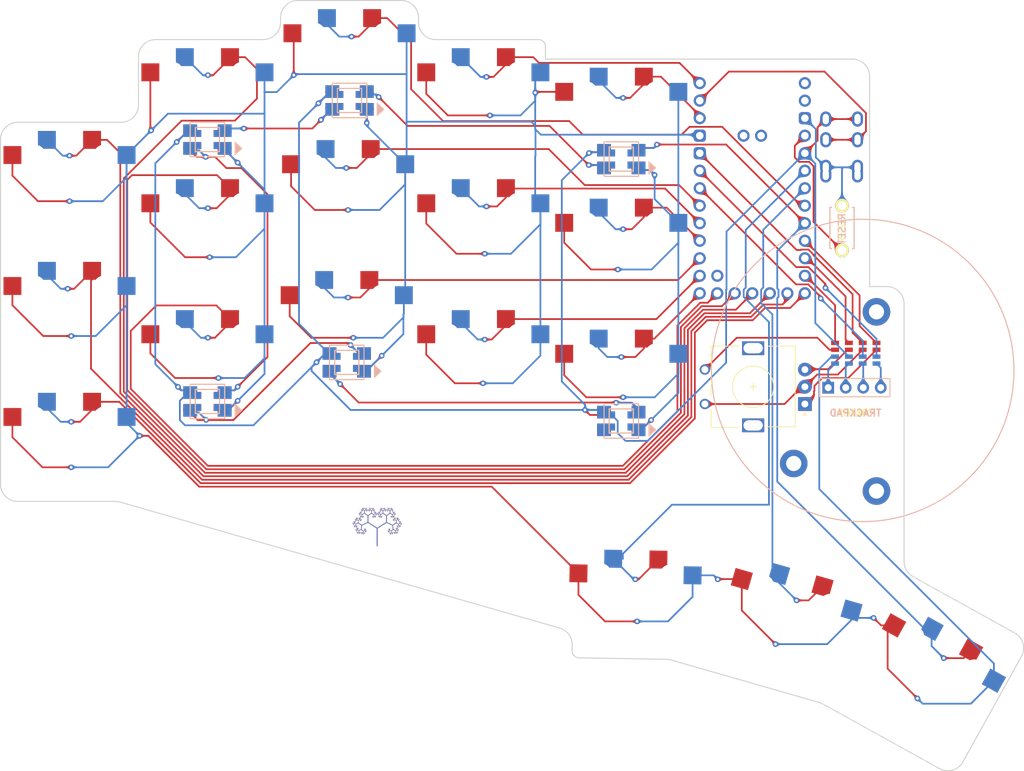
<source format=kicad_pcb>
(kicad_pcb (version 20211014) (generator pcbnew)
  (title_block (title "pcb") (rev "v1.0.0") (company "Unknown"))
  (layers (0 "F.Cu" signal) (31 "B.Cu" signal) (34 "B.Paste" user) (35 "F.Paste" user) (36 "B.SilkS" user "B.Silkscreen") (37 "F.SilkS" user "F.Silkscreen") (38 "B.Mask" user) (39 "F.Mask" user) (44 "Edge.Cuts" user))
  (net 0 "")
  (net 1 "O2")
  (net 2 "IO23")
  (net 3 "O5")
  (net 4 "IO20")
  (net 5 "O4")
  (net 6 "GND")
  (net 7 "O3")
  (net 8 "IO22")
  (net 9 "T1")
  (net 10 "T2")
  (net 11 "VCC")
  (net 12 "T3")
  (net 13 "IO3")
  (net 14 "T4")
  (net 15 "IO2")
  (net 16 "IO21")
  (net 17 "IO16")
  (net 18 "IO15")
  (net 19 "IO14")
  (net 20 "IO13")
  (net 21 "IO12")
  (net 22 "IO7")
  (net 23 "IO4")
  (net 24 "A0")
  (net 25 "IO8")
  (net 26 "IO5")
  (net 27 "TX")
  (net 28 "IO9")
  (net 29 "IO6")
  (net 30 "A1")
  (net 31 "A3")
  (net 32 "A2")
  (net 33 "RGB2")
  (net 34 "RGB3")
  (net 35 "RGB4")
  (net 36 "RGB1")
  (net 37 "RGB5")
  (net 38 "IO10")
  (net 39 "NAN")
  (net 40 "RX")
  (net 41 "RAW")
  (net 42 "RST")
  (net 43 "IO11")
  (net 44 "RGB")
  (net 45 "Dminus")
  (net 46 "Dplus")
  (footprint "kbd:ResetSW" (layer "F.Cu") (at 220.803 112.605411 -90)
    (fp_text reference "_1" hide)
    (fp_text value "")
  )
  (footprint "PG1350" (layer "F.Cu") (at 108.803 105.772078)
    (fp_text reference "S3" hide)
    (fp_text value "" hide)
  )
  (footprint "lib:Jumper" (layer "F.Cu") (at 225.803 131.772078 90)
    (fp_text reference "J8" hide)
    (fp_text value "")
  )
  (footprint "MountingHole_2.2mm_M2" (layer "F.Cu") (at 118.903 114.772078)
    (fp_text reference "_6" hide)
    (fp_text value "")
  )
  (footprint "WS2812B" (layer "F.Cu") (at 128.803 99.772078)
    (fp_text reference "LED7" hide)
    (fp_text value "" hide)
  )
  (footprint "PG1350" (layer "F.Cu") (at 213.197 169.426078 -16)
    (fp_text reference "S17" hide)
    (fp_text value "" hide)
  )
  (footprint "MountingHole_2.2mm_M2_Pad_Via" (layer "F.Cu") (at 225.803 124.772078)
    (fp_text reference "_2" hide)
    (fp_text value "")
  )
  (footprint "pinheaders" (layer "F.Cu") (at 218.803 135.772078 90)
    (fp_text reference "O2" hide)
    (fp_text value "TRACKPAD" hide)
  )
  (footprint "lib:Jumper" (layer "F.Cu") (at 221.803 129.772078 90)
    (fp_text reference "J2" hide)
    (fp_text value "")
  )
  (footprint "PG1350" (layer "F.Cu") (at 128.803 112.772078)
    (fp_text reference "S5" hide)
    (fp_text value "" hide)
  )
  (footprint "CIRQUE-TM040040" (layer "F.Cu") (at 223.803 133.272078)
    (fp_text reference "CIRQUE" hide)
    (fp_text value "VAL**" hide)
  )
  (footprint "lib:Jumper" (layer "F.Cu") (at 223.803 129.772078 90)
    (fp_text reference "J3" hide)
    (fp_text value "")
  )
  (footprint "rotary_encoder" (layer "F.Cu") (at 207.803 135.605411 180)
    (fp_text reference "ROT1" hide)
    (fp_text value "")
  )
  (footprint "PG1350" (layer "F.Cu") (at 149.203 107.105411)
    (fp_text reference "S8" hide)
    (fp_text value "" hide)
  )
  (footprint "WS2812B" (layer "F.Cu") (at 188.803 140.605411)
    (fp_text reference "LED12" hide)
    (fp_text value "" hide)
  )
  (footprint "lib:Jumper" (layer "F.Cu") (at 219.803 131.772078 90)
    (fp_text reference "J5" hide)
    (fp_text value "")
  )
  (footprint "WS2812B" (layer "F.Cu") (at 149.403 94.105411)
    (fp_text reference "LED9" hide)
    (fp_text value "" hide)
  )
  (footprint "PG1350" (layer "F.Cu") (at 168.803 131.772078)
    (fp_text reference "S10" hide)
    (fp_text value "" hide)
  )
  (footprint "WS2812B" (layer "F.Cu") (at 149.403 94.105411)
    (fp_text reference "LED3" hide)
    (fp_text value "" hide)
  )
  (footprint "WS2812B" (layer "F.Cu") (at 188.803 102.605411)
    (fp_text reference "LED11" hide)
    (fp_text value "" hide)
  )
  (footprint "PG1350" (layer "F.Cu") (at 108.803 143.772078)
    (fp_text reference "S1" hide)
    (fp_text value "" hide)
  )
  (footprint "MountingHole_2.2mm_M2" (layer "F.Cu") (at 153.803 143.772078)
    (fp_text reference "_7" hide)
    (fp_text value "")
  )
  (footprint "WS2812B" (layer "F.Cu") (at 149.003 132.105411)
    (fp_text reference "LED4" hide)
    (fp_text value "" hide)
  )
  (footprint "PG1350" (layer "F.Cu") (at 188.803 96.605411)
    (fp_text reference "S15" hide)
    (fp_text value "" hide)
  )
  (footprint "Library:fractalxcu" (layer "F.Cu") (at 153.416 156.21)
    (fp_text reference "")
    (fp_text value "LOGO" hide)
  )
  (footprint "PG1350" (layer "F.Cu") (at 108.803 124.772078)
    (fp_text reference "S2" hide)
    (fp_text value "" hide)
  )
  (footprint "lib:Jumper" (layer "F.Cu") (at 225.803 129.772078 90)
    (fp_text reference "J4" hide)
    (fp_text value "")
  )
  (footprint "PG1350" (layer "F.Cu") (at 149.403 88.105411)
    (fp_text reference "S9" hide)
    (fp_text value "" hide)
  )
  (footprint "PG1350" (layer "F.Cu") (at 128.803 93.772078)
    (fp_text reference "S6" hide)
    (fp_text value "" hide)
  )
  (footprint "lib:Jumper" (layer "F.Cu") (at 219.803 129.772078 90)
    (fp_text reference "J1" hide)
    (fp_text value "")
  )
  (footprint "Helios" (layer "F.Cu") (at 207.803 108.105411)
    (fp_text reference "MCU1" hide)
    (fp_text value "Elite-C" hide)
  )
  (footprint "PG1350" (layer "F.Cu") (at 128.803 131.772078)
    (fp_text reference "S4" hide)
    (fp_text value "" hide)
  )
  (footprint "MountingHole_2.2mm_M2_Pad_Via" (layer "F.Cu") (at 213.803 146.772078)
    (fp_text reference "_4" hide)
    (fp_text value "")
  )
  (footprint "PG1350" (layer "F.Cu") (at 188.803 115.605411)
    (fp_text reference "S14" hide)
    (fp_text value "" hide)
  )
  (footprint "PG1350" (layer "F.Cu") (at 168.803 93.772078)
    (fp_text reference "S12" hide)
    (fp_text value "" hide)
  )
  (footprint "lib:Jumper" (layer "F.Cu") (at 223.803 131.772078 90)
    (fp_text reference "J7" hide)
    (fp_text value "")
  )
  (footprint "Library:fractalx" (layer "F.Cu") (at 153.416 156.21)
    (fp_text reference "")
    (fp_text value "LOGO" hide)
  )
  (footprint "WS2812B" (layer "F.Cu") (at 188.803 102.605411)
    (fp_text reference "LED5" hide)
    (fp_text value "" hide)
  )
  (footprint "WS2812B" (layer "F.Cu") (at 128.803 137.772078)
    (fp_text reference "LED2" hide)
    (fp_text value "" hide)
  )
  (footprint "PG1350" (layer "F.Cu") (at 149.003 126.105411)
    (fp_text reference "S7" hide)
    (fp_text value "" hide)
  )
  (footprint "WS2812B" (layer "F.Cu") (at 188.803 140.605411)
    (fp_text reference "LED6" hide)
    (fp_text value "" hide)
  )
  (footprint "PG1350" (layer "F.Cu") (at 233.771 177.554078 -29)
    (fp_text reference "S18" hide)
    (fp_text value "" hide)
  )
  (footprint "MountingHole_2.2mm_M2_Pad_Via" (layer "F.Cu") (at 225.803 150.772078)
    (fp_text reference "_3" hide)
    (fp_text value "")
  )
  (footprint "WS2812B" (layer "F.Cu") (at 128.803 99.772078)
    (fp_text reference "LED1" hide)
    (fp_text value "" hide)
  )
  (footprint "PG1350" (layer "F.Cu") (at 168.803 112.772078)
    (fp_text reference "S11" hide)
    (fp_text value "" hide)
  )
  (footprint "lib:Jumper" (layer "F.Cu") (at 221.803 131.772078 90)
    (fp_text reference "J6" hide)
    (fp_text value "")
  )
  (footprint "TRRS-PJ-320A-dual" (layer "F.Cu") (at 223.053 93.605411)
    (fp_text reference "TRRS1")
    (fp_text value "TRRS-PJ-320A-dual")
  )
  (footprint "WS2812B" (layer "F.Cu") (at 149.003 132.105411)
    (fp_text reference "LED10" hide)
    (fp_text value "" hide)
  )
  (footprint "PG1350" (layer "F.Cu") (at 188.803 134.605411)
    (fp_text reference "S13" hide)
    (fp_text value "" hide)
  )
  (footprint "WS2812B" (layer "F.Cu") (at 128.803 137.772078)
    (fp_text reference "LED8" hide)
    (fp_text value "" hide)
  )
  (footprint "PG1350" (layer "F.Cu") (at 190.803 166.605411 -1)
    (fp_text reference "S16" hide)
    (fp_text value "" hide)
  )
  (footprint "MountingHole_2.2mm_M2" (layer "F.Cu") (at 177.803 102.772078)
    (fp_text reference "_5" hide)
    (fp_text value "")
  )
  (footprint "Library:fractalxcu" (layer "B.Cu") (at 153.416 156.21 180)
    (fp_text reference "")
    (fp_text value "LOGO" hide)
  )
  (footprint "Library:fractalx" (layer "B.Cu") (at 153.416 156.21 180)
    (fp_text reference "")
    (fp_text value "LOGO" hide)
  )
  (gr_line (start 118.803 94.772078) (end 118.803 87.772078) (layer "Edge.Cuts") (width 0.15))
  (gr_line (start 141.903 79.605411) (end 156.903 79.605411) (layer "Edge.Cuts") (width 0.15))
  (gr_line (start 177.803 88.105411) (end 222.303 88.105411) (layer "Edge.Cuts") (width 0.15))
  (gr_arc (start 217.487204 181.4364) (mid 217.754817 181.529859) (end 218.010134 181.653005) (layer "Edge.Cuts") (width 0.15))
  (gr_arc (start 139.403 82.772078) (mid 138.670767 84.539845) (end 136.903 85.272078) (layer "Edge.Cuts") (width 0.15))
  (gr_line (start 224.803 121.105411) (end 224.803 90.605411) (layer "Edge.Cuts") (width 0.15))
  (gr_line (start 101.303 97.272078) (end 116.303 97.272078) (layer "Edge.Cuts") (width 0.15))
  (gr_line (start 161.903 85.272078) (end 176.803 85.272078) (layer "Edge.Cuts") (width 0.15))
  (gr_line (start 98.803 149.772078) (end 98.803 99.772078) (layer "Edge.Cuts") (width 0.15))
  (gr_line (start 229.803 160.991818) (end 229.803 123.605411) (layer "Edge.Cuts") (width 0.15))
  (gr_line (start 231.090976 163.178367) (end 245.845043 171.35668) (layer "Edge.Cuts") (width 0.15))
  (gr_line (start 218.010134 181.653005) (end 234.936827 191.035624) (layer "Edge.Cuts") (width 0.15))
  (gr_arc (start 245.845043 171.356681) (mid 247.036195 172.854143) (end 246.819568 174.755254) (layer "Edge.Cuts") (width 0.15))
  (gr_arc (start 118.803 87.772078) (mid 119.535233 86.004311) (end 121.303 85.272078) (layer "Edge.Cuts") (width 0.15))
  (gr_line (start 139.403 82.772078) (end 139.403 82.105411) (layer "Edge.Cuts") (width 0.15))
  (gr_arc (start 115.427775 152.272078) (mid 115.775708 152.296404) (end 116.116868 152.368924) (layer "Edge.Cuts") (width 0.15))
  (gr_arc (start 98.803 99.772078) (mid 99.535233 98.004311) (end 101.303 97.272078) (layer "Edge.Cuts") (width 0.15))
  (gr_arc (start 101.303 152.272078) (mid 99.535233 151.539845) (end 98.803 149.772078) (layer "Edge.Cuts") (width 0.15))
  (gr_line (start 238.3354 190.061098) (end 246.819568 174.755254) (layer "Edge.Cuts") (width 0.15))
  (gr_arc (start 182.655872 174.964497) (mid 181.953979 174.659314) (end 181.673478 173.947197) (layer "Edge.Cuts") (width 0.15))
  (gr_line (start 121.303 85.272078) (end 136.903 85.272078) (layer "Edge.Cuts") (width 0.15))
  (gr_line (start 196.02813 175.28311) (end 217.487203 181.4364) (layer "Edge.Cuts") (width 0.15))
  (gr_line (start 177.803 88.105411) (end 177.803 86.272078) (layer "Edge.Cuts") (width 0.15))
  (gr_arc (start 161.903 85.272078) (mid 160.135233 84.539845) (end 159.403 82.772078) (layer "Edge.Cuts") (width 0.15))
  (gr_arc (start 156.903 79.605411) (mid 158.670755 80.337646) (end 159.403 82.105411) (layer "Edge.Cuts") (width 0.15))
  (gr_arc (start 139.403 82.105411) (mid 140.135232 80.337642) (end 141.903 79.605411) (layer "Edge.Cuts") (width 0.15))
  (gr_arc (start 176.803 85.272078) (mid 177.510107 85.564971) (end 177.803 86.272078) (layer "Edge.Cuts") (width 0.15))
  (gr_arc (start 222.303 88.105411) (mid 224.070755 88.837646) (end 224.803 90.605411) (layer "Edge.Cuts") (width 0.15))
  (gr_line (start 179.87776 170.652065) (end 116.116868 152.368924) (layer "Edge.Cuts") (width 0.15))
  (gr_arc (start 238.335401 190.061098) (mid 236.83795 191.252199) (end 234.936827 191.035624) (layer "Edge.Cuts") (width 0.15))
  (gr_line (start 181.688286 173.098851) (end 181.673478 173.947197) (layer "Edge.Cuts") (width 0.15))
  (gr_arc (start 179.87776 170.652065) (mid 181.198309 171.568159) (end 181.688286 173.098851) (layer "Edge.Cuts") (width 0.15))
  (gr_line (start 101.303 152.272078) (end 115.427774 152.272078) (layer "Edge.Cuts") (width 0.15))
  (gr_arc (start 118.803 94.772078) (mid 118.070767 96.539845) (end 116.303 97.272078) (layer "Edge.Cuts") (width 0.15))
  (gr_line (start 159.403 82.105411) (end 159.403 82.772078) (layer "Edge.Cuts") (width 0.15))
  (gr_arc (start 231.090976 163.178367) (mid 230.148912 162.260667) (end 229.803 160.991818) (layer "Edge.Cuts") (width 0.15))
  (gr_arc (start 195.382668 175.186645) (mid 195.708559 175.213729) (end 196.02813 175.28311) (layer "Edge.Cuts") (width 0.15))
  (gr_arc (start 227.303 121.105411) (mid 229.070755 121.837646) (end 229.803 123.605411) (layer "Edge.Cuts") (width 0.15))
  (gr_line (start 182.655873 174.964498) (end 195.382667 175.186645) (layer "Edge.Cuts") (width 0.15))
  (gr_line (start 224.803 121.105411) (end 227.303 121.105411) (layer "Edge.Cuts") (width 0.15))
  (gr_text "TRACKPAD" (at 222.758 139.446) (layer "B.SilkS") (effects (font (size 1 1) (thickness 0.2)) (justify mirror)))
  (gr_text "ROTARY" (at 222.758 139.446) (layer "F.SilkS") (effects (font (size 1 1) (thickness 0.2))))
  (segment (start 205.536333 128.532078) (end 217.24112 128.532078) (width 0.25) (layer "F.Cu") (net 1))
  (segment (start 218.9815 130.272458) (end 219.803 130.272458) (width 0.25) (layer "F.Cu") (net 1))
  (segment (start 200.923 133.145411) (end 205.536333 128.532078) (width 0.25) (layer "F.Cu") (net 1))
  (segment (start 217.24112 128.532078) (end 218.9815 130.272458) (width 0.25) (layer "F.Cu") (net 1))
  (segment (start 219.803 123.811745) (end 215.526666 119.535411) (width 0.25) (layer "F.Cu") (net 2))
  (segment (start 215.526666 119.535411) (end 215.423 119.535411) (width 0.25) (layer "F.Cu") (net 2))
  (segment (start 219.803 129.271698) (end 219.803 123.811745) (width 0.25) (layer "F.Cu") (net 2))
  (segment (start 221.61662 130.272458) (end 221.803 130.272458) (width 0.25) (layer "F.Cu") (net 3))
  (segment (start 215.423 133.145411) (end 215.477 133.091411) (width 0.25) (layer "F.Cu") (net 3))
  (segment (start 218.797667 133.091411) (end 221.61662 130.272458) (width 0.25) (layer "F.Cu") (net 3))
  (segment (start 215.477 133.091411) (end 218.797667 133.091411) (width 0.25) (layer "F.Cu") (net 3))
  (segment (start 215.780666 116.995411) (end 215.423 116.995411) (width 0.25) (layer "F.Cu") (net 4))
  (segment (start 221.325 122.539745) (end 215.780666 116.995411) (width 0.25) (layer "F.Cu") (net 4))
  (segment (start 221.325 128.793698) (end 221.325 122.539745) (width 0.25) (layer "F.Cu") (net 4))
  (segment (start 221.803 129.271698) (end 221.325 128.793698) (width 0.25) (layer "F.Cu") (net 4))
  (segment (start 214.973667 135.645411) (end 215.423 135.645411) (width 0.25) (layer "F.Cu") (net 5))
  (segment (start 212.473667 138.145411) (end 214.973667 135.645411) (width 0.25) (layer "F.Cu") (net 5))
  (segment (start 217.202333 133.866078) (end 220.20938 133.866078) (width 0.25) (layer "F.Cu") (net 5))
  (segment (start 220.20938 133.866078) (end 223.803 130.272458) (width 0.25) (layer "F.Cu") (net 5))
  (segment (start 215.423 135.645411) (end 217.202333 133.866078) (width 0.25) (layer "F.Cu") (net 5))
  (segment (start 200.923 138.145411) (end 212.473667 138.145411) (width 0.25) (layer "F.Cu") (net 5))
  (segment (start 152.228001 132.980411) (end 151.203 132.980411) (width 0.25) (layer "F.Cu") (net 6))
  (segment (start 222.341 122.214516) (end 216.6783 116.551816) (width 0.25) (layer "F.Cu") (net 6))
  (segment (start 193.131 140.470078) (end 192.120667 141.480411) (width 0.25) (layer "F.Cu") (net 6))
  (segment (start 164.910157 116.340078) (end 169.001 116.340078) (width 0.25) (layer "F.Cu") (net 6))
  (segment (start 160.528 128.022078) (end 160.528 130.982921) (width 0.25) (layer "F.Cu") (net 6))
  (segment (start 170.017222 150.134078) (end 182.594707 162.711563) (width 0.25) (layer "F.Cu") (net 6))
  (segment (start 118.963 142.756078) (end 120.228812 142.756078) (width 0.25) (layer "F.Cu") (net 6))
  (segment (start 222.341 127.809698) (end 222.341 122.214516) (width 0.25) (layer "F.Cu") (net 6))
  (segment (start 206.2762 168.093278) (end 206.2762 163.540448) (width 0.25) (layer "F.Cu") (net 6))
  (segment (start 151.903 95.705411) (end 151.903 97.370078) (width 0.25) (layer "F.Cu") (net 6))
  (segment (start 160.528 109.022078) (end 160.528 111.957921) (width 0.25) (layer "F.Cu") (net 6))
  (segment (start 141.315 84.542411) (end 141.315 90.432078) (width 0.25) (layer "F.Cu") (net 6))
  (segment (start 127.606812 150.134078) (end 170.017222 150.134078) (width 0.25) (layer "F.Cu") (net 6))
  (segment (start 120.528 90.022078) (end 120.528 98.347078) (width 0.25) (layer "F.Cu") (net 6))
  (segment (start 231.739 180.856078) (end 227.421 176.538078) (width 0.25) (layer "F.Cu") (net 6))
  (segment (start 144.363 109.990078) (end 149.189 109.990078) (width 0.25) (layer "F.Cu") (net 6))
  (segment (start 226.479376 170.262454) (end 225.389 169.172078) (width 0.25) (layer "F.Cu") (net 6))
  (segment (start 160.528 93.135078) (end 163.667 96.274078) (width 0.25) (layer "F.Cu") (net 6))
  (segment (start 183.733 137.168078) (end 189.067 137.168078) (width 0.25) (layer "F.Cu") (net 6))
  (segment (start 100.528 140.022078) (end 100.528 142.965382) (width 0.25) (layer "F.Cu") (net 6))
  (segment (start 120.528 111.809078) (end 125.567 116.848078) (width 0.25) (layer "F.Cu") (net 6))
  (segment (start 143.855 128.532078) (end 149.951 128.532078) (width 0.25) (layer "F.Cu") (net 6))
  (segment (start 192.120667 141.480411) (end 191.003 141.480411) (width 0.25) (layer "F.Cu") (net 6))
  (segment (start 160.528 111.957921) (end 164.910157 116.340078) (width 0.25) (layer "F.Cu") (net 6))
  (segment (start 160.528 90.022078) (end 160.528 93.135078) (width 0.25) (layer "F.Cu") (net 6))
  (segment (start 100.528 121.022078) (end 100.528 123.813078) (width 0.25) (layer "F.Cu") (net 6))
  (segment (start 214.903037 115.740111) (end 214.849037 115.794111) (width 0.25) (layer "F.Cu") (net 6))
  (segment (start 227.421 171.193012) (end 228.351558 170.262454) (width 0.25) (layer "F.Cu") (net 6))
  (segment (start 120.528 128.022078) (end 120.528 130.794921) (width 0.25) (layer "F.Cu") (net 6))
  (segment (start 133.187 137.676078) (end 132.216 138.647078) (width 0.25) (layer "F.Cu") (net 6))
  (segment (start 120.228812 142.756078) (end 127.606812 150.134078) (width 0.25) (layer "F.Cu") (net 6))
  (segment (start 100.528 142.965382) (end 104.890696 147.328078) (width 0.25) (layer "F.Cu") (net 6))
  (segment (start 124.107157 134.374078) (end 130.393 134.374078) (width 0.25) (layer "F.Cu") (net 6))
  (segment (start 216.6783 116.475448) (end 215.942963 115.740111) (width 0.25) (layer "F.Cu") (net 6))
  (segment (start 120.528 130.794921) (end 124.107157 134.374078) (width 0.25) (layer "F.Cu") (net 6))
  (segment (start 214.2217 115.794111) (end 200.183 101.755411) (width 0.25) (layer "F.Cu") (net 6))
  (segment (start 140.728 122.355411) (end 140.728 125.405078) (width 0.25) (layer "F.Cu") (net 6))
  (segment (start 180.528 114.738588) (end 184.41549 118.626078) (width 0.25) (layer "F.Cu") (net 6))
  (segment (start 100.528 102.022078) (end 100.528 105.017078) (width 0.25) (layer "F.Cu") (net 6))
  (segment (start 180.528 111.855411) (end 180.528 114.738588) (width 0.25) (layer "F.Cu") (net 6))
  (segment (start 191.099 169.680078) (end 186.444078 169.680078) (width 0.25) (layer "F.Cu") (net 6))
  (segment (start 176.327999 92.972078) (end 176.444666 92.855411) (width 0.25) (layer "F.Cu") (net 6))
  (segment (start 160.528 130.982921) (end 164.681157 135.136078) (width 0.25) (layer "F.Cu") (net 6))
  (segment (start 216.6783 116.551816) (end 216.6783 116.475448) (width 0.25) (layer "F.Cu") (net 6))
  (segment (start 120.528 109.022078) (end 120.528 111.809078) (width 0.25) (layer "F.Cu") (net 6))
  (segment (start 104.993 128.278078) (end 109.057 128.278078) (width 0.25) (layer "F.Cu") (net 6))
  (segment (start 184.41549 118.626078) (end 188.305 118.626078) (width 0.25) (layer "F.Cu") (net 6))
  (segment (start 223.803 129.271698) (end 222.341 127.809698) (width 0.25) (layer "F.Cu") (net 6))
  (segment (start 104.890696 147.328078) (end 109.057 147.328078) (width 0.25) (layer "F.Cu") (net 6))
  (segment (start 140.728 125.405078) (end 143.855 128.532078) (width 0.25) (layer "F.Cu") (net 6))
  (segment (start 125.567 116.848078) (end 129.123 116.848078) (width 0.25) (layer "F.Cu") (net 6))
  (segment (start 215.942963 115.740111) (end 214.903037 115.740111) (width 0.25) (layer "F.Cu") (net 6))
  (segment (start 104.231 108.720078) (end 108.803 108.720078) (width 0.25) (layer "F.Cu") (net 6))
  (segment (start 140.928 106.555078) (end 144.363 109.990078) (width 0.25) (layer "F.Cu") (net 6))
  (segment (start 180.528 133.963078) (end 183.733 137.168078) (width 0.25) (layer "F.Cu") (net 6))
  (segment (start 163.667 96.274078) (end 169.763 96.274078) (width 0.25) (layer "F.Cu") (net 6))
  (segment (start 140.928 103.355411) (end 140.928 106.555078) (width 0.25) (layer "F.Cu") (net 6))
  (segment (start 192.934333 104.205411) (end 193.639 104.910078) (width 0.25) (layer "F.Cu") (net 6))
  (segment (start 164.681157 135.136078) (end 168.747 135.136078) (width 0.25) (layer "F.Cu") (net 6))
  (segment (start 100.528 105.017078) (end 104.231 108.720078) (width 0.25) (layer "F.Cu") (net 6))
  (segment (start 214.849037 115.794111) (end 214.2217 115.794111) (width 0.25) (layer "F.Cu") (net 6))
  (segment (start 186.444078 169.680078) (end 182.594707 165.830707) (width 0.25) (layer "F.Cu") (net 6))
  (segment (start 131.427 101.372078) (end 131.303 101.372078) (width 0.25) (layer "F.Cu") (net 6))
  (segment (start 191.303 104.205411) (end 192.934333 104.205411) (width 0.25) (layer "F.Cu") (net 6))
  (segment (start 154.075667 131.132745) (end 152.228001 132.980411) (width 0.25) (layer "F.Cu") (net 6))
  (segment (start 176.444666 92.855411) (end 180.528 92.855411) (width 0.25) (layer "F.Cu") (net 6))
  (segment (start 211.165 172.982078) (end 206.2762 168.093278) (width 0.25) (layer "F.Cu") (net 6))
  (segment (start 206.2762 163.540448) (end 202.82663 163.540448) (width 0.25) (layer "F.Cu") (net 6))
  (segment (start 202.82663 163.540448) (end 202.783 163.584078) (width 0.25) (layer "F.Cu") (net 6))
  (segment (start 120.528 98.347078) (end 120.6405 98.459578) (width 0.25) (layer "F.Cu") (net 6))
  (segment (start 100.528 123.813078) (end 104.993 128.278078) (width 0.25) (layer "F.Cu") (net 6))
  (segment (start 141.128 84.355411) (end 141.315 84.542411) (width 0.25) (layer "F.Cu") (net 6))
  (segment (start 227.421 176.538078) (end 227.421 171.193012) (width 0.25) (layer "F.Cu") (net 6))
  (segment (start 132.216 138.647078) (end 131.003 138.647078) (width 0.25) (layer "F.Cu") (net 6))
  (segment (start 133.187 103.132078) (end 131.427 101.372078) (width 0.25) (layer "F.Cu") (net 6))
  (segment (start 180.528 130.855411) (end 180.528 133.963078) (width 0.25) (layer "F.Cu") (net 6))
  (segment (start 228.351558 170.262454) (end 226.479376 170.262454) (width 0.25) (layer "F.Cu") (net 6))
  (segment (start 182.594707 165.830707) (end 182.594707 162.711563) (width 0.25) (layer "F.Cu") (net 6))
  (via (at 202.783 163.584078) (size 0.8) (drill 0.4) (layers "F.Cu" "B.Cu") (net 6))
  (via (at 130.393 134.374078) (size 0.8) (drill 0.4) (layers "F.Cu" "B.Cu") (net 6))
  (via (at 133.187 103.132078) (size 0.8) (drill 0.4) (layers "F.Cu" "B.Cu") (net 6))
  (via (at 109.057 147.328078) (size 0.8) (drill 0.4) (layers "F.Cu" "B.Cu") (net 6))
  (via (at 151.903 97.370078) (size 0.8) (drill 0.4) (layers "F.Cu" "B.Cu") (net 6))
  (via (at 149.189 109.990078) (size 0.8) (drill 0.4) (layers "F.Cu" "B.Cu") (net 6))
  (via (at 133.187 137.676078) (size 0.8) (drill 0.4) (layers "F.Cu" "B.Cu") (net 6))
  (via (at 193.131 140.470078) (size 0.8) (drill 0.4) (layers "F.Cu" "B.Cu") (net 6))
  (via (at 120.6405 98.459578) (size 0.8) (drill 0.4) (layers "F.Cu" "B.Cu") (net 6))
  (via (at 169.001 116.340078) (size 0.8) (drill 0.4) (layers "F.Cu" "B.Cu") (net 6))
  (via (at 191.099 169.680078) (size 0.8) (drill 0.4) (layers "F.Cu" "B.Cu") (net 6))
  (via (at 149.951 128.532078) (size 0.8) (drill 0.4) (layers "F.Cu" "B.Cu") (net 6))
  (via (at 211.165 172.982078) (size 0.8) (drill 0.4) (layers "F.Cu" "B.Cu") (net 6))
  (via (at 129.123 116.848078) (size 0.8) (drill 0.4) (layers "F.Cu" "B.Cu") (net 6))
  (via (at 189.067 137.168078) (size 0.8) (drill 0.4) (layers "F.Cu" "B.Cu") (net 6))
  (via (at 108.803 108.720078) (size 0.8) (drill 0.4) (layers "F.Cu" "B.Cu") (net 6))
  (via (at 225.389 169.172078) (size 0.8) (drill 0.4) (layers "F.Cu" "B.Cu") (net 6))
  (via (at 118.963 142.756078) (size 0.8) (drill 0.4) (layers "F.Cu" "B.Cu") (net 6))
  (via (at 169.763 96.274078) (size 0.8) (drill 0.4) (layers "F.Cu" "B.Cu") (net 6))
  (via (at 168.747 135.136078) (size 0.8) (drill 0.4) (layers "F.Cu" "B.Cu") (net 6))
  (via (at 188.305 118.626078) (size 0.8) (drill 0.4) (layers "F.Cu" "B.Cu") (net 6))
  (via (at 176.327999 92.972078) (size 0.8) (drill 0.4) (layers "F.Cu" "B.Cu") (net 6))
  (via (at 193.639 104.910078) (size 0.8) (drill 0.4) (layers "F.Cu" "B.Cu") (net 6))
  (via (at 109.057 128.278078) (size 0.8) (drill 0.4) (layers "F.Cu" "B.Cu") (net 6))
  (via (at 141.315 90.432078) (size 0.8) (drill 0.4) (layers "F.Cu" "B.Cu") (net 6))
  (via (at 231.739 180.856078) (size 0.8) (drill 0.4) (layers "F.Cu" "B.Cu") (net 6))
  (via (at 154.075667 131.132745) (size 0.8) (drill 0.4) (layers "F.Cu" "B.Cu") (net 6))
  (segment (start 157.678 97.183078) (end 175.752 97.183078) (width 0.25) (layer "B.Cu") (net 6))
  (segment (start 157.678 84.355411) (end 157.678 90.285078) (width 0.25) (layer "B.Cu") (net 6))
  (segment (start 176.327999 90.772079) (end 176.327999 91.487079) (width 0.25) (layer "B.Cu") (net 6))
  (segment (start 188.305 118.626078) (end 193.20051 118.626078) (width 0.25) (layer "B.Cu") (net 6))
  (segment (start 176.327999 94.134922) (end 174.188843 96.274078) (width 0.25) (layer "B.Cu") (net 6))
  (segment (start 218.453 103.805411) (end 217.007 102.359411) (width 0.25) (layer "B.Cu") (net 6))
  (segment (start 223.254913 169.172078) (end 222.185081 168.102246) (width 0.25) (layer "B.Cu") (net 6))
  (segment (start 157.478 122.155411) (end 157.278 122.355411) (width 0.25) (layer "B.Cu") (net 6))
  (segment (start 176.327999 97.759077) (end 176.327999 98.267077) (width 0.25) (layer "B.Cu") (net 6))
  (segment (start 117.078 102.022078) (end 117.078 121.022078) (width 0.25) (layer "B.Cu") (net 6))
  (segment (start 117.078 140.871078) (end 117.078 140.022078) (width 0.25) (layer "B.Cu") (net 6))
  (segment (start 176.327999 92.972078) (end 176.327999 94.134922) (width 0.25) (layer "B.Cu") (net 6))
  (segment (start 239.49449 181.618078) (end 232.501 181.618078) (width 0.25) (layer "B.Cu") (net 6))
  (segment (start 197.078 98.697078) (end 197.078 111.855411) (width 0.25) (layer "B.Cu") (net 6))
  (segment (start 176.323999 108.268077) (end 177.078 109.022078) (width 0.25) (layer "B.Cu") (net 6))
  (segment (start 132.216 138.647078) (end 137.078 133.785078) (width 0.25) (layer "B.Cu") (net 6))
  (segment (start 202.199323 163.000401) (end 199.142186 163.000401) (width 0.25) (layer "B.Cu") (net 6))
  (segment (start 176.327999 91.487079) (end 176.327999 97.759077) (width 0.25) (layer "B.Cu") (net 6))
  (segment (start 191.303 104.205411) (end 192.934333 104.205411) (width 0.25) (layer "B.Cu") (net 6))
  (segment (start 173.065 135.136078) (end 177.078 131.123078) (width 0.25) (layer "B.Cu") (net 6))
  (segment (start 133.187 103.132078) (end 131.003 100.948078) (width 0.25) (layer "B.Cu") (net 6))
  (segment (start 151.903 95.705411) (end 151.903 97.370078) (width 0.25) (layer "B.Cu") (net 6))
  (segment (start 113.629 108.720078) (end 117.078 105.271078) (width 0.25) (layer "B.Cu") (net 6))
  (segment (start 218.657639 172.982078) (end 211.165 172.982078) (width 0.25) (layer "B.Cu") (net 6))
  (segment (start 230.335108 163.30102) (end 242.826514 175.792426) (width 0.25) (layer "B.Cu") (net 6))
  (segment (start 132.933 116.848078) (end 137.078 112.703078) (width 0.25) (layer "B.Cu") (net 6))
  (segment (start 157.478 106.273078) (end 157.478 105.071078) (width 0.25) (layer "B.Cu") (net 6))
  (segment (start 108.803 108.720078) (end 113.629 108.720078) (width 0.25) (layer "B.Cu") (net 6))
  (segment (start 225.389 169.172078) (end 223.254913 169.172078) (width 0.25) (layer "B.Cu") (net 6))
  (segment (start 153.761 109.990078) (end 157.478 106.273078) (width 0.25) (layer "B.Cu") (net 6))
  (segment (start 130.393 134.374078) (end 134.203 134.374078) (width 0.25) (layer "B.Cu") (net 6))
  (segment (start 217.515 133.040458) (end 217.515 150.488386) (width 0.25) (layer "B.Cu") (net 6))
  (segment (start 193.639 108.416411) (end 197.078 111.855411) (width 0.25) (layer "B.Cu") (net 6))
  (segment (start 222.185081 169.454636) (end 218.657639 172.982078) (width 0.25) (layer "B.Cu") (net 6))
  (segment (start 169.001 116.340078) (end 172.811 116.340078) (width 0.25) (layer "B.Cu") (net 6))
  (segment (start 151.903 97.780411) (end 157.478 103.355411) (width 0.25) (layer "B.Cu") (net 6))
  (segment (start 192.120667 141.480411) (end 197.078 136.523078) (width 0.25) (layer "B.Cu") (net 6))
  (segment (start 131.003 100.948078) (end 131.003 100.647078) (width 0.25) (layer "B.Cu") (net 6))
  (segment (start 177.129 99.068078) (end 200.035667 99.068078) (width 0.25) (layer "B.Cu") (net 6))
  (segment (start 220.803 109.355411) (end 220.803 103.984744) (width 0.25) (layer "B.Cu") (net 6))
  (segment (start 136.997 96.020078) (end 137.078 96.101078) (width 0.25) (layer "B.Cu") (net 6))
  (segment (start 141.315 90.432078) (end 141.462 90.285078) (width 0.25) (layer "B.Cu") (net 6))
  (segment (start 157.214509 127.993902) (end 157.214509 125.127587) (width 0.25) (layer "B.Cu") (net 6))
  (segment (start 200.035667 99.068078) (end 200.183 99.215411) (width 0.25) (layer "B.Cu") (net 6))
  (segment (start 112.613 128.278078) (end 117.078 123.813078) (width 0.25) (layer "B.Cu") (net 6))
  (segment (start 149.951 128.532078) (end 154.269 128.532078) (width 0.25) (layer "B.Cu") (net 6))
  (segment (start 134.203 134.374078) (end 137.078 131.499078) (width 0.25) (layer "B.Cu") (net 6))
  (segment (start 176.367 98.306078) (end 176.367 102.116454) (width 0.25) (layer "B.Cu") (net 6))
  (segment (start 157.678 97.183078) (end 157.678 103.155411) (width 0.25) (layer "B.Cu") (net 6))
  (segment (start 218.453 103.805411) (end 218.453 104.905411) (width 0.25) (layer "B.Cu") (net 6))
  (segment (start 123.08 96.020078) (end 136.997 96.020078) (width 0.25) (layer "B.Cu") (net 6))
  (segment (start 176.327999 98.267077) (end 177.129 99.068078) (width 0.25) (layer "B.Cu") (net 6))
  (segment (start 222.185081 168.102246) (end 222.185081 169.454636) (width 0.25) (layer "B.Cu") (net 6))
  (segment (start 129.123 116.848078) (end 132.933 116.848078) (width 0.25) (layer "B.Cu") (net 6))
  (segment (start 131.003 138.647078) (end 132.216 138.647078) (width 0.25) (layer "B.Cu") (net 6))
  (segment (start 109.057 147.328078) (end 114.391 147.328078) (width 0.25) (layer "B.Cu") (net 6))
  (segment (start 154.269 128.532078) (end 157.214509 125.586569) (width 0.25) (layer "B.Cu") (net 6))
  (segment (start 118.963 142.756078) (end 117.078 140.871078) (width 0.25) (layer "B.Cu") (net 6))
  (segment (start 109.057 128.278078) (end 112.613 128.278078) (width 0.25) (layer "B.Cu") (net 6))
  (segment (start 217.007 102.359411) (end 217.007 98.259411) (width 0.25) (layer "B.Cu") (net 6))
  (segment (start 137.078 107.023078) (end 137.078 109.022078) (width 0.25) (layer "B.Cu") (net 6))
  (segment (start 197.078 114.748588) (end 197.078 111.855411) (width 0.25) (layer "B.Cu") (net 6))
  (segment (start 137.078 128.022078) (end 137.078 112.703078) (width 0.25) (layer "B.Cu") (net 6))
  (segment (start 141.462 90.285078) (end 157.678 90.285078) (width 0.25) (layer "B.Cu") (net 6))
  (segment (start 176.323999 102.159455) (end 176.323999 108.268077) (width 0.25) (layer "B.Cu") (net 6))
  (segment (start 177.078 131.123078) (end 177.078 128.022078) (width 0.25) (layer "B.Cu") (net 6))
  (segment (start 220.803 103.984744) (end 220.982333 103.805411) (width 0.25) (layer "B.Cu") (net 6))
  (segment (start 120.6405 98.459578) (end 123.08 96.020078) (width 0.25) (layer "B.Cu") (net 6))
  (segment (start 192.934333 104.205411) (end 193.639 104.910078) (width 0.25) (layer "B.Cu") (net 6))
  (segment (start 137.078 130.991078) (end 137.078 128.022078) (width 0.25) (layer "B.Cu") (net 6))
  (segment (start 117.078 121.022078) (end 117.078 140.022078) (width 0.25) (layer "B.Cu") (net 6))
  (segment (start 219.28376 131.271698) (end 217.515 133.040458) (width 0.25) (layer "B.Cu") (net 6))
  (segment (start 114.391 147.328078) (end 118.963 142.756078) (width 0.25) (layer "B.Cu") (net 6))
  (segment (start 157.214509 125.586569) (end 157.214509 125.127587) (width 0.25) (layer "B.Cu") (net 6))
  (segment (start 151.903 97.370078) (end 151.903 97.780411) (width 0.25) (layer "B.Cu") (net 6))
  (segment (start 230.046104 163.01949) (end 230.335108 163.30102) (width 0.25) (layer "B.Cu") (net 6))
  (segment (start 133.187 103.132078) (end 137.078 107.023078) (width 0.25) (layer "B.Cu") (net 6))
  (segment (start 137.078 96.101078) (end 137.078 95.847078) (width 0.25) (layer "B.Cu") (net 6))
  (segment (start 223.053 103.805411) (end 223.053 104.905411) (width 0.25) (layer "B.Cu") (net 6))
  (segment (start 217.007 98.259411) (end 215.423 96.675411) (width 0.25) (layer "B.Cu") (net 6))
  (segment (start 117.078 123.813078) (end 117.078 121.022078) (width 0.25) (layer "B.Cu") (net 6))
  (segment (start 189.067 137.168078) (end 193.639 137.168078) (width 0.25) (layer "B.Cu") (net 6))
  (segment (start 197.078 133.729078) (end 197.078 130.855411) (width 0.25) (layer "B.Cu") (net 6))
  (segment (start 117.078 105.271078) (end 117.078 102.022078) (width 0.25) (layer "B.Cu") (net 6))
  (segment (start 174.188843 96.274078) (end 169.763 96.274078) (width 0.25) (layer "B.Cu") (net 6))
  (segment (start 218.453 103.805411) (end 220.982333 103.805411) (width 0.25) (layer "B.Cu") (net 6))
  (segment (start 197.078 111.855411) (end 197.078 130.855411) (width 0.25) (layer "B.Cu") (net 6))
  (segment (start 137.078 95.847078) (end 137.078 92.891078) (width 0.25) (layer "B.Cu") (net 6))
  (segment (start 176.367 102.116454) (end 176.323999 102.159455) (width 0.25) (layer "B.Cu") (net 6))
  (segment (start 199.142186 166.109814) (end 195.571922 169.680078) (width 0.25) (layer "B.Cu") (net 6))
  (segment (start 193.20051 118.626078) (end 197.078 114.748588) (width 0.25) (layer "B.Cu") (net 6))
  (segment (start 149.189 109.990078) (end 153.761 109.990078) (width 0.25) (layer "B.Cu") (net 6))
  (segment (start 177.078 109.022078) (end 177.078 128.022078) (width 0.25) (layer "B.Cu") (net 6))
  (segment (start 176.327999 98.267077) (end 176.367 98.306078) (width 0.25) (layer "B.Cu") (net 6))
  (segment (start 195.571922 169.680078) (end 191.099 169.680078) (width 0.25) (layer "B.Cu") (net 6))
  (segment (start 157.678 103.155411) (end 157.478 103.355411) (width 0.25) (layer "B.Cu") (net 6))
  (segment (start 137.078 109.022078) (end 137.078 96.101078) (width 0.25) (layer "B.Cu") (net 6))
  (segment (start 193.639 137.168078) (end 197.078 133.729078) (width 0.25) (layer "B.Cu") (net 6))
  (segment (start 138.856 92.891078) (end 141.315 90.432078) (width 0.25) (layer "B.Cu") (net 6))
  (segment (start 157.214509 125.127587) (end 157.278 125.064097) (width 0.25) (layer "B.Cu") (net 6))
  (segment (start 242.826514 175.792426) (end 242.826514 178.286054) (width 0.25) (layer "B.Cu") (net 6))
  (segment (start 157.478 103.355411) (end 157.478 105.071078) (width 0.25) (layer "B.Cu") (net 6))
  (segment (start 197.078 92.855411) (end 197.078 98.697078) (width 0.25) (layer "B.Cu") (net 6))
  (segment (start 177.078 112.073078) (end 177.078 109.022078) (width 0.25) (layer "B.Cu") (net 6))
  (segment (start 151.503 133.705411) (end 157.214509 127.993902) (width 0.25) (layer "B.Cu") (net 6))
  (segment (start 137.078 131.499078) (end 137.078 130.991078) (width 0.25) (layer "B.Cu") (net 6))
  (segment (start 137.078 92.891078) (end 138.856 92.891078) (width 0.25) (layer "B.Cu") (net 6))
  (segment (start 220.982333 103.805411) (end 223.053 103.805411) (width 0.25) (layer "B.Cu") (net 6))
  (segment (start 202.783 163.584078) (end 202.199323 163.000401) (width 0.25) (layer "B.Cu") (net 6))
  (segment (start 199.142186 163.000401) (end 199.142186 166.109814) (width 0.25) (layer "B.Cu") (net 6))
  (segment (start 137.078 133.785078) (end 137.078 130.991078) (width 0.25) (layer "B.Cu") (net 6))
  (segment (start 219.803 131.271698) (end 219.28376 131.271698) (width 0.25) (layer "B.Cu") (net 6))
  (segment (start 197.078 136.523078) (end 197.078 130.855411) (width 0.25) (layer "B.Cu") (net 6))
  (segment (start 117.078 102.022078) (end 120.6405 98.459578) (width 0.25) (layer "B.Cu") (net 6))
  (segment (start 157.478 105.071078) (end 157.478 122.155411) (width 0.25) (layer "B.Cu") (net 6))
  (segment (start 217.515 150.488386) (end 230.046104 163.01949) (width 0.25) (layer "B.Cu") (net 6))
  (segment (start 175.752 97.183078) (end 176.327999 97.759077) (width 0.25) (layer "B.Cu") (net 6))
  (segment (start 157.678 90.285078) (end 157.678 97.183078) (width 0.25) (layer "B.Cu") (net 6))
  (segment (start 176.327999 92.972078) (end 176.327999 91.487079) (width 0.25) (layer "B.Cu") (net 6))
  (segment (start 168.747 135.136078) (end 173.065 135.136078) (width 0.25) (layer "B.Cu") (net 6))
  (segment (start 232.501 181.618078) (end 231.739 180.856078) (width 0.25) (layer "B.Cu") (net 6))
  (segment (start 177.078 90.022078) (end 176.327999 90.772079) (width 0.25) (layer "B.Cu") (net 6))
  (segment (start 137.078 112.703078) (end 137.078 109.022078) (width 0.25) (layer "B.Cu") (net 6))
  (segment (start 191.003 141.480411) (end 192.120667 141.480411) (width 0.25) (layer "B.Cu") (net 6))
  (segment (start 193.639 104.910078) (end 193.639 108.416411) (width 0.25) (layer "B.Cu") (net 6))
  (segment (start 157.278 125.064097) (end 157.278 122.355411) (width 0.25) (layer "B.Cu") (net 6))
  (segment (start 137.078 92.891078) (end 137.078 90.022078) (width 0.25) (layer "B.Cu") (net 6))
  (segment (start 242.826514 178.286054) (end 239.49449 181.618078) (width 0.25) (layer "B.Cu") (net 6))
  (segment (start 172.811 116.340078) (end 177.078 112.073078) (width 0.25) (layer "B.Cu") (net 6))
  (segment (start 217.948333 134.374078) (end 221.70138 134.374078) (width 0.25) (layer "F.Cu") (net 7))
  (segment (start 216.802 136.216612) (end 216.802 135.520411) (width 0.25) (layer "F.Cu") (net 7))
  (segment (start 221.70138 134.374078) (end 225.803 130.272458) (width 0.25) (layer "F.Cu") (net 7))
  (segment (start 216.802 135.520411) (end 217.948333 134.374078) (width 0.25) (layer "F.Cu") (net 7))
  (segment (start 216.748 136.820411) (end 216.748 136.270612) (width 0.25) (layer "F.Cu") (net 7))
  (segment (start 215.423 138.145411) (end 216.748 136.820411) (width 0.25) (layer "F.Cu") (net 7))
  (segment (start 216.748 136.270612) (end 216.802 136.216612) (width 0.25) (layer "F.Cu") (net 7))
  (segment (start 223.357 122.389411) (end 215.423 114.455411) (width 0.25) (layer "F.Cu") (net 8))
  (segment (start 223.357 126.825698) (end 223.357 122.389411) (width 0.25) (layer "F.Cu") (net 8))
  (segment (start 225.803 129.271698) (end 223.357 126.825698) (width 0.25) (layer "F.Cu") (net 8))
  (segment (start 218.803 135.772078) (end 218.803 133.272458) (width 0.25) (layer "B.Cu") (net 9))
  (segment (start 218.803 133.272458) (end 219.803 132.272458) (width 0.25) (layer "B.Cu") (net 9))
  (segment (start 221.343 135.772078) (end 221.343 132.732458) (width 0.25) (layer "B.Cu") (net 10))
  (segment (start 221.343 132.732458) (end 221.803 132.272458) (width 0.25) (layer "B.Cu") (net 10))
  (segment (start 217.261 99.917411) (end 215.423 101.755411) (width 0.25) (layer "F.Cu") (net 11))
  (segment (start 124.344 100.131078) (end 125.578 98.897078) (width 0.25) (layer "F.Cu") (net 11))
  (segment (start 144.891667 94.516745) (end 146.178001 93.230411) (width 0.25) (layer "F.Cu") (net 11))
  (segment (start 183.538333 139.005411) (end 184.263333 139.730411) (width 0.25) (layer "F.Cu") (net 11))
  (segment (start 184.241 101.608078) (end 186.480667 101.608078) (width 0.25) (layer "F.Cu") (net 11))
  (segment (start 144.617 132.088078) (end 145.474667 131.230411) (width 0.25) (layer "F.Cu") (net 11))
  (segment (start 145.474667 131.230411) (end 146.803 131.230411) (width 0.25) (layer "F.Cu") (net 11))
  (segment (start 218.453 96.805411) (end 217.261 97.997411) (width 0.25) (layer "F.Cu") (net 11))
  (segment (start 125.053 136.172078) (end 124.538 135.657078) (width 0.25) (layer "F.Cu") (net 11))
  (segment (start 125.578 98.897078) (end 126.603 98.897078) (width 0.25) (layer "F.Cu") (net 11))
  (segment (start 187.133333 139.200078) (end 186.603 139.730411) (width 0.25) (layer "F.Cu") (net 11))
  (segment (start 146.178001 93.230411) (end 147.203 93.230411) (width 0.25) (layer "F.Cu") (net 11))
  (segment (start 126.303 136.172078) (end 125.053 136.172078) (width 0.25) (layer "F.Cu") (net 11))
  (segment (start 223.053 96.805411) (end 218.453 96.805411) (width 0.25) (layer "F.Cu") (net 11))
  (segment (start 186.480667 101.608078) (end 186.603 101.730411) (width 0.25) (layer "F.Cu") (net 11))
  (segment (start 184.118667 101.730411) (end 184.241 101.608078) (width 0.25) (layer "F.Cu") (net 11))
  (segment (start 217.261 97.997411) (end 217.261 99.917411) (width 0.25) (layer "F.Cu") (net 11))
  (segment (start 184.263333 139.730411) (end 186.603 139.730411) (width 0.25) (layer "F.Cu") (net 11))
  (via (at 184.118667 101.730411) (size 0.8) (drill 0.4) (layers "F.Cu" "B.Cu") (net 11))
  (via (at 124.538 135.657078) (size 0.8) (drill 0.4) (layers "F.Cu" "B.Cu") (net 11))
  (via (at 124.344 100.131078) (size 0.8) (drill 0.4) (layers "F.Cu" "B.Cu") (net 11))
  (via (at 183.538333 139.005411) (size 0.8) (drill 0.4) (layers "F.Cu" "B.Cu") (net 11))
  (via (at 144.891667 94.516745) (size 0.8) (drill 0.4) (layers "F.Cu" "B.Cu") (net 11))
  (via (at 144.617 132.088078) (size 0.8) (drill 0.4) (layers "F.Cu" "B.Cu") (net 11))
  (segment (start 204.0077 132.133378) (end 204.0077 121.555448) (width 0.25) (layer "B.Cu") (net 11))
  (segment (start 144.617 132.088078) (end 145.474667 131.230411) (width 0.25) (layer "B.Cu") (net 11))
  (segment (start 146.199667 130.505411) (end 146.503 130.505411) (width 0.25) (layer "B.Cu") (net 11))
  (segment (start 125.053 136.172078) (end 124.538 135.657078) (width 0.25) (layer "B.Cu") (net 11))
  (segment (start 121.249 103.226078) (end 124.471 100.004078) (width 0.25) (layer "B.Cu") (net 11))
  (segment (start 204.0077 121.555448) (end 204.0617 121.501448) (width 0.25) (layer "B.Cu") (net 11))
  (segment (start 221.803 131.271698) (end 216.936034 126.404732) (width 0.25) (layer "B.Cu") (net 11))
  (segment (start 180.177 105.672078) (end 180.177 134.882078) (width 0.25) (layer "B.Cu") (net 11))
  (segment (start 126.303 136.172078) (end 124.805 137.670078) (width 0.25) (layer "B.Cu") (net 11))
  (segment (start 149.553 139.005411) (end 186.303 139.005411) (width 0.25) (layer "B.Cu") (net 11))
  (segment (start 124.471 100.004078) (end 126.303 98.172078) (width 0.25) (layer "B.Cu") (net 11))
  (segment (start 142.077 97.331412) (end 142.077 126.504411) (width 0.25) (layer "B.Cu") (net 11))
  (segment (start 183.538333 139.005411) (end 186.303 139.005411) (width 0.25) (layer "B.Cu") (net 11))
  (segment (start 125.559 141.232078) (end 135.473 141.232078) (width 0.25) (layer "B.Cu") (net 11))
  (segment (start 142.077 126.504411) (end 146.803 131.230411) (width 0.25) (layer "B.Cu") (net 11))
  (segment (start 204.0617 121.501448) (end 204.0617 113.116711) (width 0.25) (layer "B.Cu") (net 11))
  (segment (start 186.603 139.305411) (end 186.303 139.005411) (width 0.25) (layer "B.Cu") (net 11))
  (segment (start 144.891667 94.516745) (end 142.077 97.331412) (width 0.25) (layer "B.Cu") (net 11))
  (segment (start 124.805 140.478078) (end 125.559 141.232078) (width 0.25) (layer "B.Cu") (net 11))
  (segment (start 144.891667 94.516745) (end 146.903 92.505411) (width 0.25) (layer "B.Cu") (net 11))
  (segment (start 121.249 132.368078) (end 121.249 103.226078) (width 0.25) (layer "B.Cu") (net 11))
  (segment (start 124.538 135.657078) (end 121.249 132.368078) (width 0.25) (layer "B.Cu") (net 11))
  (segment (start 143.905667 133.358078) (end 149.553 139.005411) (width 0.25) (layer "B.Cu") (net 11))
  (segment (start 143.905667 132.799411) (end 143.905667 133.358078) (width 0.25) (layer "B.Cu") (net 11))
  (segment (start 183.538333 138.243411) (end 183.538333 139.005411) (width 0.25) (layer "B.Cu") (net 11))
  (segment (start 135.473 141.232078) (end 146.199667 130.505411) (width 0.25) (layer "B.Cu") (net 11))
  (segment (start 144.617 132.088078) (end 143.905667 132.799411) (width 0.25) (layer "B.Cu") (net 11))
  (segment (start 186.603 139.730411) (end 186.603 139.305411) (width 0.25) (layer "B.Cu") (net 11))
  (segment (start 185.700333 101.608078) (end 186.303 101.005411) (width 0.25) (layer "B.Cu") (net 11))
  (segment (start 186.686 139.005411) (end 188.282 140.601411) (width 0.25) (layer "B.Cu") (net 11))
  (segment (start 188.282 140.601411) (end 188.282 142.359411) (width 0.25) (layer "B.Cu") (net 11))
  (segment (start 189.415667 143.493078) (end 192.648 143.493078) (width 0.25) (layer "B.Cu") (net 11))
  (segment (start 145.474667 131.230411) (end 146.803 131.230411) (width 0.25) (layer "B.Cu") (net 11))
  (segment (start 216.936034 103.268445) (end 215.423 101.755411) (width 0.25) (layer "B.Cu") (net 11))
  (segment (start 180.177 134.882078) (end 183.538333 138.243411) (width 0.25) (layer "B.Cu") (net 11))
  (segment (start 184.118667 101.730411) (end 184.241 101.608078) (width 0.25) (layer "B.Cu") (net 11))
  (segment (start 188.282 142.359411) (end 189.415667 143.493078) (width 0.25) (layer "B.Cu") (net 11))
  (segment (start 192.648 143.493078) (end 204.0077 132.133378) (width 0.25) (layer "B.Cu") (net 11))
  (segment (start 204.0617 113.116711) (end 215.423 101.755411) (width 0.25) (layer "B.Cu") (net 11))
  (segment (start 124.344 100.131078) (end 124.471 100.004078) (width 0.25) (layer "B.Cu") (net 11))
  (segment (start 216.936034 126.404732) (end 216.936034 103.268445) (width 0.25) (layer "B.Cu") (net 11))
  (segment (start 126.303 136.172078) (end 125.053 136.172078) (width 0.25) (layer "B.Cu") (net 11))
  (segment (start 186.303 139.005411) (end 186.686 139.005411) (width 0.25) (layer "B.Cu") (net 11))
  (segment (start 124.805 137.670078) (end 124.805 140.478078) (width 0.25) (layer "B.Cu") (net 11))
  (segment (start 184.241 101.608078) (end 185.700333 101.608078) (width 0.25) (layer "B.Cu") (net 11))
  (segment (start 184.118667 101.730411) (end 180.177 105.672078) (width 0.25) (layer "B.Cu") (net 11))
  (segment (start 223.883 135.772078) (end 223.883 132.352458) (width 0.25) (layer "B.Cu") (net 12))
  (segment (start 223.883 132.352458) (end 223.803 132.272458) (width 0.25) (layer "B.Cu") (net 12))
  (segment (start 214.1383 120.790711) (end 200.183 106.835411) (width 0.25) (layer "F.Cu") (net 13))
  (segment (start 217.714534 122.591682) (end 215.913563 120.790711) (width 0.25) (layer "F.Cu") (net 13))
  (segment (start 217.714534 122.824245) (end 217.714534 122.591682) (width 0.25) (layer "F.Cu") (net 13))
  (segment (start 215.913563 120.790711) (end 214.1383 120.790711) (width 0.25) (layer "F.Cu") (net 13))
  (via (at 217.714534 122.824245) (size 0.8) (drill 0.4) (layers "F.Cu" "B.Cu") (net 13))
  (segment (start 217.714534 122.851544) (end 223.803 128.94001) (width 0.25) (layer "B.Cu") (net 13))
  (segment (start 223.803 128.94001) (end 223.803 131.271698) (width 0.25) (layer "B.Cu") (net 13))
  (segment (start 217.714534 122.824245) (end 217.714534 122.851544) (width 0.25) (layer "B.Cu") (net 13))
  (segment (start 226.423 135.772078) (end 226.423 132.892458) (width 0.25) (layer "B.Cu") (net 14))
  (segment (start 226.423 132.892458) (end 225.803 132.272458) (width 0.25) (layer "B.Cu") (net 14))
  (segment (start 218.404 120.741148) (end 215.942963 118.280111) (width 0.25) (layer "F.Cu") (net 15))
  (segment (start 214.1677 118.280111) (end 200.183 104.295411) (width 0.25) (layer "F.Cu") (net 15))
  (segment (start 215.942963 118.280111) (end 214.1677 118.280111) (width 0.25) (layer "F.Cu") (net 15))
  (segment (start 218.404 121.293078) (end 218.404 120.741148) (width 0.25) (layer "F.Cu") (net 15))
  (via (at 218.404 121.293078) (size 0.8) (drill 0.4) (layers "F.Cu" "B.Cu") (net 15))
  (segment (start 225.803 128.692078) (end 225.803 131.271698) (width 0.25) (layer "B.Cu") (net 15))
  (segment (start 218.404 121.293078) (end 225.803 128.692078) (width 0.25) (layer "B.Cu") (net 15))
  (segment (start 213.288333 124.210078) (end 215.423 122.075411) (width 0.25) (layer "F.Cu") (net 16))
  (segment (start 127.815576 149.630078) (end 190.07482 149.630078) (width 0.25) (layer "F.Cu") (net 16))
  (segment (start 112.078 138.973078) (end 112.078 137.822078) (width 0.25) (layer "F.Cu") (net 16))
  (segment (start 207.855861 125.988078) (end 209.633861 124.210078) (width 0.25) (layer "F.Cu") (net 16))
  (segment (start 209.633861 124.210078) (end 213.288333 124.210078) (width 0.25) (layer "F.Cu") (net 16))
  (segment (start 199.469 140.235898) (end 199.469 127.789898) (width 0.25) (layer "F.Cu") (net 16))
  (segment (start 199.469 127.789898) (end 201.27082 125.988078) (width 0.25) (layer "F.Cu") (net 16))
  (segment (start 109.057 140.724078) (end 110.327 140.724078) (width 0.25) (layer "F.Cu") (net 16))
  (segment (start 116.007576 137.822078) (end 127.815576 149.630078) (width 0.25) (layer "F.Cu") (net 16))
  (segment (start 190.07482 149.630078) (end 199.469 140.235898) (width 0.25) (layer "F.Cu") (net 16))
  (segment (start 201.27082 125.988078) (end 207.855861 125.988078) (width 0.25) (layer "F.Cu") (net 16))
  (segment (start 112.078 137.822078) (end 116.007576 137.822078) (width 0.25) (layer "F.Cu") (net 16))
  (segment (start 110.327 140.724078) (end 112.078 138.973078) (width 0.25) (layer "F.Cu") (net 16))
  (via (at 109.057 140.724078) (size 0.8) (drill 0.4) (layers "F.Cu" "B.Cu") (net 16))
  (segment (start 105.528 138.719078) (end 107.533 140.724078) (width 0.25) (layer "B.Cu") (net 16))
  (segment (start 107.533 140.724078) (end 109.057 140.724078) (width 0.25) (layer "B.Cu") (net 16))
  (segment (start 105.528 137.822078) (end 105.528 138.719078) (width 0.25) (layer "B.Cu") (net 16))
  (segment (start 113.024692 119.143077) (end 111.923999 120.24377) (width 0.25) (layer "F.Cu") (net 17))
  (segment (start 109.48 121.420078) (end 112.078 118.822078) (width 0.25) (layer "F.Cu") (net 17))
  (segment (start 198.965 140.027134) (end 198.965 127.581134) (width 0.25) (layer "F.Cu") (net 17))
  (segment (start 128.02434 149.126078) (end 189.866056 149.126078) (width 0.25) (layer "F.Cu") (net 17))
  (segment (start 111.923999 133.025737) (end 128.02434 149.126078) (width 0.25) (layer "F.Cu") (net 17))
  (segment (start 212.883 123.004078) (end 212.883 122.075411) (width 0.25) (layer "F.Cu") (net 17))
  (segment (start 212.181 123.706078) (end 212.883 123.004078) (width 0.25) (layer "F.Cu") (net 17))
  (segment (start 108.549 121.420078) (end 109.48 121.420078) (width 0.25) (layer "F.Cu") (net 17))
  (segment (start 111.923999 120.24377) (end 111.923999 133.025737) (width 0.25) (layer "F.Cu") (net 17))
  (segment (start 201.062056 125.484078) (end 207.647097 125.484078) (width 0.25) (layer "F.Cu") (net 17))
  (segment (start 189.866056 149.126078) (end 198.965 140.027134) (width 0.25) (layer "F.Cu") (net 17))
  (segment (start 209.425097 123.706078) (end 212.181 123.706078) (width 0.25) (layer "F.Cu") (net 17))
  (segment (start 207.647097 125.484078) (end 209.425097 123.706078) (width 0.25) (layer "F.Cu") (net 17))
  (segment (start 198.965 127.581134) (end 201.062056 125.484078) (width 0.25) (layer "F.Cu") (net 17))
  (via (at 108.549 121.420078) (size 0.8) (drill 0.4) (layers "F.Cu" "B.Cu") (net 17))
  (segment (start 107.533 121.420078) (end 108.549 121.420078) (width 0.25) (layer "B.Cu") (net 17))
  (segment (start 105.528 119.415078) (end 107.533 121.420078) (width 0.25) (layer "B.Cu") (net 17))
  (segment (start 105.528 118.822078) (end 105.528 119.415078) (width 0.25) (layer "B.Cu") (net 17))
  (segment (start 189.657292 148.622078) (end 198.461 139.81837) (width 0.25) (layer "F.Cu") (net 18))
  (segment (start 198.461 127.37237) (end 200.853292 124.980078) (width 0.25) (layer "F.Cu") (net 18))
  (segment (start 108.803 102.116078) (end 109.784 102.116078) (width 0.25) (layer "F.Cu") (net 18))
  (segment (start 109.784 102.116078) (end 112.078 99.822078) (width 0.25) (layer "F.Cu") (net 18))
  (segment (start 114.575651 100.143077) (end 114.581308 100.143077) (width 0.25) (layer "F.Cu") (net 18))
  (segment (start 198.461 139.81837) (end 198.461 127.37237) (width 0.25) (layer "F.Cu") (net 18))
  (segment (start 116.169 136.557974) (end 128.233104 148.622078) (width 0.25) (layer "F.Cu") (net 18))
  (segment (start 200.853292 124.980078) (end 207.438333 124.980078) (width 0.25) (layer "F.Cu") (net 18))
  (segment (start 116.169 101.730769) (end 116.169 136.557974) (width 0.25) (layer "F.Cu") (net 18))
  (segment (start 114.254652 99.822078) (end 114.575651 100.143077) (width 0.25) (layer "F.Cu") (net 18))
  (segment (start 207.438333 124.980078) (end 210.343 122.075411) (width 0.25) (layer "F.Cu") (net 18))
  (segment (start 112.078 99.822078) (end 114.254652 99.822078) (width 0.25) (layer "F.Cu") (net 18))
  (segment (start 114.581308 100.143077) (end 116.169 101.730769) (width 0.25) (layer "F.Cu") (net 18))
  (segment (start 128.233104 148.622078) (end 189.657292 148.622078) (width 0.25) (layer "F.Cu") (net 18))
  (via (at 108.803 102.116078) (size 0.8) (drill 0.4) (layers "F.Cu" "B.Cu") (net 18))
  (segment (start 107.822 102.116078) (end 108.803 102.116078) (width 0.25) (layer "B.Cu") (net 18))
  (segment (start 105.528 99.822078) (end 107.822 102.116078) (width 0.25) (layer "B.Cu") (net 18))
  (segment (start 197.957 139.609606) (end 197.957 127.163606) (width 0.25) (layer "F.Cu") (net 19))
  (segment (start 128.869 90.432078) (end 129.631 90.432078) (width 0.25) (layer "F.Cu") (net 19))
  (segment (start 135.981 93.833421) (end 132.778343 97.036078) (width 0.25) (layer "F.Cu") (net 19))
  (segment (start 135.981 89.542769) (end 135.981 93.833421) (width 0.25) (layer "F.Cu") (net 19))
  (segment (start 125.059 97.036078) (end 116.673 105.422078) (width 0.25) (layer "F.Cu") (net 19))
  (segment (start 129.631 90.432078) (end 132.078 87.985078) (width 0.25) (layer "F.Cu") (net 19))
  (segment (start 132.078 87.985078) (end 132.078 87.822078) (width 0.25) (layer "F.Cu") (net 19))
  (segment (start 189.448528 148.118078) (end 197.957 139.609606) (width 0.25) (layer "F.Cu") (net 19))
  (segment (start 197.957 127.163606) (end 200.660528 124.460078) (width 0.25) (layer "F.Cu") (net 19))
  (segment (start 128.441868 148.118078) (end 189.448528 148.118078) (width 0.25) (layer "F.Cu") (net 19))
  (segment (start 132.778343 97.036078) (end 125.059 97.036078) (width 0.25) (layer "F.Cu") (net 19))
  (segment (start 205.418333 124.460078) (end 207.803 122.075411) (width 0.25) (layer "F.Cu") (net 19))
  (segment (start 200.660528 124.460078) (end 205.418333 124.460078) (width 0.25) (layer "F.Cu") (net 19))
  (segment (start 116.673 105.422078) (end 116.673 136.34921) (width 0.25) (layer "F.Cu") (net 19))
  (segment (start 134.260309 87.822078) (end 135.981 89.542769) (width 0.25) (layer "F.Cu") (net 19))
  (segment (start 116.673 136.34921) (end 128.441868 148.118078) (width 0.25) (layer "F.Cu") (net 19))
  (segment (start 132.078 87.822078) (end 134.260309 87.822078) (width 0.25) (layer "F.Cu") (net 19))
  (via (at 128.869 90.432078) (size 0.8) (drill 0.4) (layers "F.Cu" "B.Cu") (net 19))
  (segment (start 125.528 87.822078) (end 128.138 90.432078) (width 0.25) (layer "B.Cu") (net 19))
  (segment (start 128.138 90.432078) (end 128.869 90.432078) (width 0.25) (layer "B.Cu") (net 19))
  (segment (start 128.650632 147.614078) (end 189.239764 147.614078) (width 0.25) (layer "F.Cu") (net 20))
  (segment (start 117.177 136.140446) (end 128.650632 147.614078) (width 0.25) (layer "F.Cu") (net 20))
  (segment (start 117.864765 104.943077) (end 117.177 105.630842) (width 0.25) (layer "F.Cu") (net 20))
  (segment (start 189.239764 147.614078) (end 197.445 139.408842) (width 0.25) (layer "F.Cu") (net 20))
  (segment (start 130.139 109.736078) (end 132.078 107.797078) (width 0.25) (layer "F.Cu") (net 20))
  (segment (start 117.177 105.630842) (end 117.177 136.140446) (width 0.25) (layer "F.Cu") (net 20))
  (segment (start 128.869 109.736078) (end 130.139 109.736078) (width 0.25) (layer "F.Cu") (net 20))
  (segment (start 197.445 139.408842) (end 197.445 126.962842) (width 0.25) (layer "F.Cu") (net 20))
  (segment (start 132.078 106.822078) (end 130.198999 104.943077) (width 0.25) (layer "F.Cu") (net 20))
  (segment (start 200.451764 123.956078) (end 203.382333 123.956078) (width 0.25) (layer "F.Cu") (net 20))
  (segment (start 130.198999 104.943077) (end 117.864765 104.943077) (width 0.25) (layer "F.Cu") (net 20))
  (segment (start 197.445 126.962842) (end 200.451764 123.956078) (width 0.25) (layer "F.Cu") (net 20))
  (segment (start 132.078 107.797078) (end 132.078 106.822078) (width 0.25) (layer "F.Cu") (net 20))
  (segment (start 203.382333 123.956078) (end 205.263 122.075411) (width 0.25) (layer "F.Cu") (net 20))
  (via (at 128.869 109.736078) (size 0.8) (drill 0.4) (layers "F.Cu" "B.Cu") (net 20))
  (segment (start 128.869 109.736078) (end 127.599 109.736078) (width 0.25) (layer "B.Cu") (net 20))
  (segment (start 125.528 107.665078) (end 125.528 106.822078) (width 0.25) (layer "B.Cu") (net 20))
  (segment (start 127.599 109.736078) (end 125.528 107.665078) (width 0.25) (layer "B.Cu") (net 20))
  (segment (start 121.387 123.844078) (end 117.681 127.550078) (width 0.25) (layer "F.Cu") (net 21))
  (segment (start 196.941 126.754078) (end 200.243 123.452078) (width 0.25) (layer "F.Cu") (net 21))
  (segment (start 189.031 147.110078) (end 196.941 139.200078) (width 0.25) (layer "F.Cu") (net 21))
  (segment (start 201.346333 123.452078) (end 202.723 122.075411) (width 0.25) (layer "F.Cu") (net 21))
  (segment (start 117.681 127.550078) (end 117.681 135.931682) (width 0.25) (layer "F.Cu") (net 21))
  (segment (start 128.859396 147.110078) (end 189.031 147.110078) (width 0.25) (layer "F.Cu") (net 21))
  (segment (start 132.078 126.339078) (end 132.078 125.822078) (width 0.25) (layer "F.Cu") (net 21))
  (segment (start 129.885 128.532078) (end 132.078 126.339078) (width 0.25) (layer "F.Cu") (net 21))
  (segment (start 200.243 123.452078) (end 201.346333 123.452078) (width 0.25) (layer "F.Cu") (net 21))
  (segment (start 117.681 135.931682) (end 128.859396 147.110078) (width 0.25) (layer "F.Cu") (net 21))
  (segment (start 130.1 123.844078) (end 121.387 123.844078) (width 0.25) (layer "F.Cu") (net 21))
  (segment (start 196.941 139.200078) (end 196.941 126.754078) (width 0.25) (layer "F.Cu") (net 21))
  (segment (start 128.869 128.532078) (end 129.885 128.532078) (width 0.25) (layer "F.Cu") (net 21))
  (segment (start 132.078 125.822078) (end 130.1 123.844078) (width 0.25) (layer "F.Cu") (net 21))
  (via (at 128.869 128.532078) (size 0.8) (drill 0.4) (layers "F.Cu" "B.Cu") (net 21))
  (segment (start 127.853 128.532078) (end 125.528 126.207078) (width 0.25) (layer "B.Cu") (net 21))
  (segment (start 125.528 126.207078) (end 125.528 125.822078) (width 0.25) (layer "B.Cu") (net 21))
  (segment (start 128.869 128.532078) (end 127.853 128.532078) (width 0.25) (layer "B.Cu") (net 21))
  (segment (start 150.967 122.690078) (end 152.278 121.379078) (width 0.25) (layer "F.Cu") (net 22))
  (segment (start 149.189 122.690078) (end 150.967 122.690078) (width 0.25) (layer "F.Cu") (net 22))
  (segment (start 152.278 121.379078) (end 152.278 120.155411) (width 0.25) (layer "F.Cu") (net 22))
  (segment (start 197.023 120.155411) (end 200.183 116.995411) (width 0.25) (layer "F.Cu") (net 22))
  (segment (start 152.278 120.155411) (end 197.023 120.155411) (width 0.25) (layer "F.Cu") (net 22))
  (via (at 149.189 122.690078) (size 0.8) (drill 0.4) (layers "F.Cu" "B.Cu") (net 22))
  (segment (start 147.157 122.690078) (end 149.189 122.690078) (width 0.25) (layer "B.Cu") (net 22))
  (segment (start 145.728 121.261078) (end 147.157 122.690078) (width 0.25) (layer "B.Cu") (net 22))
  (segment (start 145.728 120.155411) (end 145.728 121.261078) (width 0.25) (layer "B.Cu") (net 22))
  (segment (start 152.478 101.155411) (end 178.277957 101.155411) (width 0.25) (layer "F.Cu") (net 23))
  (segment (start 148.935 103.894078) (end 150.459 103.894078) (width 0.25) (layer "F.Cu") (net 23))
  (segment (start 178.277957 101.155411) (end 183.502624 106.380078) (width 0.25) (layer "F.Cu") (net 23))
  (segment (start 197.187667 106.380078) (end 200.183 109.375411) (width 0.25) (layer "F.Cu") (net 23))
  (segment (start 183.502624 106.380078) (end 197.187667 106.380078) (width 0.25) (layer "F.Cu") (net 23))
  (segment (start 150.459 103.894078) (end 152.478 101.875078) (width 0.25) (layer "F.Cu") (net 23))
  (segment (start 152.478 101.875078) (end 152.478 101.155411) (width 0.25) (layer "F.Cu") (net 23))
  (via (at 148.935 103.894078) (size 0.8) (drill 0.4) (layers "F.Cu" "B.Cu") (net 23))
  (segment (start 145.928 102.411078) (end 145.928 101.155411) (width 0.25) (layer "B.Cu") (net 23))
  (segment (start 148.935 103.894078) (end 147.411 103.894078) (width 0.25) (layer "B.Cu") (net 23))
  (segment (start 147.411 103.894078) (end 145.928 102.411078) (width 0.25) (layer "B.Cu") (net 23))
  (segment (start 238.443761 175.014078) (end 235.549 175.014078) (width 0.25) (layer "F.Cu") (net 24))
  (segment (start 193.466811 101.005411) (end 191.303 101.005411) (width 0.25) (layer "F.Cu") (net 24))
  (segment (start 239.519997 173.937842) (end 238.443761 175.014078) (width 0.25) (layer "F.Cu") (net 24))
  (segment (start 204.0077 100.500111) (end 193.972111 100.500111) (width 0.25) (layer "F.Cu") (net 24))
  (segment (start 215.423 111.915411) (end 204.0077 100.500111) (width 0.25) (layer "F.Cu") (net 24))
  (segment (start 193.972111 100.500111) (end 193.466811 101.005411) (width 0.25) (layer "F.Cu") (net 24))
  (via (at 235.549 175.014078) (size 0.8) (drill 0.4) (layers "F.Cu" "B.Cu") (net 24))
  (via (at 193.972111 100.500111) (size 0.8) (drill 0.4) (layers "F.Cu" "B.Cu") (net 24))
  (segment (start 211.5983 122.595374) (end 211.5983 121.555448) (width 0.25) (layer "B.Cu") (net 24))
  (segment (start 233.791238 170.762339) (end 232.78538 170.762339) (width 0.25) (layer "B.Cu") (net 24))
  (segment (start 211.419 115.919411) (end 215.423 111.915411) (width 0.25) (layer "B.Cu") (net 24))
  (segment (start 211.419 149.395959) (end 211.419 122.774674) (width 0.25) (layer "B.Cu") (net 24))
  (segment (start 191.303 101.005411) (end 193.466811 101.005411) (width 0.25) (layer "B.Cu") (net 24))
  (segment (start 211.419 121.376148) (end 211.419 115.919411) (width 0.25) (layer "B.Cu") (net 24))
  (segment (start 235.549 175.014078) (end 233.791238 173.256316) (width 0.25) (layer "B.Cu") (net 24))
  (segment (start 193.466811 101.005411) (end 193.972111 100.500111) (width 0.25) (layer "B.Cu") (net 24))
  (segment (start 232.78538 170.762339) (end 211.419 149.395959) (width 0.25) (layer "B.Cu") (net 24))
  (segment (start 233.791238 173.256316) (end 233.791238 170.762339) (width 0.25) (layer "B.Cu") (net 24))
  (segment (start 211.419 122.774674) (end 211.5983 122.595374) (width 0.25) (layer "B.Cu") (net 24))
  (segment (start 211.5983 121.555448) (end 211.419 121.376148) (width 0.25) (layer "B.Cu") (net 24))
  (segment (start 169.001 128.786078) (end 170.017 128.786078) (width 0.25) (layer "F.Cu") (net 25))
  (segment (start 172.078 126.725078) (end 172.078 125.822078) (width 0.25) (layer "F.Cu") (net 25))
  (segment (start 172.078 125.822078) (end 193.896333 125.822078) (width 0.25) (layer "F.Cu") (net 25))
  (segment (start 193.896333 125.822078) (end 200.183 119.535411) (width 0.25) (layer "F.Cu") (net 25))
  (segment (start 170.017 128.786078) (end 172.078 126.725078) (width 0.25) (layer "F.Cu") (net 25))
  (via (at 169.001 128.786078) (size 0.8) (drill 0.4) (layers "F.Cu" "B.Cu") (net 25))
  (segment (start 167.985 128.786078) (end 165.528 126.329078) (width 0.25) (layer "B.Cu") (net 25))
  (segment (start 169.001 128.786078) (end 167.985 128.786078) (width 0.25) (layer "B.Cu") (net 25))
  (segment (start 165.528 126.329078) (end 165.528 125.822078) (width 0.25) (layer "B.Cu") (net 25))
  (segment (start 195.151667 106.884078) (end 200.183 111.915411) (width 0.25) (layer "F.Cu") (net 26))
  (segment (start 172.078 108.183078) (end 172.078 106.822078) (width 0.25) (layer "F.Cu") (net 26))
  (segment (start 170.779 109.482078) (end 172.078 108.183078) (width 0.25) (layer "F.Cu") (net 26))
  (segment (start 169.255 109.482078) (end 170.779 109.482078) (width 0.25) (layer "F.Cu") (net 26))
  (segment (start 172.078 106.822078) (end 172.14 106.884078) (width 0.25) (layer "F.Cu") (net 26))
  (segment (start 172.14 106.884078) (end 195.151667 106.884078) (width 0.25) (layer "F.Cu") (net 26))
  (via (at 169.255 109.482078) (size 0.8) (drill 0.4) (layers "F.Cu" "B.Cu") (net 26))
  (segment (start 169.255 109.482078) (end 168.188 109.482078) (width 0.25) (layer "B.Cu") (net 26))
  (segment (start 168.188 109.482078) (end 165.528 106.822078) (width 0.25) (layer "B.Cu") (net 26))
  (segment (start 224.278 98.580411) (end 224.278 95.925078) (width 0.25) (layer "F.Cu") (net 27))
  (segment (start 224.278 95.925078) (end 218.268922 89.916) (width 0.25) (layer "F.Cu") (net 27))
  (segment (start 218.453 99.805411) (end 223.053 99.805411) (width 0.25) (layer "F.Cu") (net 27))
  (segment (start 204.402411 89.916) (end 200.183 94.135411) (width 0.25) (layer "F.Cu") (net 27))
  (segment (start 223.053 99.805411) (end 224.278 98.580411) (width 0.25) (layer "F.Cu") (net 27))
  (segment (start 218.268922 89.916) (end 204.402411 89.916) (width 0.25) (layer "F.Cu") (net 27))
  (segment (start 192.078 128.655411) (end 193.603 128.655411) (width 0.25) (layer "F.Cu") (net 28))
  (segment (start 193.603 128.655411) (end 200.183 122.075411) (width 0.25) (layer "F.Cu") (net 28))
  (segment (start 190.845 131.326078) (end 192.078 130.093078) (width 0.25) (layer "F.Cu") (net 28))
  (segment (start 188.813 131.326078) (end 190.845 131.326078) (width 0.25) (layer "F.Cu") (net 28))
  (segment (start 192.078 130.093078) (end 192.078 128.655411) (width 0.25) (layer "F.Cu") (net 28))
  (via (at 188.813 131.326078) (size 0.8) (drill 0.4) (layers "F.Cu" "B.Cu") (net 28))
  (segment (start 188.813 131.326078) (end 186.781 131.326078) (width 0.25) (layer "B.Cu") (net 28))
  (segment (start 185.528 130.073078) (end 185.528 128.655411) (width 0.25) (layer "B.Cu") (net 28))
  (segment (start 186.781 131.326078) (end 185.528 130.073078) (width 0.25) (layer "B.Cu") (net 28))
  (segment (start 192.078 109.655411) (end 195.383 109.655411) (width 0.25) (layer "F.Cu") (net 29))
  (segment (start 190.337 112.784078) (end 192.078 111.043078) (width 0.25) (layer "F.Cu") (net 29))
  (segment (start 195.383 109.655411) (end 200.183 114.455411) (width 0.25) (layer "F.Cu") (net 29))
  (segment (start 189.067 112.784078) (end 190.337 112.784078) (width 0.25) (layer "F.Cu") (net 29))
  (segment (start 192.078 111.043078) (end 192.078 109.655411) (width 0.25) (layer "F.Cu") (net 29))
  (via (at 189.067 112.784078) (size 0.8) (drill 0.4) (layers "F.Cu" "B.Cu") (net 29))
  (segment (start 187.972833 112.784078) (end 185.528 110.339245) (width 0.25) (layer "B.Cu") (net 29))
  (segment (start 189.067 112.784078) (end 187.972833 112.784078) (width 0.25) (layer "B.Cu") (net 29))
  (segment (start 185.528 110.339245) (end 185.528 109.655411) (width 0.25) (layer "B.Cu") (net 29))
  (segment (start 183.225 99.068078) (end 197.556624 99.068078) (width 0.25) (layer "F.Cu") (net 30))
  (segment (start 181.251 97.094078) (end 183.225 99.068078) (width 0.25) (layer "F.Cu") (net 30))
  (segment (start 158.333 85.633759) (end 158.333 92.464078) (width 0.25) (layer "F.Cu") (net 30))
  (segment (start 152.678 82.155411) (end 154.860309 82.155411) (width 0.25) (layer "F.Cu") (net 30))
  (segment (start 158.333 92.464078) (end 162.963 97.094078) (width 0.25) (layer "F.Cu") (net 30))
  (segment (start 152.678 82.879078) (end 152.678 82.155411) (width 0.25) (layer "F.Cu") (net 30))
  (segment (start 203.423633 97.930711) (end 214.868333 109.375411) (width 0.25) (layer "F.Cu") (net 30))
  (segment (start 214.868333 109.375411) (end 215.423 109.375411) (width 0.25) (layer "F.Cu") (net 30))
  (segment (start 154.860309 82.155411) (end 158.333 85.628102) (width 0.25) (layer "F.Cu") (net 30))
  (segment (start 198.693991 97.930711) (end 203.423633 97.930711) (width 0.25) (layer "F.Cu") (net 30))
  (segment (start 162.963 97.094078) (end 181.251 97.094078) (width 0.25) (layer "F.Cu") (net 30))
  (segment (start 197.556624 99.068078) (end 198.693991 97.930711) (width 0.25) (layer "F.Cu") (net 30))
  (segment (start 150.713 84.844078) (end 152.678 82.879078) (width 0.25) (layer "F.Cu") (net 30))
  (segment (start 149.697 84.844078) (end 150.713 84.844078) (width 0.25) (layer "F.Cu") (net 30))
  (via (at 149.697 84.844078) (size 0.8) (drill 0.4) (layers "F.Cu" "B.Cu") (net 30))
  (segment (start 149.697 84.844078) (end 147.919 84.844078) (width 0.25) (layer "B.Cu") (net 30))
  (segment (start 146.128 83.053078) (end 146.128 82.155411) (width 0.25) (layer "B.Cu") (net 30))
  (segment (start 147.919 84.844078) (end 146.128 83.053078) (width 0.25) (layer "B.Cu") (net 30))
  (segment (start 191.310739 163.584078) (end 190.845 163.584078) (width 0.25) (layer "F.Cu") (net 31))
  (segment (start 194.181343 160.713474) (end 191.310739 163.584078) (width 0.25) (layer "F.Cu") (net 31))
  (via (at 190.845 163.584078) (size 0.8) (drill 0.4) (layers "F.Cu" "B.Cu") (net 31))
  (segment (start 210.211 152.750471) (end 210.211 126.258674) (width 0.25) (layer "B.Cu") (net 31))
  (segment (start 190.845 163.584078) (end 190.617258 163.584078) (width 0.25) (layer "B.Cu") (net 31))
  (segment (start 189.027841 160.599161) (end 189.027841 159.878009) (width 0.25) (layer "B.Cu") (net 31))
  (segment (start 189.027841 159.878009) (end 196.155379 152.750471) (width 0.25) (layer "B.Cu") (net 31))
  (segment (start 187.632341 160.599161) (end 189.027841 160.599161) (width 0.25) (layer "B.Cu") (net 31))
  (segment (start 206.847 112.871411) (end 215.423 104.295411) (width 0.25) (layer "B.Cu") (net 31))
  (segment (start 190.617258 163.584078) (end 187.632341 160.599161) (width 0.25) (layer "B.Cu") (net 31))
  (segment (start 196.155379 152.750471) (end 210.211 152.750471) (width 0.25) (layer "B.Cu") (net 31))
  (segment (start 206.5477 121.555448) (end 206.847 121.256148) (width 0.25) (layer "B.Cu") (net 31))
  (segment (start 206.5477 122.595374) (end 206.5477 121.555448) (width 0.25) (layer "B.Cu") (net 31))
  (segment (start 210.211 126.258674) (end 206.5477 122.595374) (width 0.25) (layer "B.Cu") (net 31))
  (segment (start 206.847 121.256148) (end 206.847 112.871411) (width 0.25) (layer "B.Cu") (net 31))
  (segment (start 217.985174 164.609283) (end 215.962379 166.632078) (width 0.25) (layer "F.Cu") (net 32))
  (segment (start 215.962379 166.632078) (end 214.213 166.632078) (width 0.25) (layer "F.Cu") (net 32))
  (via (at 214.213 166.632078) (size 0.8) (drill 0.4) (layers "F.Cu" "B.Cu") (net 32))
  (segment (start 209.0877 121.555448) (end 209.387 121.256148) (width 0.25) (layer "B.Cu") (net 32))
  (segment (start 209.387 121.256148) (end 209.387 112.871411) (width 0.25) (layer "B.Cu") (net 32))
  (segment (start 214.213 166.632078) (end 211.68891 164.107988) (width 0.25) (layer "B.Cu") (net 32))
  (segment (start 210.715 161.829949) (end 210.715 125.152378) (width 0.25) (layer "B.Cu") (net 32))
  (segment (start 211.68891 164.107988) (end 211.68891 162.803859) (width 0.25) (layer "B.Cu") (net 32))
  (segment (start 211.68891 162.803859) (end 210.715 161.829949) (width 0.25) (layer "B.Cu") (net 32))
  (segment (start 209.387 112.871411) (end 215.423 106.835411) (width 0.25) (layer "B.Cu") (net 32))
  (segment (start 209.0877 123.525078) (end 209.0877 121.555448) (width 0.25) (layer "B.Cu") (net 32))
  (segment (start 210.715 125.152378) (end 209.0877 123.525078) (width 0.25) (layer "B.Cu") (net 32))
  (segment (start 145.263167 96.920245) (end 144.011334 98.172078) (width 0.25) (layer "F.Cu") (net 33))
  (segment (start 144.011334 98.172078) (end 134.083 98.172078) (width 0.25) (layer "F.Cu") (net 33))
  (segment (start 147.203 94.980411) (end 145.263167 96.920245) (width 0.25) (layer "F.Cu") (net 33))
  (segment (start 134.083 98.172078) (end 131.303 98.172078) (width 0.25) (layer "F.Cu") (net 33))
  (via (at 134.083 98.172078) (size 0.8) (drill 0.4) (layers "F.Cu" "B.Cu") (net 33))
  (via (at 145.263167 96.920245) (size 0.8) (drill 0.4) (layers "F.Cu" "B.Cu") (net 33))
  (segment (start 146.455667 95.705411) (end 146.903 95.705411) (width 0.25) (layer "B.Cu") (net 33))
  (segment (start 145.263167 96.897911) (end 146.455667 95.705411) (width 0.25) (layer "B.Cu") (net 33))
  (segment (start 131.303 98.172078) (end 134.083 98.172078) (width 0.25) (layer "B.Cu") (net 33))
  (segment (start 145.263167 96.920245) (end 145.263167 96.897911) (width 0.25) (layer "B.Cu") (net 33))
  (segment (start 128.542 102.297078) (end 129.924 102.297078) (width 0.25) (layer "F.Cu") (net 34))
  (segment (start 137.505 131.326078) (end 133.187 135.644078) (width 0.25) (layer "F.Cu") (net 34))
  (segment (start 132.659 136.172078) (end 131.303 136.172078) (width 0.25) (layer "F.Cu") (net 34))
  (segment (start 133.187 135.644078) (end 132.659 136.172078) (width 0.25) (layer "F.Cu") (net 34))
  (segment (start 137.505 107.704078) (end 137.505 131.326078) (width 0.25) (layer "F.Cu") (net 34))
  (segment (start 127.228 102.297078) (end 128.542 102.297078) (width 0.25) (layer "F.Cu") (net 34))
  (segment (start 129.924 102.297078) (end 131.538 103.911078) (width 0.25) (layer "F.Cu") (net 34))
  (segment (start 131.538 103.911078) (end 133.712 103.911078) (width 0.25) (layer "F.Cu") (net 34))
  (segment (start 133.712 103.911078) (end 137.505 107.704078) (width 0.25) (layer "F.Cu") (net 34))
  (segment (start 126.303 101.372078) (end 127.228 102.297078) (width 0.25) (layer "F.Cu") (net 34))
  (via (at 133.187 135.644078) (size 0.8) (drill 0.4) (layers "F.Cu" "B.Cu") (net 34))
  (via (at 128.542 102.297078) (size 0.8) (drill 0.4) (layers "F.Cu" "B.Cu") (net 34))
  (segment (start 127.617 101.372078) (end 126.303 101.372078) (width 0.25) (layer "B.Cu") (net 34))
  (segment (start 131.303 136.172078) (end 132.659 136.172078) (width 0.25) (layer "B.Cu") (net 34))
  (segment (start 132.659 136.172078) (end 133.187 135.644078) (width 0.25) (layer "B.Cu") (net 34))
  (segment (start 128.542 102.297078) (end 127.617 101.372078) (width 0.25) (layer "B.Cu") (net 34))
  (segment (start 132.563 140.470078) (end 127.401 140.470078) (width 0.25) (layer "F.Cu") (net 35))
  (segment (start 149.266667 129.294078) (end 143.739 129.294078) (width 0.25) (layer "F.Cu") (net 35))
  (segment (start 149.553 129.580411) (end 149.266667 129.294078) (width 0.25) (layer "F.Cu") (net 35))
  (segment (start 127.401 140.470078) (end 126.303 139.372078) (width 0.25) (layer "F.Cu") (net 35))
  (segment (start 149.553 129.580411) (end 151.203 131.230411) (width 0.25) (layer "F.Cu") (net 35))
  (segment (start 143.739 129.294078) (end 132.563 140.470078) (width 0.25) (layer "F.Cu") (net 35))
  (via (at 149.553 129.580411) (size 0.8) (drill 0.4) (layers "F.Cu" "B.Cu") (net 35))
  (via (at 128.615 140.453578) (size 0.8) (drill 0.4) (layers "F.Cu" "B.Cu") (net 35))
  (segment (start 150.478 130.505411) (end 151.503 130.505411) (width 0.25) (layer "B.Cu") (net 35))
  (segment (start 127.5335 139.372078) (end 126.303 139.372078) (width 0.25) (layer "B.Cu") (net 35))
  (segment (start 149.553 129.580411) (end 150.478 130.505411) (width 0.25) (layer "B.Cu") (net 35))
  (segment (start 128.615 140.453578) (end 127.5335 139.372078) (width 0.25) (layer "B.Cu") (net 35))
  (segment (start 153.257333 93.230411) (end 151.603 93.230411) (width 0.25) (layer "F.Cu") (net 36))
  (segment (start 153.634 93.607078) (end 153.257333 93.230411) (width 0.25) (layer "F.Cu") (net 36))
  (segment (start 186.603 103.480411) (end 184.081333 103.480411) (width 0.25) (layer "F.Cu") (net 36))
  (segment (start 157.825 97.798078) (end 153.634 93.607078) (width 0.25) (layer "F.Cu") (net 36))
  (segment (start 184.081333 103.480411) (end 178.399 97.798078) (width 0.25) (layer "F.Cu") (net 36))
  (segment (start 178.399 97.798078) (end 157.825 97.798078) (width 0.25) (layer "F.Cu") (net 36))
  (via (at 184.081333 103.480411) (size 0.8) (drill 0.4) (layers "F.Cu" "B.Cu") (net 36))
  (via (at 153.634 93.607078) (size 0.8) (drill 0.4) (layers "F.Cu" "B.Cu") (net 36))
  (segment (start 153.257333 93.230411) (end 153.634 93.607078) (width 0.25) (layer "B.Cu") (net 36))
  (segment (start 184.081333 103.480411) (end 186.603 103.480411) (width 0.25) (layer "B.Cu") (net 36))
  (segment (start 151.603 93.230411) (end 153.257333 93.230411) (width 0.25) (layer "B.Cu") (net 36))
  (segment (start 188.0515 137.947078) (end 190.244667 137.947078) (width 0.25) (layer "F.Cu") (net 37))
  (segment (start 188.0345 137.930078) (end 150.727668 137.930078) (width 0.25) (layer "F.Cu") (net 37))
  (segment (start 148.053334 135.255744) (end 146.503 133.705411) (width 0.25) (layer "F.Cu") (net 37))
  (segment (start 150.727668 137.930078) (end 148.053334 135.255744) (width 0.25) (layer "F.Cu") (net 37))
  (segment (start 190.244667 137.947078) (end 191.303 139.005411) (width 0.25) (layer "F.Cu") (net 37))
  (segment (start 188.051 137.946578) (end 188.0515 137.947078) (width 0.25) (layer "F.Cu") (net 37))
  (segment (start 188.051 137.946578) (end 188.0345 137.930078) (width 0.25) (layer "F.Cu") (net 37))
  (via (at 188.051 137.946578) (size 0.8) (drill 0.4) (layers "F.Cu" "B.Cu") (net 37))
  (via (at 148.053334 135.255744) (size 0.8) (drill 0.4) (layers "F.Cu" "B.Cu") (net 37))
  (segment (start 188.051 137.946578) (end 190.3535 137.946578) (width 0.25) (layer "B.Cu") (net 37))
  (segment (start 191.303 138.896078) (end 191.303 139.005411) (width 0.25) (layer "B.Cu") (net 37))
  (segment (start 146.503 133.705411) (end 148.053334 135.255744) (width 0.25) (layer "B.Cu") (net 37))
  (segment (start 190.3535 137.946578) (end 191.303 138.896078) (width 0.25) (layer "B.Cu") (net 37))
  (segment (start 176.875 88.654078) (end 197.241667 88.654078) (width 0.25) (layer "F.Cu") (net 38))
  (segment (start 176.043 87.822078) (end 176.875 88.654078) (width 0.25) (layer "F.Cu") (net 38))
  (segment (start 172.078 87.822078) (end 176.043 87.822078) (width 0.25) (layer "F.Cu") (net 38))
  (segment (start 197.241667 88.654078) (end 200.183 91.595411) (width 0.25) (layer "F.Cu") (net 38))
  (segment (start 172.078 88.879078) (end 172.078 87.822078) (width 0.25) (layer "F.Cu") (net 38))
  (segment (start 170.271 90.686078) (end 172.078 88.879078) (width 0.25) (layer "F.Cu") (net 38))
  (segment (start 169.255 90.686078) (end 170.271 90.686078) (width 0.25) (layer "F.Cu") (net 38))
  (via (at 169.255 90.686078) (size 0.8) (drill 0.4) (layers "F.Cu" "B.Cu") (net 38))
  (segment (start 168.392 90.686078) (end 165.528 87.822078) (width 0.25) (layer "B.Cu") (net 38))
  (segment (start 169.255 90.686078) (end 168.392 90.686078) (width 0.25) (layer "B.Cu") (net 38))
  (segment (start 192.078 90.655411) (end 194.541411 90.655411) (width 0.25) (layer "F.Cu") (net 40))
  (segment (start 194.541411 90.655411) (end 200.183 96.297) (width 0.25) (layer "F.Cu") (net 40))
  (segment (start 200.183 96.297) (end 200.183 96.675411) (width 0.25) (layer "F.Cu") (net 40))
  (segment (start 190.083 93.734078) (end 192.078 91.739078) (width 0.25) (layer "F.Cu") (net 40))
  (segment (start 192.078 91.739078) (end 192.078 90.655411) (width 0.25) (layer "F.Cu") (net 40))
  (segment (start 189.067 93.734078) (end 190.083 93.734078) (width 0.25) (layer "F.Cu") (net 40))
  (via (at 189.067 93.734078) (size 0.8) (drill 0.4) (layers "F.Cu" "B.Cu") (net 40))
  (segment (start 189.067 93.734078) (end 188.051 93.734078) (width 0.25) (layer "B.Cu") (net 40))
  (segment (start 185.528 91.211078) (end 185.528 90.655411) (width 0.25) (layer "B.Cu") (net 40))
  (segment (start 188.051 93.734078) (end 185.528 91.211078) (width 0.25) (layer "B.Cu") (net 40))
  (segment (start 216.053567 103.010711) (end 214.599633 103.010711) (width 0.25) (layer "F.Cu") (net 42))
  (segment (start 220.803 115.855411) (end 216.6783 111.730711) (width 0.25) (layer "F.Cu") (net 42))
  (segment (start 216.6783 111.730711) (end 216.6783 103.635444) (width 0.25) (layer "F.Cu") (net 42))
  (segment (start 213.959 102.370078) (end 213.959 100.679411) (width 0.25) (layer "F.Cu") (net 42))
  (segment (start 216.6783 103.635444) (end 216.053567 103.010711) (width 0.25) (layer "F.Cu") (net 42))
  (segment (start 214.599633 103.010711) (end 213.959 102.370078) (width 0.25) (layer "F.Cu") (net 42))
  (segment (start 213.959 100.679411) (end 215.423 99.215411) (width 0.25) (layer "F.Cu") (net 42))
  (zone (net 26) (net_name "IO5") (layer "F.Cu") (priority 16962) (connect_pads yes (clearance 0)) (min_thickness 0.0254) (fill yes (thermal_gap 0.508) (thermal_bridge_width 0.508))
    (polygon (pts (xy 198.859792 110.76898) (xy 198.998073 110.922387) (xy 199.096185 111.063329) (xy 199.161798 111.195644) (xy 199.202579 111.323175) (xy 199.226196 111.449763) (xy 199.240319 111.579248) (xy 199.252616 111.715473) (xy 199.270755 111.862277) (xy 199.302404 112.023503) (xy 199.355233 112.202991) (xy 200.492818 112.225229) (xy 200.47058 111.087644) (xy 200.291092 111.034815) (xy 200.129866 111.003166) (xy 199.983062 110.985027) (xy 199.846837 110.97273) (xy 199.717352 110.958607) (xy 199.590764 110.93499) (xy 199.463233 110.894209) (xy 199.330918 110.828596) (xy 199.189976 110.730484) (xy 199.036569 110.592203)))
  )
  (zone (net 5) (net_name "O4") (layer "F.Cu") (priority 16962) (connect_pads yes (clearance 0)) (min_thickness 0.0254) (fill yes (thermal_gap 0.508) (thermal_bridge_width 0.508))
    (polygon (pts (xy 213.902401 136.893454) (xy 214.060343 136.753208) (xy 214.206975 136.657519) (xy 214.346163 136.599297) (xy 214.481778 136.571454) (xy 214.617687 136.566899) (xy 214.757759 136.578542) (xy 214.905862 136.599295) (xy 215.065865 136.622067) (xy 215.241636 136.639769) (xy 215.437045 136.645312) (xy 215.869894 135.421168) (xy 214.629768 135.036493) (xy 214.497637 135.228197) (xy 214.402921 135.403852) (xy 214.335065 135.567501) (xy 214.283516 135.72319) (xy 214.237719 135.874964) (xy 214.18712 136.026867) (xy 214.121165 136.182945) (xy 214.0293 136.347243) (xy 213.900971 136.523805) (xy 213.725624 136.716677)))
  )
  (zone (net 4) (net_name "IO20") (layer "F.Cu") (priority 16962) (connect_pads yes (clearance 0)) (min_thickness 0.0254) (fill yes (thermal_gap 0.508) (thermal_bridge_width 0.508))
    (polygon (pts (xy 216.905885 117.943853) (xy 216.753748 117.776851) (xy 216.642117 117.62417) (xy 216.562042 117.482173) (xy 216.50457 117.347227) (xy 216.460753 117.215697) (xy 216.421639 117.083949) (xy 216.378277 116.948347) (xy 216.321718 116.805257) (xy 216.243009 116.651044) (xy 216.133202 116.482075) (xy 215.037214 116.7877) (xy 215.38544 117.870905) (xy 215.556564 117.871138) (xy 215.710377 117.860425) (xy 215.850307 117.844932) (xy 215.979782 117.830825) (xy 216.102231 117.824272) (xy 216.221084 117.831438) (xy 216.339769 117.858491) (xy 216.461715 117.911596) (xy 216.590352 117.99692) (xy 216.729108 118.12063)))
  )
  (zone (net 34) (net_name "RGB3") (layer "F.Cu") (priority 16962) (connect_pads yes (clearance 0)) (min_thickness 0.0254) (fill yes (thermal_gap 0.508) (thermal_bridge_width 0.508))
    (polygon (pts (xy 133.657225 134.997076) (xy 133.590949 135.058731) (xy 133.530737 135.105662) (xy 133.474824 135.140494) (xy 133.421449 135.165855) (xy 133.368846 135.184371) (xy 133.315254 135.19867) (xy 133.25891 135.211378) (xy 133.19805 135.225124) (xy 133.130911 135.242532) (xy 133.05573 135.266232) (xy 133.045579 135.785499) (xy 133.564846 135.775348) (xy 133.588545 135.700166) (xy 133.605953 135.633027) (xy 133.619699 135.572167) (xy 133.632407 135.515823) (xy 133.646706 135.462231) (xy 133.665222 135.409628) (xy 133.690583 135.356253) (xy 133.725415 135.30034) (xy 133.772346 135.240128) (xy 133.834002 135.173853)))
  )
  (zone (net 24) (net_name "A0") (layer "F.Cu") (priority 16962) (connect_pads yes (clearance 0)) (min_thickness 0.0254) (fill yes (thermal_gap 0.508) (thermal_bridge_width 0.508))
    (polygon (pts (xy 214.099792 110.76898) (xy 214.238073 110.922387) (xy 214.336185 111.063329) (xy 214.401798 111.195644) (xy 214.442579 111.323175) (xy 214.466196 111.449763) (xy 214.480319 111.579248) (xy 214.492616 111.715473) (xy 214.510755 111.862277) (xy 214.542404 112.023503) (xy 214.595233 112.202991) (xy 215.732818 112.225229) (xy 215.71058 111.087644) (xy 215.531092 111.034815) (xy 215.369866 111.003166) (xy 215.223062 110.985027) (xy 215.086837 110.97273) (xy 214.957352 110.958607) (xy 214.830764 110.93499) (xy 214.703233 110.894209) (xy 214.570918 110.828596) (xy 214.429976 110.730484) (xy 214.276569 110.592203)))
  )
  (zone (net 17) (net_name "IO16") (layer "F.Cu") (priority 16962) (connect_pads yes (clearance 0)) (min_thickness 0.0254) (fill yes (thermal_gap 0.508) (thermal_bridge_width 0.508))
    (polygon (pts (xy 109.339 121.295078) (xy 109.248538 121.291811) (xy 109.172777 121.282419) (xy 109.10861 121.267513) (xy 109.052935 121.247703) (xy 109.002647 121.223601) (xy 108.95464 121.195816) (xy 108.905812 121.164961) (xy 108.853058 121.131645) (xy 108.793274 121.096481) (xy 108.723355 121.060078) (xy 108.349 121.420078) (xy 108.723355 121.780078) (xy 108.793274 121.743674) (xy 108.853058 121.70851) (xy 108.905812 121.675194) (xy 108.95464 121.644339) (xy 109.002647 121.616554) (xy 109.052935 121.592452) (xy 109.10861 121.572642) (xy 109.172777 121.557736) (xy 109.248538 121.548344) (xy 109.339 121.545078)))
  )
  (zone (net 6) (net_name "GND") (layer "F.Cu") (priority 16962) (connect_pads yes (clearance 0)) (min_thickness 0.0254) (fill yes (thermal_gap 0.508) (thermal_bridge_width 0.508))
    (polygon (pts (xy 148.399 110.115078) (xy 148.489461 110.118344) (xy 148.565222 110.127736) (xy 148.629389 110.142642) (xy 148.685064 110.162452) (xy 148.735352 110.186554) (xy 148.783359 110.214339) (xy 148.832187 110.245194) (xy 148.884941 110.27851) (xy 148.944725 110.313674) (xy 149.014645 110.350078) (xy 149.389 109.990078) (xy 149.014645 109.630078) (xy 148.944725 109.666481) (xy 148.884941 109.701645) (xy 148.832187 109.734961) (xy 148.783359 109.765816) (xy 148.735352 109.793601) (xy 148.685064 109.817703) (xy 148.629389 109.837513) (xy 148.565222 109.852419) (xy 148.489461 109.861811) (xy 148.399 109.865078)))
  )
  (zone (net 8) (net_name "IO22") (layer "F.Cu") (priority 16962) (connect_pads yes (clearance 0)) (min_thickness 0.0254) (fill yes (thermal_gap 0.508) (thermal_bridge_width 0.508))
    (polygon (pts (xy 216.746208 115.601842) (xy 216.607926 115.448434) (xy 216.509814 115.307492) (xy 216.444201 115.175177) (xy 216.40342 115.047646) (xy 216.379803 114.921058) (xy 216.36568 114.791573) (xy 216.353383 114.655348) (xy 216.335244 114.508544) (xy 216.303595 114.347318) (xy 216.250767 114.167831) (xy 215.113182 114.145593) (xy 215.13542 115.283178) (xy 215.314907 115.336006) (xy 215.476133 115.367655) (xy 215.622937 115.385794) (xy 215.759162 115.398091) (xy 215.888647 115.412214) (xy 216.015235 115.435831) (xy 216.142766 115.476612) (xy 216.275081 115.542225) (xy 216.416023 115.640337) (xy 216.569431 115.778619)))
  )
  (zone (net 34) (net_name "RGB3") (layer "F.Cu") (priority 16962) (connect_pads yes (clearance 0)) (min_thickness 0.0254) (fill yes (thermal_gap 0.508) (thermal_bridge_width 0.508))
    (polygon (pts (xy 132.605705 136.297078) (xy 132.691694 136.289993) (xy 132.761877 136.270765) (xy 132.819858 136.242429) (xy 132.869245 136.208021) (xy 132.913642 136.170577) (xy 132.956656 136.133133) (xy 133.001893 136.098725) (xy 133.052959 136.070389) (xy 133.113459 136.051161) (xy 133.187 136.044077) (xy 133.328421 135.502657) (xy 132.809154 135.512808) (xy 132.791695 135.583837) (xy 132.784653 135.656976) (xy 132.783882 135.729967) (xy 132.785233 135.800551) (xy 132.784561 135.86647) (xy 132.777718 135.925468) (xy 132.760558 135.975285) (xy 132.728933 136.013665) (xy 132.678698 136.038348) (xy 132.605705 136.047078)))
  )
  (zone (net 29) (net_name "IO6") (layer "F.Cu") (priority 16962) (connect_pads yes (clearance 0)) (min_thickness 0.0254) (fill yes (thermal_gap 0.508) (thermal_bridge_width 0.508))
    (polygon (pts (xy 189.857 112.659078) (xy 189.766538 112.655811) (xy 189.690777 112.646419) (xy 189.62661 112.631513) (xy 189.570935 112.611703) (xy 189.520647 112.587601) (xy 189.47264 112.559816) (xy 189.423812 112.528961) (xy 189.371058 112.495645) (xy 189.311274 112.460481) (xy 189.241355 112.424078) (xy 188.867 112.784078) (xy 189.241355 113.144078) (xy 189.311274 113.107674) (xy 189.371058 113.07251) (xy 189.423812 113.039194) (xy 189.47264 113.008339) (xy 189.520647 112.980554) (xy 189.570935 112.956452) (xy 189.62661 112.936642) (xy 189.690777 112.921736) (xy 189.766538 112.912344) (xy 189.857 112.909078)))
  )
  (zone (net 6) (net_name "GND") (layer "F.Cu") (priority 16962) (connect_pads yes (clearance 0)) (min_thickness 0.0254) (fill yes (thermal_gap 0.508) (thermal_bridge_width 0.508))
    (polygon (pts (xy 120.403 97.667078) (xy 120.400076 97.768942) (xy 120.39191 97.854681) (xy 120.379405 97.927888) (xy 120.363467 97.992155) (xy 120.345 98.051073) (xy 120.324908 98.108235) (xy 120.304097 98.167233) (xy 120.283471 98.231658) (xy 120.263935 98.305104) (xy 120.246395 98.391162) (xy 120.695605 98.651836) (xy 120.938525 98.192781) (xy 120.889101 98.139859) (xy 120.843362 98.093692) (xy 120.801665 98.051775) (xy 120.764368 98.011607) (xy 120.731828 97.970681) (xy 120.704403 97.926496) (xy 120.68245 97.876546) (xy 120.666327 97.818329) (xy 120.656391 97.749341) (xy 120.653 97.667078)))
  )
  (zone (net 5) (net_name "O4") (layer "F.Cu") (priority 16962) (connect_pads yes (clearance 0)) (min_thickness 0.0254) (fill yes (thermal_gap 0.508) (thermal_bridge_width 0.508))
    (polygon (pts (xy 216.741753 134.149881) (xy 216.566054 134.307691) (xy 216.404442 134.418718) (xy 216.252551 134.491946) (xy 216.106017 134.536357) (xy 215.960473 134.560937) (xy 215.811555 134.574669) (xy 215.654896 134.586536) (xy 215.486132 134.605524) (xy 215.300896 134.640615) (xy 215.094825 134.700795) (xy 215.069447 135.998964) (xy 216.367616 135.973586) (xy 216.427795 135.767514) (xy 216.462886 135.582278) (xy 216.481874 135.413514) (xy 216.493741 135.256855) (xy 216.507473 135.107937) (xy 216.532053 134.962393) (xy 216.576464 134.815859) (xy 216.649692 134.663968) (xy 216.760719 134.502356) (xy 216.91853 134.326658)))
  )
  (zone (net 6) (net_name "GND") (layer "F.Cu") (priority 16962) (connect_pads yes (clearance 0)) (min_thickness 0.0254) (fill yes (thermal_gap 0.508) (thermal_bridge_width 0.508))
    (polygon (pts (xy 167.957 135.261078) (xy 168.047461 135.264344) (xy 168.123222 135.273736) (xy 168.187389 135.288642) (xy 168.243064 135.308452) (xy 168.293352 135.332554) (xy 168.341359 135.360339) (xy 168.390187 135.391194) (xy 168.442941 135.42451) (xy 168.502725 135.459674) (xy 168.572645 135.496078) (xy 168.947 135.136078) (xy 168.572645 134.776078) (xy 168.502725 134.812481) (xy 168.442941 134.847645) (xy 168.390187 134.880961) (xy 168.341359 134.911816) (xy 168.293352 134.939601) (xy 168.243064 134.963703) (xy 168.187389 134.983513) (xy 168.123222 134.998419) (xy 168.047461 135.007811) (xy 167.957 135.011078)))
  )
  (zone (net 16) (net_name "IO21") (layer "F.Cu") (priority 16962) (connect_pads yes (clearance 0)) (min_thickness 0.0254) (fill yes (thermal_gap 0.508) (thermal_bridge_width 0.508))
    (polygon (pts (xy 214.276569 123.398619) (xy 214.429976 123.260337) (xy 214.570918 123.162225) (xy 214.703233 123.096612) (xy 214.830764 123.055831) (xy 214.957352 123.032214) (xy 215.086837 123.018091) (xy 215.223062 123.005794) (xy 215.369866 122.987655) (xy 215.531092 122.956006) (xy 215.71058 122.903178) (xy 215.732818 121.765593) (xy 214.595233 121.787831) (xy 214.542404 121.967318) (xy 214.510755 122.128544) (xy 214.492616 122.275348) (xy 214.480319 122.411573) (xy 214.466196 122.541058) (xy 214.442579 122.667646) (xy 214.401798 122.795177) (xy 214.336185 122.927492) (xy 214.238073 123.068434) (xy 214.099792 123.221842)))
  )
  (zone (net 30) (net_name "A1") (layer "F.Cu") (priority 16962) (connect_pads yes (clearance 0)) (min_thickness 0.0254) (fill yes (thermal_gap 0.508) (thermal_bridge_width 0.508))
    (polygon (pts (xy 213.877465 108.56132) (xy 214.035627 108.733702) (xy 214.154298 108.890967) (xy 214.242821 109.036367) (xy 214.310542 109.173153) (xy 214.366807 109.304577) (xy 214.42096 109.433888) (xy 214.482347 109.56434) (xy 214.560312 109.699183) (xy 214.664203 109.841668) (xy 214.803363 109.995048) (xy 215.838116 109.515603) (xy 215.313457 108.505985) (xy 215.155563 108.531633) (xy 215.012558 108.563113) (xy 214.881523 108.595089) (xy 214.759538 108.622223) (xy 214.643685 108.639181) (xy 214.531046 108.640625) (xy 214.4187 108.621219) (xy 214.30373 108.575628) (xy 214.183217 108.498514) (xy 214.054242 108.384543)))
  )
  (zone (net 26) (net_name "IO5") (layer "F.Cu") (priority 16962) (connect_pads yes (clearance 0)) (min_thickness 0.0254) (fill yes (thermal_gap 0.508) (thermal_bridge_width 0.508))
    (polygon (pts (xy 170.045 109.357078) (xy 169.954538 109.353811) (xy 169.878777 109.344419) (xy 169.81461 109.329513) (xy 169.758935 109.309703) (xy 169.708647 109.285601) (xy 169.66064 109.257816) (xy 169.611812 109.226961) (xy 169.559058 109.193645) (xy 169.499274 109.158481) (xy 169.429355 109.122078) (xy 169.055 109.482078) (xy 169.429355 109.842078) (xy 169.499274 109.805674) (xy 169.559058 109.77051) (xy 169.611812 109.737194) (xy 169.66064 109.706339) (xy 169.708647 109.678554) (xy 169.758935 109.654452) (xy 169.81461 109.634642) (xy 169.878777 109.619736) (xy 169.954538 109.610344) (xy 170.045 109.607078)))
  )
  (zone (net 13) (net_name "IO3") (layer "F.Cu") (priority 16962) (connect_pads yes (clearance 0)) (min_thickness 0.0254) (fill yes (thermal_gap 0.508) (thermal_bridge_width 0.508))
    (polygon (pts (xy 201.506208 107.981842) (xy 201.367926 107.828434) (xy 201.269814 107.687492) (xy 201.204201 107.555177) (xy 201.16342 107.427646) (xy 201.139803 107.301058) (xy 201.12568 107.171573) (xy 201.113383 107.035348) (xy 201.095244 106.888544) (xy 201.063595 106.727318) (xy 201.010767 106.547831) (xy 199.873182 106.525593) (xy 199.89542 107.663178) (xy 200.074907 107.716006) (xy 200.236133 107.747655) (xy 200.382937 107.765794) (xy 200.519162 107.778091) (xy 200.648647 107.792214) (xy 200.775235 107.815831) (xy 200.902766 107.856612) (xy 201.035081 107.922225) (xy 201.176023 108.020337) (xy 201.329431 108.158619)))
  )
  (zone (net 24) (net_name "A0") (layer "F.Cu") (priority 16962) (connect_pads yes (clearance 0)) (min_thickness 0.0254) (fill yes (thermal_gap 0.508) (thermal_bridge_width 0.508))
    (polygon (pts (xy 194.762111 100.375111) (xy 194.671649 100.371844) (xy 194.595888 100.362452) (xy 194.531721 100.347546) (xy 194.476046 100.327736) (xy 194.425758 100.303634) (xy 194.377751 100.275849) (xy 194.328923 100.244994) (xy 194.276169 100.211678) (xy 194.216385 100.176514) (xy 194.146466 100.140111) (xy 193.772111 100.500111) (xy 194.146466 100.860111) (xy 194.216385 100.823707) (xy 194.276169 100.788543) (xy 194.328923 100.755227) (xy 194.377751 100.724372) (xy 194.425758 100.696587) (xy 194.476046 100.672485) (xy 194.531721 100.652675) (xy 194.595888 100.637769) (xy 194.671649 100.628377) (xy 194.762111 100.625111)))
  )
  (zone (net 6) (net_name "GND") (layer "F.Cu") (priority 16962) (connect_pads yes (clearance 0)) (min_thickness 0.0254) (fill yes (thermal_gap 0.508) (thermal_bridge_width 0.508))
    (polygon (pts (xy 201.506208 102.901842) (xy 201.367926 102.748434) (xy 201.269814 102.607492) (xy 201.204201 102.475177) (xy 201.16342 102.347646) (xy 201.139803 102.221058) (xy 201.12568 102.091573) (xy 201.113383 101.955348) (xy 201.095244 101.808544) (xy 201.063595 101.647318) (xy 201.010767 101.467831) (xy 199.873182 101.445593) (xy 199.89542 102.583178) (xy 200.074907 102.636006) (xy 200.236133 102.667655) (xy 200.382937 102.685794) (xy 200.519162 102.698091) (xy 200.648647 102.712214) (xy 200.775235 102.735831) (xy 200.902766 102.776612) (xy 201.035081 102.842225) (xy 201.176023 102.940337) (xy 201.329431 103.078619)))
  )
  (zone (net 18) (net_name "IO15") (layer "F.Cu") (priority 16962) (connect_pads yes (clearance 0)) (min_thickness 0.0254) (fill yes (thermal_gap 0.508) (thermal_bridge_width 0.508))
    (polygon (pts (xy 209.196569 123.398619) (xy 209.349976 123.260337) (xy 209.490918 123.162225) (xy 209.623233 123.096612) (xy 209.750764 123.055831) (xy 209.877352 123.032214) (xy 210.006837 123.018091) (xy 210.143062 123.005794) (xy 210.289866 122.987655) (xy 210.451092 122.956006) (xy 210.63058 122.903178) (xy 210.652818 121.765593) (xy 209.515233 121.787831) (xy 209.462404 121.967318) (xy 209.430755 122.128544) (xy 209.412616 122.275348) (xy 209.400319 122.411573) (xy 209.386196 122.541058) (xy 209.362579 122.667646) (xy 209.321798 122.795177) (xy 209.256185 122.927492) (xy 209.158073 123.068434) (xy 209.019792 123.221842)))
  )
  (zone (net 11) (net_name "VCC") (layer "F.Cu") (priority 16962) (connect_pads yes (clearance 0)) (min_thickness 0.0254) (fill yes (thermal_gap 0.508) (thermal_bridge_width 0.508))
    (polygon (pts (xy 184.901 101.483078) (xy 184.799099 101.480119) (xy 184.71331 101.471897) (xy 184.640033 101.459394) (xy 184.575668 101.44359) (xy 184.516615 101.425467) (xy 184.459274 101.406006) (xy 184.400044 101.386187) (xy 184.335325 101.366992) (xy 184.261517 101.349403) (xy 184.175021 101.334401) (xy 183.928181 101.79136) (xy 184.394437 102.020153) (xy 184.44455 101.970436) (xy 184.48837 101.924435) (xy 184.528302 101.882506) (xy 184.566751 101.845007) (xy 184.606123 101.812297) (xy 184.648822 101.784731) (xy 184.697254 101.762669) (xy 184.753824 101.746468) (xy 184.820938 101.736485) (xy 184.901 101.733078)))
  )
  (zone (net 33) (net_name "RGB2") (layer "F.Cu") (priority 16962) (connect_pads yes (clearance 0)) (min_thickness 0.0254) (fill yes (thermal_gap 0.508) (thermal_bridge_width 0.508))
    (polygon (pts (xy 145.733392 96.273243) (xy 145.667116 96.334898) (xy 145.606904 96.381829) (xy 145.550991 96.416661) (xy 145.497616 96.442022) (xy 145.445013 96.460538) (xy 145.391421 96.474837) (xy 145.335077 96.487545) (xy 145.274217 96.501291) (xy 145.207078 96.518699) (xy 145.131897 96.542399) (xy 145.121746 97.061666) (xy 145.641013 97.051515) (xy 145.664712 96.976333) (xy 145.68212 96.909194) (xy 145.695866 96.848334) (xy 145.708574 96.79199) (xy 145.722873 96.738398) (xy 145.741389 96.685795) (xy 145.76675 96.63242) (xy 145.801582 96.576507) (xy 145.848513 96.516295) (xy 145.910169 96.45002)))
  )
  (zone (net 36) (net_name "RGB1") (layer "F.Cu") (priority 16962) (connect_pads yes (clearance 0)) (min_thickness 0.0254) (fill yes (thermal_gap 0.508) (thermal_bridge_width 0.508))
    (polygon (pts (xy 154.281002 94.077303) (xy 154.219346 94.011027) (xy 154.172415 93.950815) (xy 154.137583 93.894902) (xy 154.112222 93.841527) (xy 154.093706 93.788924) (xy 154.079407 93.735332) (xy 154.066699 93.678988) (xy 154.052953 93.618128) (xy 154.035545 93.550989) (xy 154.011846 93.475808) (xy 153.492579 93.465657) (xy 153.50273 93.984924) (xy 153.577911 94.008623) (xy 153.64505 94.026031) (xy 153.70591 94.039777) (xy 153.762254 94.052485) (xy 153.815846 94.066784) (xy 153.868449 94.0853) (xy 153.921824 94.110661) (xy 153.977737 94.145493) (xy 154.037949 94.192424) (xy 154.104225 94.25408)))
  )
  (zone (net 24) (net_name "A0") (layer "F.Cu") (priority 16962) (connect_pads yes (clearance 0)) (min_thickness 0.0254) (fill yes (thermal_gap 0.508) (thermal_bridge_width 0.508))
    (polygon (pts (xy 236.339 174.889078) (xy 236.248538 174.885811) (xy 236.172777 174.876419) (xy 236.10861 174.861513) (xy 236.052935 174.841703) (xy 236.002647 174.817601) (xy 235.95464 174.789816) (xy 235.905812 174.758961) (xy 235.853058 174.725645) (xy 235.793274 174.690481) (xy 235.723355 174.654078) (xy 235.349 175.014078) (xy 235.723355 175.374078) (xy 235.793274 175.337674) (xy 235.853058 175.30251) (xy 235.905812 175.269194) (xy 235.95464 175.238339) (xy 236.002647 175.210554) (xy 236.052935 175.186452) (xy 236.10861 175.166642) (xy 236.172777 175.151736) (xy 236.248538 175.142344) (xy 236.339 175.139078)))
  )
  (zone (net 17) (net_name "IO16") (layer "F.Cu") (priority 16962) (connect_pads yes (clearance 0)) (min_thickness 0.0254) (fill yes (thermal_gap 0.508) (thermal_bridge_width 0.508))
    (polygon (pts (xy 212.386164 123.677691) (xy 212.532663 123.534938) (xy 212.659608 123.418164) (xy 212.771427 123.321335) (xy 212.872548 123.238414) (xy 212.9674 123.163369) (xy 213.060413 123.090163) (xy 213.156014 123.012763) (xy 213.258632 122.925133) (xy 213.372697 122.82124) (xy 213.502637 122.695048) (xy 212.883 121.637261) (xy 212.09433 122.457381) (xy 212.156689 122.577989) (xy 212.219544 122.69053) (xy 212.278471 122.796674) (xy 212.329047 122.898091) (xy 212.366847 122.996454) (xy 212.387448 123.093431) (xy 212.386426 123.190695) (xy 212.359358 123.289917) (xy 212.301819 123.392766) (xy 212.209387 123.500914)))
  )
  (zone (net 11) (net_name "VCC") (layer "F.Cu") (priority 16962) (connect_pads yes (clearance 0)) (min_thickness 0.0254) (fill yes (thermal_gap 0.508) (thermal_bridge_width 0.508))
    (polygon (pts (xy 145.087225 131.441076) (xy 145.020949 131.502731) (xy 144.960737 131.549662) (xy 144.904824 131.584494) (xy 144.851449 131.609855) (xy 144.798846 131.628371) (xy 144.745254 131.64267) (xy 144.68891 131.655378) (xy 144.62805 131.669124) (xy 144.560911 131.686532) (xy 144.48573 131.710232) (xy 144.475579 132.229499) (xy 144.994846 132.219348) (xy 145.018545 132.144166) (xy 145.035953 132.077027) (xy 145.049699 132.016167) (xy 145.062407 131.959823) (xy 145.076706 131.906231) (xy 145.095222 131.853628) (xy 145.120583 131.800253) (xy 145.155415 131.74434) (xy 145.202346 131.684128) (xy 145.264002 131.617853)))
  )
  (zone (net 6) (net_name "GND") (layer "F.Cu") (priority 16962) (connect_pads yes (clearance 0)) (min_thickness 0.0254) (fill yes (thermal_gap 0.508) (thermal_bridge_width 0.508))
    (polygon (pts (xy 108.013 108.845078) (xy 108.103461 108.848344) (xy 108.179222 108.857736) (xy 108.243389 108.872642) (xy 108.299064 108.892452) (xy 108.349352 108.916554) (xy 108.397359 108.944339) (xy 108.446187 108.975194) (xy 108.498941 109.00851) (xy 108.558725 109.043674) (xy 108.628645 109.080078) (xy 109.003 108.720078) (xy 108.628645 108.360078) (xy 108.558725 108.396481) (xy 108.498941 108.431645) (xy 108.446187 108.464961) (xy 108.397359 108.495816) (xy 108.349352 108.523601) (xy 108.299064 108.547703) (xy 108.243389 108.567513) (xy 108.179222 108.582419) (xy 108.103461 108.591811) (xy 108.013 108.595078)))
  )
  (zone (net 11) (net_name "VCC") (layer "F.Cu") (priority 16962) (connect_pads yes (clearance 0)) (min_thickness 0.0254) (fill yes (thermal_gap 0.508) (thermal_bridge_width 0.508))
    (polygon (pts (xy 220.043 96.680411) (xy 219.855738 96.670891) (xy 219.702031 96.643918) (xy 219.574555 96.601872) (xy 219.465991 96.547132) (xy 219.369015 96.482079) (xy 219.276306 96.409093) (xy 219.180543 96.330553) (xy 219.074404 96.248839) (xy 218.950567 96.166332) (xy 218.801711 96.085411) (xy 218.053 96.805411) (xy 218.801711 97.525411) (xy 218.950567 97.444489) (xy 219.074404 97.361982) (xy 219.180543 97.280268) (xy 219.276306 97.201728) (xy 219.369015 97.128742) (xy 219.465991 97.063689) (xy 219.574555 97.008949) (xy 219.702031 96.966903) (xy 219.855738 96.93993) (xy 220.043 96.930411)))
  )
  (zone (net 6) (net_name "GND") (layer "F.Cu") (priority 16962) (connect_pads yes (clearance 0)) (min_thickness 0.0254) (fill yes (thermal_gap 0.508) (thermal_bridge_width 0.508))
    (polygon (pts (xy 132.539998 102.661853) (xy 132.601653 102.728128) (xy 132.648584 102.78834) (xy 132.683416 102.844253) (xy 132.708777 102.897628) (xy 132.727293 102.950231) (xy 132.741592 103.003823) (xy 132.7543 103.060167) (xy 132.768046 103.121027) (xy 132.785454 103.188166) (xy 132.809154 103.263348) (xy 133.328421 103.273499) (xy 133.31827 102.754232) (xy 133.243088 102.730532) (xy 133.175949 102.713124) (xy 133.115089 102.699378) (xy 133.058745 102.68667) (xy 133.005153 102.672371) (xy 132.95255 102.653855) (xy 132.899175 102.628494) (xy 132.843262 102.593662) (xy 132.78305 102.546731) (xy 132.716775 102.485076)))
  )
  (zone (net 6) (net_name "GND") (layer "F.Cu") (priority 16962) (connect_pads yes (clearance 0)) (min_thickness 0.0254) (fill yes (thermal_gap 0.508) (thermal_bridge_width 0.508))
    (polygon (pts (xy 190.309 169.805078) (xy 190.399461 169.808344) (xy 190.475222 169.817736) (xy 190.539389 169.832642) (xy 190.595064 169.852452) (xy 190.645352 169.876554) (xy 190.693359 169.904339) (xy 190.742187 169.935194) (xy 190.794941 169.96851) (xy 190.854725 170.003674) (xy 190.924645 170.040078) (xy 191.299 169.680078) (xy 190.924645 169.320078) (xy 190.854725 169.356481) (xy 190.794941 169.391645) (xy 190.742187 169.424961) (xy 190.693359 169.455816) (xy 190.645352 169.483601) (xy 190.595064 169.507703) (xy 190.539389 169.527513) (xy 190.475222 169.542419) (xy 190.399461 169.551811) (xy 190.309 169.555078)))
  )
  (zone (net 6) (net_name "GND") (layer "F.Cu") (priority 16962) (connect_pads yes (clearance 0)) (min_thickness 0.0254) (fill yes (thermal_gap 0.508) (thermal_bridge_width 0.508))
    (polygon (pts (xy 108.267 147.453078) (xy 108.357461 147.456344) (xy 108.433222 147.465736) (xy 108.497389 147.480642) (xy 108.553064 147.500452) (xy 108.603352 147.524554) (xy 108.651359 147.552339) (xy 108.700187 147.583194) (xy 108.752941 147.61651) (xy 108.812725 147.651674) (xy 108.882645 147.688078) (xy 109.257 147.328078) (xy 108.882645 146.968078) (xy 108.812725 147.004481) (xy 108.752941 147.039645) (xy 108.700187 147.072961) (xy 108.651359 147.103816) (xy 108.603352 147.131601) (xy 108.553064 147.155703) (xy 108.497389 147.175513) (xy 108.433222 147.190419) (xy 108.357461 147.199811) (xy 108.267 147.203078)))
  )
  (zone (net 35) (net_name "RGB4") (layer "F.Cu") (priority 16962) (connect_pads yes (clearance 0)) (min_thickness 0.0254) (fill yes (thermal_gap 0.508) (thermal_bridge_width 0.508))
    (polygon (pts (xy 150.200002 130.050636) (xy 150.138346 129.98436) (xy 150.091415 129.924148) (xy 150.056583 129.868235) (xy 150.031222 129.81486) (xy 150.012706 129.762257) (xy 149.998407 129.708665) (xy 149.985699 129.652321) (xy 149.971953 129.591461) (xy 149.954545 129.524322) (xy 149.930846 129.449141) (xy 149.411579 129.43899) (xy 149.42173 129.958257) (xy 149.496911 129.981956) (xy 149.56405 129.999364) (xy 149.62491 130.01311) (xy 149.681254 130.025818) (xy 149.734846 130.040117) (xy 149.787449 130.058633) (xy 149.840824 130.083994) (xy 149.896737 130.118826) (xy 149.956949 130.165757) (xy 150.023225 130.227413)))
  )
  (zone (net 31) (net_name "A3") (layer "F.Cu") (priority 16962) (connect_pads yes (clearance 0)) (min_thickness 0.0254) (fill yes (thermal_gap 0.508) (thermal_bridge_width 0.508))
    (polygon (pts (xy 191.458708 163.259332) (xy 191.413114 163.298428) (xy 191.369446 163.323386) (xy 191.327119 163.335954) (xy 191.285549 163.337884) (xy 191.244154 163.330926) (xy 191.202348 163.31683) (xy 191.159549 163.297346) (xy 191.115173 163.274226) (xy 191.068636 163.24922) (xy 191.019355 163.224078) (xy 190.645 163.584078) (xy 191.127842 163.86692) (xy 191.184581 163.812331) (xy 191.235283 163.767469) (xy 191.281713 163.729644) (xy 191.325637 163.696168) (xy 191.368823 163.664354) (xy 191.413036 163.631513) (xy 191.460042 163.594956) (xy 191.511608 163.551995) (xy 191.5695 163.499942) (xy 191.635485 163.436109)))
  )
  (zone (net 7) (net_name "O3") (layer "F.Cu") (priority 16962) (connect_pads yes (clearance 0)) (min_thickness 0.0254) (fill yes (thermal_gap 0.508) (thermal_bridge_width 0.508))
    (polygon (pts (xy 216.623 136.694244) (xy 216.598395 136.897717) (xy 216.528724 137.033572) (xy 216.420203 137.114428) (xy 216.279046 137.152911) (xy 216.11147 137.16164) (xy 215.923688 137.153241) (xy 215.721918 137.140334) (xy 215.512374 137.135542) (xy 215.301271 137.151488) (xy 215.094825 137.200795) (xy 215.069447 138.498964) (xy 216.422999 138.145411) (xy 216.435599 137.961787) (xy 216.469799 137.809043) (xy 216.520199 137.67881) (xy 216.581399 137.562714) (xy 216.647999 137.452384) (xy 216.714599 137.339451) (xy 216.775799 137.215541) (xy 216.826199 137.072284) (xy 216.860399 136.901309) (xy 216.873 136.694244)))
  )
  (zone (net 27) (net_name "TX") (layer "F.Cu") (priority 16962) (connect_pads yes (clearance 0)) (min_thickness 0.0254) (fill yes (thermal_gap 0.508) (thermal_bridge_width 0.508))
    (polygon (pts (xy 220.043 99.680411) (xy 219.855738 99.670891) (xy 219.702031 99.643918) (xy 219.574555 99.601872) (xy 219.465991 99.547132) (xy 219.369015 99.482079) (xy 219.276306 99.409093) (xy 219.180543 99.330553) (xy 219.074404 99.248839) (xy 218.950567 99.166332) (xy 218.801711 99.085411) (xy 218.053 99.805411) (xy 218.801711 100.525411) (xy 218.950567 100.444489) (xy 219.074404 100.361982) (xy 219.180543 100.280268) (xy 219.276306 100.201728) (xy 219.369015 100.128742) (xy 219.465991 100.063689) (xy 219.574555 100.008949) (xy 219.702031 99.966903) (xy 219.855738 99.93993) (xy 220.043 99.930411)))
  )
  (zone (net 6) (net_name "GND") (layer "F.Cu") (priority 16962) (connect_pads yes (clearance 0)) (min_thickness 0.0254) (fill yes (thermal_gap 0.508) (thermal_bridge_width 0.508))
    (polygon (pts (xy 108.267 128.403078) (xy 108.357461 128.406344) (xy 108.433222 128.415736) (xy 108.497389 128.430642) (xy 108.553064 128.450452) (xy 108.603352 128.474554) (xy 108.651359 128.502339) (xy 108.700187 128.533194) (xy 108.752941 128.56651) (xy 108.812725 128.601674) (xy 108.882645 128.638078) (xy 109.257 128.278078) (xy 108.882645 127.918078) (xy 108.812725 127.954481) (xy 108.752941 127.989645) (xy 108.700187 128.022961) (xy 108.651359 128.053816) (xy 108.603352 128.081601) (xy 108.553064 128.105703) (xy 108.497389 128.125513) (xy 108.433222 128.140419) (xy 108.357461 128.149811) (xy 108.267 128.153078)))
  )
  (zone (net 2) (net_name "IO23") (layer "F.Cu") (priority 16962) (connect_pads yes (clearance 0)) (min_thickness 0.0254) (fill yes (thermal_gap 0.508) (thermal_bridge_width 0.508))
    (polygon (pts (xy 216.800377 120.632345) (xy 216.65752 120.474421) (xy 216.555126 120.329626) (xy 216.485121 120.194092) (xy 216.439431 120.063948) (xy 216.409984 119.935325) (xy 216.388705 119.804355) (xy 216.367522 119.667166) (xy 216.338361 119.519891) (xy 216.293148 119.358659) (xy 216.223812 119.179602) (xy 215.088353 119.252593) (xy 215.205666 120.384332) (xy 215.385141 120.421497) (xy 215.546097 120.440534) (xy 215.692337 120.448683) (xy 215.827666 120.453185) (xy 215.95589 120.461283) (xy 216.080813 120.480215) (xy 216.206241 120.517224) (xy 216.335978 120.579551) (xy 216.473829 120.674436) (xy 216.6236 120.809122)))
  )
  (zone (net 20) (net_name "IO13") (layer "F.Cu") (priority 16962) (connect_pads yes (clearance 0)) (min_thickness 0.0254) (fill yes (thermal_gap 0.508) (thermal_bridge_width 0.508))
    (polygon (pts (xy 129.659 109.611078) (xy 129.568538 109.607811) (xy 129.492777 109.598419) (xy 129.42861 109.583513) (xy 129.372935 109.563703) (xy 129.322647 109.539601) (xy 129.27464 109.511816) (xy 129.225812 109.480961) (xy 129.173058 109.447645) (xy 129.113274 109.412481) (xy 129.043355 109.376078) (xy 128.669 109.736078) (xy 129.043355 110.096078) (xy 129.113274 110.059674) (xy 129.173058 110.02451) (xy 129.225812 109.991194) (xy 129.27464 109.960339) (xy 129.322647 109.932554) (xy 129.372935 109.908452) (xy 129.42861 109.888642) (xy 129.492777 109.873736) (xy 129.568538 109.864344) (xy 129.659 109.861078)))
  )
  (zone (net 40) (net_name "RX") (layer "F.Cu") (priority 16962) (connect_pads yes (clearance 0)) (min_thickness 0.0254) (fill yes (thermal_gap 0.508) (thermal_bridge_width 0.508))
    (polygon (pts (xy 199.071924 95.362701) (xy 199.194536 95.500354) (xy 199.278924 95.628067) (xy 199.331162 95.749218) (xy 199.357327 95.867189) (xy 199.363492 95.985357) (xy 199.355735 96.107103) (xy 199.340129 96.235805) (xy 199.322751 96.374844) (xy 199.309675 96.527599) (xy 199.306978 96.69745) (xy 200.383842 97.064817) (xy 200.708842 95.974418) (xy 200.541324 95.861305) (xy 200.388165 95.779847) (xy 200.245773 95.72103) (xy 200.110554 95.675836) (xy 199.978916 95.635251) (xy 199.847266 95.59026) (xy 199.712012 95.531847) (xy 199.569562 95.450997) (xy 199.416322 95.338694) (xy 199.248701 95.185924)))
  )
  (zone (net 22) (net_name "IO7") (layer "F.Cu") (priority 16962) (connect_pads yes (clearance 0)) (min_thickness 0.0254) (fill yes (thermal_gap 0.508) (thermal_bridge_width 0.508))
    (polygon (pts (xy 149.979 122.565078) (xy 149.888538 122.561811) (xy 149.812777 122.552419) (xy 149.74861 122.537513) (xy 149.692935 122.517703) (xy 149.642647 122.493601) (xy 149.59464 122.465816) (xy 149.545812 122.434961) (xy 149.493058 122.401645) (xy 149.433274 122.366481) (xy 149.363355 122.330078) (xy 148.989 122.690078) (xy 149.363355 123.050078) (xy 149.433274 123.013674) (xy 149.493058 122.97851) (xy 149.545812 122.945194) (xy 149.59464 122.914339) (xy 149.642647 122.886554) (xy 149.692935 122.862452) (xy 149.74861 122.842642) (xy 149.812777 122.827736) (xy 149.888538 122.818344) (xy 149.979 122.815078)))
  )
  (zone (net 11) (net_name "VCC") (layer "F.Cu") (priority 16962) (connect_pads yes (clearance 0)) (min_thickness 0.0254) (fill yes (thermal_gap 0.508) (thermal_bridge_width 0.508))
    (polygon (pts (xy 217.417089 98.018098) (xy 217.556234 97.892415) (xy 217.683994 97.802801) (xy 217.803864 97.742393) (xy 217.919337 97.704333) (xy 218.033908 97.68176) (xy 218.151072 97.667815) (xy 218.274323 97.655636) (xy 218.407155 97.638365) (xy 218.553062 97.609141) (xy 218.71554 97.561104) (xy 218.735842 96.522569) (xy 217.697307 96.542871) (xy 217.649269 96.705348) (xy 217.620045 96.851255) (xy 217.602774 96.984087) (xy 217.590595 97.107338) (xy 217.57665 97.224502) (xy 217.554077 97.339073) (xy 217.516017 97.454546) (xy 217.455609 97.574416) (xy 217.365995 97.702176) (xy 217.240313 97.841322)))
  )
  (zone (net 25) (net_name "IO8") (layer "F.Cu") (priority 16962) (connect_pads yes (clearance 0)) (min_thickness 0.0254) (fill yes (thermal_gap 0.508) (thermal_bridge_width 0.508))
    (polygon (pts (xy 199.036569 120.858619) (xy 199.189976 120.720337) (xy 199.330918 120.622225) (xy 199.463233 120.556612) (xy 199.590764 120.515831) (xy 199.717352 120.492214) (xy 199.846837 120.478091) (xy 199.983062 120.465794) (xy 200.129866 120.447655) (xy 200.291092 120.416006) (xy 200.47058 120.363178) (xy 200.492818 119.225593) (xy 199.355233 119.247831) (xy 199.302404 119.427318) (xy 199.270755 119.588544) (xy 199.252616 119.735348) (xy 199.240319 119.871573) (xy 199.226196 120.001058) (xy 199.202579 120.127646) (xy 199.161798 120.255177) (xy 199.096185 120.387492) (xy 198.998073 120.528434) (xy 198.859792 120.681842)))
  )
  (zone (net 29) (net_name "IO6") (layer "F.Cu") (priority 16962) (connect_pads yes (clearance 0)) (min_thickness 0.0254) (fill yes (thermal_gap 0.508) (thermal_bridge_width 0.508))
    (polygon (pts (xy 198.859792 113.30898) (xy 198.998073 113.462387) (xy 199.096185 113.603329) (xy 199.161798 113.735644) (xy 199.202579 113.863175) (xy 199.226196 113.989763) (xy 199.240319 114.119248) (xy 199.252616 114.255473) (xy 199.270755 114.402277) (xy 199.302404 114.563503) (xy 199.355233 114.742991) (xy 200.492818 114.765229) (xy 200.47058 113.627644) (xy 200.291092 113.574815) (xy 200.129866 113.543166) (xy 199.983062 113.525027) (xy 199.846837 113.51273) (xy 199.717352 113.498607) (xy 199.590764 113.47499) (xy 199.463233 113.434209) (xy 199.330918 113.368596) (xy 199.189976 113.270484) (xy 199.036569 113.132203)))
  )
  (zone (net 6) (net_name "GND") (layer "F.Cu") (priority 16962) (connect_pads yes (clearance 0)) (min_thickness 0.0254) (fill yes (thermal_gap 0.508) (thermal_bridge_width 0.508))
    (polygon (pts (xy 128.333 116.973078) (xy 128.423461 116.976344) (xy 128.499222 116.985736) (xy 128.563389 117.000642) (xy 128.619064 117.020452) (xy 128.669352 117.044554) (xy 128.717359 117.072339) (xy 128.766187 117.103194) (xy 128.818941 117.13651) (xy 128.878725 117.171674) (xy 128.948645 117.208078) (xy 129.323 116.848078) (xy 128.948645 116.488078) (xy 128.878725 116.524481) (xy 128.818941 116.559645) (xy 128.766187 116.592961) (xy 128.717359 116.623816) (xy 128.669352 116.651601) (xy 128.619064 116.675703) (xy 128.563389 116.695513) (xy 128.499222 116.710419) (xy 128.423461 116.719811) (xy 128.333 116.723078)))
  )
  (zone (net 27) (net_name "TX") (layer "F.Cu") (priority 16962) (connect_pads yes (clearance 0)) (min_thickness 0.0254) (fill yes (thermal_gap 0.508) (thermal_bridge_width 0.508))
    (polygon (pts (xy 201.329431 92.812203) (xy 201.176023 92.950484) (xy 201.035081 93.048596) (xy 200.902766 93.114209) (xy 200.775235 93.15499) (xy 200.648647 93.178607) (xy 200.519162 93.19273) (xy 200.382937 93.205027) (xy 200.236133 93.223166) (xy 200.074907 93.254815) (xy 199.89542 93.307644) (xy 199.873182 94.445229) (xy 201.010767 94.422991) (xy 201.063595 94.243503) (xy 201.095244 94.082277) (xy 201.113383 93.935473) (xy 201.12568 93.799248) (xy 201.139803 93.669763) (xy 201.16342 93.543175) (xy 201.204201 93.415644) (xy 201.269814 93.283329) (xy 201.367926 93.142387) (xy 201.506208 92.98898)))
  )
  (zone (net 6) (net_name "GND") (layer "F.Cu") (priority 16962) (connect_pads yes (clearance 0)) (min_thickness 0.0254) (fill yes (thermal_gap 0.508) (thermal_bridge_width 0.508))
    (polygon (pts (xy 231.091998 180.385853) (xy 231.153653 180.452128) (xy 231.200584 180.51234) (xy 231.235416 180.568253) (xy 231.260777 180.621628) (xy 231.279293 180.674231) (xy 231.293592 180.727823) (xy 231.3063 180.784167) (xy 231.320046 180.845027) (xy 231.337454 180.912166) (xy 231.361154 180.987348) (xy 231.880421 180.997499) (xy 231.87027 180.478232) (xy 231.795088 180.454532) (xy 231.727949 180.437124) (xy 231.667089 180.423378) (xy 231.610745 180.41067) (xy 231.557153 180.396371) (xy 231.50455 180.377855) (xy 231.451175 180.352494) (xy 231.395262 180.317662) (xy 231.33505 180.270731) (xy 231.268775 180.209076)))
  )
  (zone (net 6) (net_name "GND") (layer "F.Cu") (priority 16962) (connect_pads yes (clearance 0)) (min_thickness 0.0254) (fill yes (thermal_gap 0.508) (thermal_bridge_width 0.508))
    (polygon (pts (xy 203.58663 163.415448) (xy 203.490389 163.412344) (xy 203.409606 163.403487) (xy 203.340928 163.38956) (xy 203.281004 163.371245) (xy 203.226484 163.349225) (xy 203.174017 163.324181) (xy 203.120252 163.296797) (xy 203.061837 163.267755) (xy 202.995423 163.237737) (xy 202.917657 163.207426) (xy 202.584159 163.605571) (xy 202.995034 163.923255) (xy 203.059701 163.880519) (xy 203.115365 163.840317) (xy 203.164942 163.803111) (xy 203.211351 163.769365) (xy 203.257509 163.739541) (xy 203.306332 163.714101) (xy 203.360739 163.693509) (xy 203.423645 163.678228) (xy 203.49797 163.66872) (xy 203.58663 163.665448)))
  )
  (zone (net 6) (net_name "GND") (layer "F.Cu") (priority 16962) (connect_pads yes (clearance 0)) (min_thickness 0.0254) (fill yes (thermal_gap 0.508) (thermal_bridge_width 0.508))
    (polygon (pts (xy 141.19 89.642078) (xy 141.186733 89.732539) (xy 141.177341 89.8083) (xy 141.162435 89.872467) (xy 141.142625 89.928142) (xy 141.118523 89.97843) (xy 141.090738 90.026437) (xy 141.059883 90.075265) (xy 141.026567 90.128019) (xy 140.991403 90.187803) (xy 140.955 90.257723) (xy 141.315 90.632078) (xy 141.675 90.257723) (xy 141.638596 90.187803) (xy 141.603432 90.128019) (xy 141.570116 90.075265) (xy 141.539261 90.026437) (xy 141.511476 89.97843) (xy 141.487374 89.928142) (xy 141.467564 89.872467) (xy 141.452658 89.8083) (xy 141.443266 89.732539) (xy 141.44 89.642078)))
  )
  (zone (net 40) (net_name "RX") (layer "F.Cu") (priority 16962) (connect_pads yes (clearance 0)) (min_thickness 0.0254) (fill yes (thermal_gap 0.508) (thermal_bridge_width 0.508))
    (polygon (pts (xy 189.857 93.609078) (xy 189.766538 93.605811) (xy 189.690777 93.596419) (xy 189.62661 93.581513) (xy 189.570935 93.561703) (xy 189.520647 93.537601) (xy 189.47264 93.509816) (xy 189.423812 93.478961) (xy 189.371058 93.445645) (xy 189.311274 93.410481) (xy 189.241355 93.374078) (xy 188.867 93.734078) (xy 189.241355 94.094078) (xy 189.311274 94.057674) (xy 189.371058 94.02251) (xy 189.423812 93.989194) (xy 189.47264 93.958339) (xy 189.520647 93.930554) (xy 189.570935 93.906452) (xy 189.62661 93.886642) (xy 189.690777 93.871736) (xy 189.766538 93.862344) (xy 189.857 93.859078)))
  )
  (zone (net 5) (net_name "O4") (layer "F.Cu") (priority 16962) (connect_pads yes (clearance 0)) (min_thickness 0.0254) (fill yes (thermal_gap 0.508) (thermal_bridge_width 0.508))
    (polygon (pts (xy 202.413 138.020411) (xy 202.237871 138.011673) (xy 202.093928 137.986899) (xy 201.974377 137.948247) (xy 201.872426 137.897875) (xy 201.781282 137.837943) (xy 201.694152 137.770608) (xy 201.604243 137.698029) (xy 201.504763 137.622364) (xy 201.388918 137.545771) (xy 201.249917 137.470411) (xy 200.548 138.145411) (xy 201.249917 138.820411) (xy 201.388918 138.74505) (xy 201.504763 138.668457) (xy 201.604243 138.592792) (xy 201.694152 138.520213) (xy 201.781282 138.452878) (xy 201.872426 138.392946) (xy 201.974377 138.342574) (xy 202.093928 138.303922) (xy 202.237871 138.279148) (xy 202.413 138.270411)))
  )
  (zone (net 35) (net_name "RGB4") (layer "F.Cu") (priority 16962) (connect_pads yes (clearance 0)) (min_thickness 0.0254) (fill yes (thermal_gap 0.508) (thermal_bridge_width 0.508))
    (polygon (pts (xy 148.871604 129.419078) (xy 148.929733 129.422676) (xy 148.978447 129.433172) (xy 149.018963 129.450118) (xy 149.052496 129.473066) (xy 149.080262 129.501566) (xy 149.103477 129.535172) (xy 149.123358 129.573434) (xy 149.14112 129.615906) (xy 149.15798 129.662137) (xy 149.175154 129.711681) (xy 149.694421 129.721832) (xy 149.553 129.180412) (xy 149.472363 129.180094) (xy 149.403032 129.179233) (xy 149.341808 129.177963) (xy 149.285492 129.176422) (xy 149.230888 129.174745) (xy 149.174797 129.173067) (xy 149.11402 129.171526) (xy 149.045361 129.170256) (xy 148.965622 129.169395) (xy 148.871604 129.169078)))
  )
  (zone (net 11) (net_name "VCC") (layer "F.Cu") (priority 16962) (connect_pads yes (clearance 0)) (min_thickness 0.0254) (fill yes (thermal_gap 0.508) (thermal_bridge_width 0.508))
    (polygon (pts (xy 124.814225 99.484076) (xy 124.747949 99.545731) (xy 124.687737 99.592662) (xy 124.631824 99.627494) (xy 124.578449 99.652855) (xy 124.525846 99.671371) (xy 124.472254 99.68567) (xy 124.41591 99.698378) (xy 124.35505 99.712124) (xy 124.287911 99.729532) (xy 124.21273 99.753232) (xy 124.202579 100.272499) (xy 124.721846 100.262348) (xy 124.745545 100.187166) (xy 124.762953 100.120027) (xy 124.776699 100.059167) (xy 124.789407 100.002823) (xy 124.803706 99.949231) (xy 124.822222 99.896628) (xy 124.847583 99.843253) (xy 124.882415 99.78734) (xy 124.929346 99.727128) (xy 124.991002 99.660853)))
  )
  (zone (net 21) (net_name "IO12") (layer "F.Cu") (priority 16962) (connect_pads yes (clearance 0)) (min_thickness 0.0254) (fill yes (thermal_gap 0.508) (thermal_bridge_width 0.508))
    (polygon (pts (xy 201.576569 123.398619) (xy 201.729976 123.260337) (xy 201.870918 123.162225) (xy 202.003233 123.096612) (xy 202.130764 123.055831) (xy 202.257352 123.032214) (xy 202.386837 123.018091) (xy 202.523062 123.005794) (xy 202.669866 122.987655) (xy 202.831092 122.956006) (xy 203.01058 122.903178) (xy 203.032818 121.765593) (xy 201.895233 121.787831) (xy 201.842404 121.967318) (xy 201.810755 122.128544) (xy 201.792616 122.275348) (xy 201.780319 122.411573) (xy 201.766196 122.541058) (xy 201.742579 122.667646) (xy 201.701798 122.795177) (xy 201.636185 122.927492) (xy 201.538073 123.068434) (xy 201.399792 123.221842)))
  )
  (zone (net 23) (net_name "IO4") (layer "F.Cu") (priority 16962) (connect_pads yes (clearance 0)) (min_thickness 0.0254) (fill yes (thermal_gap 0.508) (thermal_bridge_width 0.508))
    (polygon (pts (xy 149.725 103.769078) (xy 149.634538 103.765811) (xy 149.558777 103.756419) (xy 149.49461 103.741513) (xy 149.438935 103.721703) (xy 149.388647 103.697601) (xy 149.34064 103.669816) (xy 149.291812 103.638961) (xy 149.239058 103.605645) (xy 149.179274 103.570481) (xy 149.109355 103.534078) (xy 148.735 103.894078) (xy 149.109355 104.254078) (xy 149.179274 104.217674) (xy 149.239058 104.18251) (xy 149.291812 104.149194) (xy 149.34064 104.118339) (xy 149.388647 104.090554) (xy 149.438935 104.066452) (xy 149.49461 104.046642) (xy 149.558777 104.031736) (xy 149.634538 104.022344) (xy 149.725 104.019078)))
  )
  (zone (net 3) (net_name "O5") (layer "F.Cu") (priority 16962) (connect_pads yes (clearance 0)) (min_thickness 0.0254) (fill yes (thermal_gap 0.508) (thermal_bridge_width 0.508))
    (polygon (pts (xy 217.427 132.966411) (xy 217.185116 132.953837) (xy 216.986898 132.918402) (xy 216.822653 132.863533) (xy 216.682687 132.79266) (xy 216.557306 132.70921) (xy 216.436818 132.616611) (xy 216.311529 132.518293) (xy 216.171746 132.417682) (xy 216.007775 132.318209) (xy 215.809924 132.2233) (xy 214.923722 133.172264) (xy 215.906597 134.020701) (xy 216.087963 133.908667) (xy 216.238182 133.7956) (xy 216.36649 133.684523) (xy 216.482123 133.578455) (xy 216.594317 133.480417) (xy 216.71231 133.39343) (xy 216.845338 133.320515) (xy 217.002638 133.264693) (xy 217.193446 133.228985) (xy 217.427 133.216411)))
  )
  (zone (net 6) (net_name "GND") (layer "F.Cu") (priority 16962) (connect_pads yes (clearance 0)) (min_thickness 0.0254) (fill yes (thermal_gap 0.508) (thermal_bridge_width 0.508))
    (polygon (pts (xy 132.716775 138.32308) (xy 132.78305 138.261424) (xy 132.843262 138.214493) (xy 132.899175 138.179661) (xy 132.95255 138.1543) (xy 133.005153 138.135784) (xy 133.058745 138.121485) (xy 133.115089 138.108777) (xy 133.175949 138.095031) (xy 133.243088 138.077623) (xy 133.31827 138.053924) (xy 133.328421 137.534657) (xy 132.809154 137.544808) (xy 132.785454 137.619989) (xy 132.768046 137.687128) (xy 132.7543 137.747988) (xy 132.741592 137.804332) (xy 132.727293 137.857924) (xy 132.708777 137.910527) (xy 132.683416 137.963902) (xy 132.648584 138.019815) (xy 132.601653 138.080027) (xy 132.539998 138.146303)))
  )
  (zone (net 37) (net_name "RGB5") (layer "F.Cu") (priority 16962) (connect_pads yes (clearance 0)) (min_thickness 0.0254) (fill yes (thermal_gap 0.508) (thermal_bridge_width 0.508))
    (polygon (pts (xy 187.2445 138.055078) (xy 187.335738 138.058296) (xy 187.412245 138.067607) (xy 187.477088 138.082492) (xy 187.533337 138.102432) (xy 187.584059 138.12691) (xy 187.632325 138.155406) (xy 187.681202 138.187402) (xy 187.733758 138.22238) (xy 187.793064 138.259822) (xy 187.862187 138.29921) (xy 188.250835 137.954689) (xy 187.891389 137.579803) (xy 187.81731 137.614489) (xy 187.753938 137.648077) (xy 187.698042 137.679965) (xy 187.646388 137.709551) (xy 187.595742 137.736235) (xy 187.542873 137.759415) (xy 187.484547 137.778491) (xy 187.417531 137.79286) (xy 187.338593 137.801923) (xy 187.2445 137.805078)))
  )
  (zone (net 6) (net_name "GND") (layer "F.Cu") (priority 16962) (connect_pads yes (clearance 0)) (min_thickness 0.0254) (fill yes (thermal_gap 0.508) (thermal_bridge_width 0.508))
    (polygon (pts (xy 192.991998 104.439853) (xy 193.053653 104.506128) (xy 193.100584 104.56634) (xy 193.135416 104.622253) (xy 193.160777 104.675628) (xy 193.179293 104.728231) (xy 193.193592 104.781823) (xy 193.2063 104.838167) (xy 193.220046 104.899027) (xy 193.237454 104.966166) (xy 193.261154 105.041348) (xy 193.780421 105.051499) (xy 193.77027 104.532232) (xy 193.695088 104.508532) (xy 193.627949 104.491124) (xy 193.567089 104.477378) (xy 193.510745 104.46467) (xy 193.457153 104.450371) (xy 193.40455 104.431855) (xy 193.351175 104.406494) (xy 193.295262 104.371662) (xy 193.23505 104.324731) (xy 193.168775 104.263076)))
  )
  (zone (net 23) (net_name "IO4") (layer "F.Cu") (priority 16962) (connect_pads yes (clearance 0)) (min_thickness 0.0254) (fill yes (thermal_gap 0.508) (thermal_bridge_width 0.508))
    (polygon (pts (xy 198.859792 108.22898) (xy 198.998073 108.382387) (xy 199.096185 108.523329) (xy 199.161798 108.655644) (xy 199.202579 108.783175) (xy 199.226196 108.909763) (xy 199.240319 109.039248) (xy 199.252616 109.175473) (xy 199.270755 109.322277) (xy 199.302404 109.483503) (xy 199.355233 109.662991) (xy 200.492818 109.685229) (xy 200.47058 108.547644) (xy 200.291092 108.494815) (xy 200.129866 108.463166) (xy 199.983062 108.445027) (xy 199.846837 108.43273) (xy 199.717352 108.418607) (xy 199.590764 108.39499) (xy 199.463233 108.354209) (xy 199.330918 108.288596) (xy 199.189976 108.190484) (xy 199.036569 108.052203)))
  )
  (zone (net 6) (net_name "GND") (layer "F.Cu") (priority 16962) (connect_pads yes (clearance 0)) (min_thickness 0.0254) (fill yes (thermal_gap 0.508) (thermal_bridge_width 0.508))
    (polygon (pts (xy 129.603 134.499078) (xy 129.693461 134.502344) (xy 129.769222 134.511736) (xy 129.833389 134.526642) (xy 129.889064 134.546452) (xy 129.939352 134.570554) (xy 129.987359 134.598339) (xy 130.036187 134.629194) (xy 130.088941 134.66251) (xy 130.148725 134.697674) (xy 130.218645 134.734078) (xy 130.593 134.374078) (xy 130.218645 134.014078) (xy 130.148725 134.050481) (xy 130.088941 134.085645) (xy 130.036187 134.118961) (xy 129.987359 134.149816) (xy 129.939352 134.177601) (xy 129.889064 134.201703) (xy 129.833389 134.221513) (xy 129.769222 134.236419) (xy 129.693461 134.245811) (xy 129.603 134.249078)))
  )
  (zone (net 6) (net_name "GND") (layer "F.Cu") (priority 16962) (connect_pads yes (clearance 0)) (min_thickness 0.0254) (fill yes (thermal_gap 0.508) (thermal_bridge_width 0.508))
    (polygon (pts (xy 188.277 137.293078) (xy 188.367461 137.296344) (xy 188.443222 137.305736) (xy 188.507389 137.320642) (xy 188.563064 137.340452) (xy 188.613352 137.364554) (xy 188.661359 137.392339) (xy 188.710187 137.423194) (xy 188.762941 137.45651) (xy 188.822725 137.491674) (xy 188.892645 137.528078) (xy 189.267 137.168078) (xy 188.892645 136.808078) (xy 188.822725 136.844481) (xy 188.762941 136.879645) (xy 188.710187 136.912961) (xy 188.661359 136.943816) (xy 188.613352 136.971601) (xy 188.563064 136.995703) (xy 188.507389 137.015513) (xy 188.443222 137.030419) (xy 188.367461 137.039811) (xy 188.277 137.043078)))
  )
  (zone (net 16) (net_name "IO21") (layer "F.Cu") (priority 16962) (connect_pads yes (clearance 0)) (min_thickness 0.0254) (fill yes (thermal_gap 0.508) (thermal_bridge_width 0.508))
    (polygon (pts (xy 109.847 140.599078) (xy 109.756538 140.595811) (xy 109.680777 140.586419) (xy 109.61661 140.571513) (xy 109.560935 140.551703) (xy 109.510647 140.527601) (xy 109.46264 140.499816) (xy 109.413812 140.468961) (xy 109.361058 140.435645) (xy 109.301274 140.400481) (xy 109.231355 140.364078) (xy 108.857 140.724078) (xy 109.231355 141.084078) (xy 109.301274 141.047674) (xy 109.361058 141.01251) (xy 109.413812 140.979194) (xy 109.46264 140.948339) (xy 109.510647 140.920554) (xy 109.560935 140.896452) (xy 109.61661 140.876642) (xy 109.680777 140.861736) (xy 109.756538 140.852344) (xy 109.847 140.849078)))
  )
  (zone (net 36) (net_name "RGB1") (layer "F.Cu") (priority 16962) (connect_pads yes (clearance 0)) (min_thickness 0.0254) (fill yes (thermal_gap 0.508) (thermal_bridge_width 0.508))
    (polygon (pts (xy 184.871333 103.355411) (xy 184.780871 103.352144) (xy 184.70511 103.342752) (xy 184.640943 103.327846) (xy 184.585268 103.308036) (xy 184.53498 103.283934) (xy 184.486973 103.256149) (xy 184.438145 103.225294) (xy 184.385391 103.191978) (xy 184.325607 103.156814) (xy 184.255688 103.120411) (xy 183.881333 103.480411) (xy 184.255688 103.840411) (xy 184.325607 103.804007) (xy 184.385391 103.768843) (xy 184.438145 103.735527) (xy 184.486973 103.704672) (xy 184.53498 103.676887) (xy 184.585268 103.652785) (xy 184.640943 103.632975) (xy 184.70511 103.618069) (xy 184.780871 103.608677) (xy 184.871333 103.605411)))
  )
  (zone (net 6) (net_name "GND") (layer "F.Cu") (priority 16962) (connect_pads yes (clearance 0)) (min_thickness 0.0254) (fill yes (thermal_gap 0.508) (thermal_bridge_width 0.508))
    (polygon (pts (xy 153.605442 131.779747) (xy 153.671717 131.718091) (xy 153.731929 131.67116) (xy 153.787842 131.636328) (xy 153.841217 131.610967) (xy 153.89382 131.592451) (xy 153.947412 131.578152) (xy 154.003756 131.565444) (xy 154.064616 131.551698) (xy 154.131755 131.53429) (xy 154.206937 131.510591) (xy 154.217088 130.991324) (xy 153.697821 131.001475) (xy 153.674121 131.076656) (xy 153.656713 131.143795) (xy 153.642967 131.204655) (xy 153.630259 131.260999) (xy 153.61596 131.314591) (xy 153.597444 131.367194) (xy 153.572083 131.420569) (xy 153.537251 131.476482) (xy 153.49032 131.536694) (xy 153.428665 131.60297)))
  )
  (zone (net 32) (net_name "A2") (layer "F.Cu") (priority 16962) (connect_pads yes (clearance 0)) (min_thickness 0.0254) (fill yes (thermal_gap 0.508) (thermal_bridge_width 0.508))
    (polygon (pts (xy 215.003 166.507078) (xy 214.912538 166.503811) (xy 214.836777 166.494419) (xy 214.77261 166.479513) (xy 214.716935 166.459703) (xy 214.666647 166.435601) (xy 214.61864 166.407816) (xy 214.569812 166.376961) (xy 214.517058 166.343645) (xy 214.457274 166.308481) (xy 214.387355 166.272078) (xy 214.013 166.632078) (xy 214.387355 166.992078) (xy 214.457274 166.955674) (xy 214.517058 166.92051) (xy 214.569812 166.887194) (xy 214.61864 166.856339) (xy 214.666647 166.828554) (xy 214.716935 166.804452) (xy 214.77261 166.784642) (xy 214.836777 166.769736) (xy 214.912538 166.760344) (xy 215.003 166.757078)))
  )
  (zone (net 34) (net_name "RGB3") (layer "F.Cu") (priority 16962) (connect_pads yes (clearance 0)) (min_thickness 0.0254) (fill yes (thermal_gap 0.508) (thermal_bridge_width 0.508))
    (polygon (pts (xy 127.752 102.422078) (xy 127.842461 102.425344) (xy 127.918222 102.434736) (xy 127.982389 102.449642) (xy 128.038064 102.469452) (xy 128.088352 102.493554) (xy 128.136359 102.521339) (xy 128.185187 102.552194) (xy 128.237941 102.58551) (xy 128.297725 102.620674) (xy 128.367645 102.657078) (xy 128.742 102.297078) (xy 128.367645 101.937078) (xy 128.297725 101.973481) (xy 128.237941 102.008645) (xy 128.185187 102.041961) (xy 128.136359 102.072816) (xy 128.088352 102.100601) (xy 128.038064 102.124703) (xy 127.982389 102.144513) (xy 127.918222 102.159419) (xy 127.842461 102.168811) (xy 127.752 102.172078)))
  )
  (zone (net 6) (net_name "GND") (layer "F.Cu") (priority 16962) (connect_pads yes (clearance 0)) (min_thickness 0.0254) (fill yes (thermal_gap 0.508) (thermal_bridge_width 0.508))
    (polygon (pts (xy 210.517998 172.511853) (xy 210.579653 172.578128) (xy 210.626584 172.63834) (xy 210.661416 172.694253) (xy 210.686777 172.747628) (xy 210.705293 172.800231) (xy 210.719592 172.853823) (xy 210.7323 172.910167) (xy 210.746046 172.971027) (xy 210.763454 173.038166) (xy 210.787154 173.113348) (xy 211.306421 173.123499) (xy 211.29627 172.604232) (xy 211.221088 172.580532) (xy 211.153949 172.563124) (xy 211.093089 172.549378) (xy 211.036745 172.53667) (xy 210.983153 172.522371) (xy 210.93055 172.503855) (xy 210.877175 172.478494) (xy 210.821262 172.443662) (xy 210.76105 172.396731) (xy 210.694775 172.335076)))
  )
  (zone (net 42) (net_name "RST") (layer "F.Cu") (priority 16962) (connect_pads yes (clearance 0)) (min_thickness 0.0254) (fill yes (thermal_gap 0.508) (thermal_bridge_width 0.508))
    (polygon (pts (xy 214.276569 100.538619) (xy 214.429976 100.400337) (xy 214.570918 100.302225) (xy 214.703233 100.236612) (xy 214.830764 100.195831) (xy 214.957352 100.172214) (xy 215.086837 100.158091) (xy 215.223062 100.145794) (xy 215.369866 100.127655) (xy 215.531092 100.096006) (xy 215.71058 100.043178) (xy 215.732818 98.905593) (xy 214.595233 98.927831) (xy 214.542404 99.107318) (xy 214.510755 99.268544) (xy 214.492616 99.415348) (xy 214.480319 99.551573) (xy 214.466196 99.681058) (xy 214.442579 99.807646) (xy 214.401798 99.935177) (xy 214.336185 100.067492) (xy 214.238073 100.208434) (xy 214.099792 100.361842)))
  )
  (zone (net 6) (net_name "GND") (layer "F.Cu") (priority 16962) (connect_pads yes (clearance 0)) (min_thickness 0.0254) (fill yes (thermal_gap 0.508) (thermal_bridge_width 0.508))
    (polygon (pts (xy 151.778 96.580078) (xy 151.774733 96.670539) (xy 151.765341 96.7463) (xy 151.750435 96.810467) (xy 151.730625 96.866142) (xy 151.706523 96.91643) (xy 151.678738 96.964437) (xy 151.647883 97.013265) (xy 151.614567 97.066019) (xy 151.579403 97.125803) (xy 151.543 97.195723) (xy 151.903 97.570078) (xy 152.263 97.195723) (xy 152.226596 97.125803) (xy 152.191432 97.066019) (xy 152.158116 97.013265) (xy 152.127261 96.964437) (xy 152.099476 96.91643) (xy 152.075374 96.866142) (xy 152.055564 96.810467) (xy 152.040658 96.7463) (xy 152.031266 96.670539) (xy 152.028 96.580078)))
  )
  (zone (net 42) (net_name "RST") (layer "F.Cu") (priority 16962) (connect_pads yes (clearance 0)) (min_thickness 0.0254) (fill yes (thermal_gap 0.508) (thermal_bridge_width 0.508))
    (polygon (pts (xy 219.30747 114.536658) (xy 219.46528 114.712356) (xy 219.576307 114.873968) (xy 219.649535 115.025859) (xy 219.693946 115.172393) (xy 219.718526 115.317937) (xy 219.732258 115.466855) (xy 219.744125 115.623514) (xy 219.763113 115.792278) (xy 219.798204 115.977514) (xy 219.858384 116.183586) (xy 221.156553 116.208964) (xy 221.131175 114.910795) (xy 220.925103 114.850615) (xy 220.739867 114.815524) (xy 220.571103 114.796536) (xy 220.414444 114.784669) (xy 220.265526 114.770937) (xy 220.119982 114.746357) (xy 219.973448 114.701946) (xy 219.821557 114.628718) (xy 219.659945 114.517691) (xy 219.484247 114.359881)))
  )
  (zone (net 37) (net_name "RGB5") (layer "F.Cu") (priority 16962) (connect_pads yes (clearance 0)) (min_thickness 0.0254) (fill yes (thermal_gap 0.508) (thermal_bridge_width 0.508))
    (polygon (pts (xy 147.406332 134.785519) (xy 147.467987 134.851794) (xy 147.514918 134.912006) (xy 147.54975 134.967918) (xy 147.575111 135.021294) (xy 147.593627 135.073897) (xy 147.607926 135.127489) (xy 147.620634 135.183833) (xy 147.63438 135.244693) (xy 147.651788 135.311832) (xy 147.675488 135.387014) (xy 148.194755 135.397165) (xy 148.184604 134.877898) (xy 148.109423 134.854198) (xy 148.042283 134.83679) (xy 147.981423 134.823045) (xy 147.925079 134.810336) (xy 147.871487 134.796037) (xy 147.818884 134.777521) (xy 147.765509 134.752161) (xy 147.709596 134.717329) (xy 147.649384 134.670398) (xy 147.583109 134.608743)))
  )
  (zone (net 6) (net_name "GND") (layer "F.Cu") (priority 16962) (connect_pads yes (clearance 0)) (min_thickness 0.0254) (fill yes (thermal_gap 0.508) (thermal_bridge_width 0.508))
    (polygon (pts (xy 168.973 96.399078) (xy 169.063461 96.402344) (xy 169.139222 96.411736) (xy 169.203389 96.426642) (xy 169.259064 96.446452) (xy 169.309352 96.470554) (xy 169.357359 96.498339) (xy 169.406187 96.529194) (xy 169.458941 96.56251) (xy 169.518725 96.597674) (xy 169.588645 96.634078) (xy 169.963 96.274078) (xy 169.588645 95.914078) (xy 169.518725 95.950481) (xy 169.458941 95.985645) (xy 169.406187 96.018961) (xy 169.357359 96.049816) (xy 169.309352 96.077601) (xy 169.259064 96.101703) (xy 169.203389 96.121513) (xy 169.139222 96.136419) (xy 169.063461 96.145811) (xy 168.973 96.149078)))
  )
  (zone (net 13) (net_name "IO3") (layer "F.Cu") (priority 16962) (connect_pads yes (clearance 0)) (min_thickness 0.0254) (fill yes (thermal_gap 0.508) (thermal_bridge_width 0.508))
    (polygon (pts (xy 217.194811 122.248736) (xy 217.246567 122.305414) (xy 217.284836 122.358139) (xy 217.311369 122.408201) (xy 217.32792 122.456891) (xy 217.336243 122.5055) (xy 217.338091 122.555319) (xy 217.335216 122.607637) (xy 217.329374 122.663747) (xy 217.322316 122.724938) (xy 217.315796 122.792502) (xy 217.787152 123.010595) (xy 217.986658 122.531076) (xy 217.918355 122.471333) (xy 217.856444 122.423706) (xy 217.799092 122.384805) (xy 217.744471 122.351238) (xy 217.690749 122.319614) (xy 217.636098 122.286542) (xy 217.578686 122.248632) (xy 217.516684 122.202492) (xy 217.448261 122.144731) (xy 217.371588 122.071959)))
  )
  (zone (net 37) (net_name "RGB5") (layer "F.Cu") (priority 16962) (connect_pads yes (clearance 0)) (min_thickness 0.0254) (fill yes (thermal_gap 0.508) (thermal_bridge_width 0.508))
    (polygon (pts (xy 188.8415 137.822078) (xy 188.751018 137.818813) (xy 188.675237 137.809424) (xy 188.611052 137.79452) (xy 188.555362 137.774707) (xy 188.505062 137.750594) (xy 188.45705 137.722789) (xy 188.408222 137.691899) (xy 188.355476 137.658532) (xy 188.295708 137.623297) (xy 188.225816 137.586802) (xy 187.851001 137.946322) (xy 188.224894 138.3068) (xy 188.294942 138.270447) (xy 188.354837 138.235328) (xy 188.407688 138.202054) (xy 188.456603 138.171235) (xy 188.50469 138.143481) (xy 188.555058 138.119404) (xy 188.610814 138.099615) (xy 188.675068 138.084724) (xy 188.750927 138.075341) (xy 188.8415 138.072078)))
  )
  (zone (net 11) (net_name "VCC") (layer "F.Cu") (priority 16962) (connect_pads yes (clearance 0)) (min_thickness 0.0254) (fill yes (thermal_gap 0.508) (thermal_bridge_width 0.508))
    (polygon (pts (xy 184.185335 139.475636) (xy 184.123679 139.40936) (xy 184.076748 139.349148) (xy 184.041916 139.293235) (xy 184.016555 139.23986) (xy 183.998039 139.187257) (xy 183.98374 139.133665) (xy 183.971032 139.077321) (xy 183.957286 139.016461) (xy 183.939878 138.949322) (xy 183.916179 138.874141) (xy 183.396912 138.86399) (xy 183.407063 139.383257) (xy 183.482244 139.406956) (xy 183.549383 139.424364) (xy 183.610243 139.43811) (xy 183.666587 139.450818) (xy 183.720179 139.465117) (xy 183.772782 139.483633) (xy 183.826157 139.508994) (xy 183.88207 139.543826) (xy 183.942282 139.590757) (xy 184.008558 139.652413)))
  )
  (zone (net 1) (net_name "O2") (layer "F.Cu") (priority 16962) (connect_pads yes (clearance 0)) (min_thickness 0.0254) (fill yes (thermal_gap 0.508) (thermal_bridge_width 0.508))
    (polygon (pts (xy 201.8882 132.003434) (xy 201.758187 132.12109) (xy 201.638886 132.205355) (xy 201.52702 132.262559) (xy 201.419311 132.299031) (xy 201.312484 132.321101) (xy 201.203261 132.335099) (xy 201.088365 132.347352) (xy 200.964519 132.364192) (xy 200.828446 132.391948) (xy 200.676869 132.436949) (xy 200.657835 133.410576) (xy 201.631462 133.391542) (xy 201.676462 133.239964) (xy 201.704218 133.103891) (xy 201.721058 132.980045) (xy 201.733311 132.865149) (xy 201.747309 132.755926) (xy 201.769379 132.649099) (xy 201.805851 132.54139) (xy 201.863055 132.429524) (xy 201.94732 132.310223) (xy 202.064977 132.180211)))
  )
  (zone (net 19) (net_name "IO14") (layer "F.Cu") (priority 16962) (connect_pads yes (clearance 0)) (min_thickness 0.0254) (fill yes (thermal_gap 0.508) (thermal_bridge_width 0.508))
    (polygon (pts (xy 206.656569 123.398619) (xy 206.809976 123.260337) (xy 206.950918 123.162225) (xy 207.083233 123.096612) (xy 207.210764 123.055831) (xy 207.337352 123.032214) (xy 207.466837 123.018091) (xy 207.603062 123.005794) (xy 207.749866 122.987655) (xy 207.911092 122.956006) (xy 208.09058 122.903178) (xy 208.112818 121.765593) (xy 206.975233 121.787831) (xy 206.922404 121.967318) (xy 206.890755 122.128544) (xy 206.872616 122.275348) (xy 206.860319 122.411573) (xy 206.846196 122.541058) (xy 206.822579 122.667646) (xy 206.781798 122.795177) (xy 206.716185 122.927492) (xy 206.618073 123.068434) (xy 206.479792 123.221842)))
  )
  (zone (net 6) (net_name "GND") (layer "F.Cu") (priority 16962) (connect_pads yes (clearance 0)) (min_thickness 0.0254) (fill yes (thermal_gap 0.508) (thermal_bridge_width 0.508))
    (polygon (pts (xy 226.036002 169.642303) (xy 225.974346 169.576027) (xy 225.927415 169.515815) (xy 225.892583 169.459902) (xy 225.867222 169.406527) (xy 225.848706 169.353924) (xy 225.834407 169.300332) (xy 225.821699 169.243988) (xy 225.807953 169.183128) (xy 225.790545 169.115989) (xy 225.766846 169.040808) (xy 225.247579 169.030657) (xy 225.25773 169.549924) (xy 225.332911 169.573623) (xy 225.40005 169.591031) (xy 225.46091 169.604777) (xy 225.517254 169.617485) (xy 225.570846 169.631784) (xy 225.623449 169.6503) (xy 225.676824 169.675661) (xy 225.732737 169.710493) (xy 225.792949 169.757424) (xy 225.859225 169.81908)))
  )
  (zone (net 18) (net_name "IO15") (layer "F.Cu") (priority 16962) (connect_pads yes (clearance 0)) (min_thickness 0.0254) (fill yes (thermal_gap 0.508) (thermal_bridge_width 0.508))
    (polygon (pts (xy 109.593 101.991078) (xy 109.502538 101.987811) (xy 109.426777 101.978419) (xy 109.36261 101.963513) (xy 109.306935 101.943703) (xy 109.256647 101.919601) (xy 109.20864 101.891816) (xy 109.159812 101.860961) (xy 109.107058 101.827645) (xy 109.047274 101.792481) (xy 108.977355 101.756078) (xy 108.603 102.116078) (xy 108.977355 102.476078) (xy 109.047274 102.439674) (xy 109.107058 102.40451) (xy 109.159812 102.371194) (xy 109.20864 102.340339) (xy 109.256647 102.312554) (xy 109.306935 102.288452) (xy 109.36261 102.268642) (xy 109.426777 102.253736) (xy 109.502538 102.244344) (xy 109.593 102.241078)))
  )
  (zone (net 27) (net_name "TX") (layer "F.Cu") (priority 16962) (connect_pads yes (clearance 0)) (min_thickness 0.0254) (fill yes (thermal_gap 0.508) (thermal_bridge_width 0.508))
    (polygon (pts (xy 221.463 99.930411) (xy 221.650261 99.93993) (xy 221.803968 99.966903) (xy 221.931444 100.008949) (xy 222.040008 100.063689) (xy 222.136984 100.128742) (xy 222.229693 100.201728) (xy 222.325456 100.280268) (xy 222.431595 100.361982) (xy 222.555432 100.444489) (xy 222.704289 100.525411) (xy 223.453 99.805411) (xy 222.704289 99.085411) (xy 222.555432 99.166332) (xy 222.431595 99.248839) (xy 222.325456 99.330553) (xy 222.229693 99.409093) (xy 222.136984 99.482079) (xy 222.040008 99.547132) (xy 221.931444 99.601872) (xy 221.803968 99.643918) (xy 221.650261 99.670891) (xy 221.463 99.680411)))
  )
  (zone (net 38) (net_name "IO10") (layer "F.Cu") (priority 16962) (connect_pads yes (clearance 0)) (min_thickness 0.0254) (fill yes (thermal_gap 0.508) (thermal_bridge_width 0.508))
    (polygon (pts (xy 198.859792 90.44898) (xy 198.998073 90.602387) (xy 199.096185 90.743329) (xy 199.161798 90.875644) (xy 199.202579 91.003175) (xy 199.226196 91.129763) (xy 199.240319 91.259248) (xy 199.252616 91.395473) (xy 199.270755 91.542277) (xy 199.302404 91.703503) (xy 199.355233 91.882991) (xy 200.492818 91.905229) (xy 200.47058 90.767644) (xy 200.291092 90.714815) (xy 200.129866 90.683166) (xy 199.983062 90.665027) (xy 199.846837 90.65273) (xy 199.717352 90.638607) (xy 199.590764 90.61499) (xy 199.463233 90.574209) (xy 199.330918 90.508596) (xy 199.189976 90.410484) (xy 199.036569 90.272203)))
  )
  (zone (net 24) (net_name "A0") (layer "F.Cu") (priority 16962) (connect_pads yes (clearance 0)) (min_thickness 0.0254) (fill yes (thermal_gap 0.508) (thermal_bridge_width 0.508))
    (polygon (pts (xy 193.381414 101.130411) (xy 193.46767 101.123962) (xy 193.538569 101.106459) (xy 193.597603 101.080665) (xy 193.648267 101.049345) (xy 193.694053 101.01526) (xy 193.738456 100.981175) (xy 193.78497 100.949855) (xy 193.837088 100.924061) (xy 193.898303 100.906558) (xy 193.972111 100.90011) (xy 194.113532 100.35869) (xy 193.594265 100.368841) (xy 193.576905 100.437507) (xy 193.56889 100.507919) (xy 193.566387 100.577962) (xy 193.565565 100.645523) (xy 193.562595 100.708488) (xy 193.553643 100.764744) (xy 193.534881 100.812178) (xy 193.502476 100.848676) (xy 193.452597 100.872125) (xy 193.381414 100.880411)))
  )
  (zone (net 36) (net_name "RGB1") (layer "F.Cu") (priority 16962) (connect_pads yes (clearance 0)) (min_thickness 0.0254) (fill yes (thermal_gap 0.508) (thermal_bridge_width 0.508))
    (polygon (pts (xy 183.434331 103.010186) (xy 183.495986 103.076461) (xy 183.542917 103.136673) (xy 183.577749 103.192586) (xy 183.60311 103.245961) (xy 183.621626 103.298564) (xy 183.635925 103.352156) (xy 183.648633 103.4085) (xy 183.662379 103.46936) (xy 183.679787 103.536499) (xy 183.703487 103.611681) (xy 184.222754 103.621832) (xy 184.212603 103.102565) (xy 184.137421 103.078865) (xy 184.070282 103.061457) (xy 184.009422 103.047711) (xy 183.953078 103.035003) (xy 183.899486 103.020704) (xy 183.846883 103.002188) (xy 183.793508 102.976827) (xy 183.737595 102.941995) (xy 183.677383 102.895064) (xy 183.611108 102.833409)))
  )
  (zone (net 28) (net_name "IO9") (layer "F.Cu") (priority 16962) (connect_pads yes (clearance 0)) (min_thickness 0.0254) (fill yes (thermal_gap 0.508) (thermal_bridge_width 0.508))
    (polygon (pts (xy 189.603 131.201078) (xy 189.512538 131.197811) (xy 189.436777 131.188419) (xy 189.37261 131.173513) (xy 189.316935 131.153703) (xy 189.266647 131.129601) (xy 189.21864 131.101816) (xy 189.169812 131.070961) (xy 189.117058 131.037645) (xy 189.057274 131.002481) (xy 188.987355 130.966078) (xy 188.613 131.326078) (xy 188.987355 131.686078) (xy 189.057274 131.649674) (xy 189.117058 131.61451) (xy 189.169812 131.581194) (xy 189.21864 131.550339) (xy 189.266647 131.522554) (xy 189.316935 131.498452) (xy 189.37261 131.478642) (xy 189.436777 131.463736) (xy 189.512538 131.454344) (xy 189.603 131.451078)))
  )
  (zone (net 6) (net_name "GND") (layer "F.Cu") (priority 16962) (connect_pads yes (clearance 0)) (min_thickness 0.0254) (fill yes (thermal_gap 0.508) (thermal_bridge_width 0.508))
    (polygon (pts (xy 168.211 116.465078) (xy 168.301461 116.468344) (xy 168.377222 116.477736) (xy 168.441389 116.492642) (xy 168.497064 116.512452) (xy 168.547352 116.536554) (xy 168.595359 116.564339) (xy 168.644187 116.595194) (xy 168.696941 116.62851) (xy 168.756725 116.663674) (xy 168.826645 116.700078) (xy 169.201 116.340078) (xy 168.826645 115.980078) (xy 168.756725 116.016481) (xy 168.696941 116.051645) (xy 168.644187 116.084961) (xy 168.595359 116.115816) (xy 168.547352 116.143601) (xy 168.497064 116.167703) (xy 168.441389 116.187513) (xy 168.377222 116.202419) (xy 168.301461 116.211811) (xy 168.211 116.215078)))
  )
  (zone (net 20) (net_name "IO13") (layer "F.Cu") (priority 16962) (connect_pads yes (clearance 0)) (min_thickness 0.0254) (fill yes (thermal_gap 0.508) (thermal_bridge_width 0.508))
    (polygon (pts (xy 204.116569 123.398619) (xy 204.269976 123.260337) (xy 204.410918 123.162225) (xy 204.543233 123.096612) (xy 204.670764 123.055831) (xy 204.797352 123.032214) (xy 204.926837 123.018091) (xy 205.063062 123.005794) (xy 205.209866 122.987655) (xy 205.371092 122.956006) (xy 205.55058 122.903178) (xy 205.572818 121.765593) (xy 204.435233 121.787831) (xy 204.382404 121.967318) (xy 204.350755 122.128544) (xy 204.332616 122.275348) (xy 204.320319 122.411573) (xy 204.306196 122.541058) (xy 204.282579 122.667646) (xy 204.241798 122.795177) (xy 204.176185 122.927492) (xy 204.078073 123.068434) (xy 203.939792 123.221842)))
  )
  (zone (net 11) (net_name "VCC") (layer "F.Cu") (priority 16962) (connect_pads yes (clearance 0)) (min_thickness 0.0254) (fill yes (thermal_gap 0.508) (thermal_bridge_width 0.508))
    (polygon (pts (xy 145.361892 93.869743) (xy 145.295616 93.931398) (xy 145.235404 93.978329) (xy 145.179491 94.013161) (xy 145.126116 94.038522) (xy 145.073513 94.057038) (xy 145.019921 94.071337) (xy 144.963577 94.084045) (xy 144.902717 94.097791) (xy 144.835578 94.115199) (xy 144.760397 94.138899) (xy 144.750246 94.658166) (xy 145.269513 94.648015) (xy 145.293212 94.572833) (xy 145.31062 94.505694) (xy 145.324366 94.444834) (xy 145.337074 94.38849) (xy 145.351373 94.334898) (xy 145.369889 94.282295) (xy 145.39525 94.22892) (xy 145.430082 94.173007) (xy 145.477013 94.112795) (xy 145.538669 94.04652)))
  )
  (zone (net 28) (net_name "IO9") (layer "F.Cu") (priority 16962) (connect_pads yes (clearance 0)) (min_thickness 0.0254) (fill yes (thermal_gap 0.508) (thermal_bridge_width 0.508))
    (polygon (pts (xy 199.036569 123.398619) (xy 199.189976 123.260337) (xy 199.330918 123.162225) (xy 199.463233 123.096612) (xy 199.590764 123.055831) (xy 199.717352 123.032214) (xy 199.846837 123.018091) (xy 199.983062 123.005794) (xy 200.129866 122.987655) (xy 200.291092 122.956006) (xy 200.47058 122.903178) (xy 200.492818 121.765593) (xy 199.355233 121.787831) (xy 199.302404 121.967318) (xy 199.270755 122.128544) (xy 199.252616 122.275348) (xy 199.240319 122.411573) (xy 199.226196 122.541058) (xy 199.202579 122.667646) (xy 199.161798 122.795177) (xy 199.096185 122.927492) (xy 198.998073 123.068434) (xy 198.859792 123.221842)))
  )
  (zone (net 27) (net_name "TX") (layer "F.Cu") (priority 16962) (connect_pads yes (clearance 0)) (min_thickness 0.0254) (fill yes (thermal_gap 0.508) (thermal_bridge_width 0.508))
    (polygon (pts (xy 224.088911 98.592724) (xy 223.949765 98.718406) (xy 223.822005 98.80802) (xy 223.702135 98.868428) (xy 223.586662 98.906488) (xy 223.472091 98.929061) (xy 223.354927 98.943006) (xy 223.231676 98.955185) (xy 223.098844 98.972456) (xy 222.952937 99.00168) (xy 222.79046 99.049718) (xy 222.770158 100.088253) (xy 223.808693 100.067951) (xy 223.85673 99.905473) (xy 223.885954 99.759566) (xy 223.903225 99.626734) (xy 223.915404 99.503483) (xy 223.929349 99.386319) (xy 223.951922 99.271748) (xy 223.989982 99.156275) (xy 224.05039 99.036405) (xy 224.140004 98.908645) (xy 224.265687 98.7695)))
  )
  (zone (net 36) (net_name "RGB1") (layer "F.Cu") (priority 16962) (connect_pads yes (clearance 0)) (min_thickness 0.0254) (fill yes (thermal_gap 0.508) (thermal_bridge_width 0.508))
    (polygon (pts (xy 152.990021 93.355411) (xy 153.052366 93.361051) (xy 153.100957 93.377167) (xy 153.137973 93.402552) (xy 153.165595 93.435998) (xy 153.186004 93.476298) (xy 153.201379 93.522244) (xy 153.213901 93.57263) (xy 153.22575 93.626247) (xy 153.239108 93.681889) (xy 153.256154 93.738348) (xy 153.775421 93.748499) (xy 153.634 93.207079) (xy 153.557079 93.204232) (xy 153.491352 93.196505) (xy 153.433664 93.185118) (xy 153.380862 93.171291) (xy 153.329791 93.156245) (xy 153.277298 93.141198) (xy 153.220228 93.127371) (xy 153.155428 93.115984) (xy 153.079743 93.108257) (xy 152.990021 93.105411)))
  )
  (zone (net 33) (net_name "RGB2") (layer "F.Cu") (priority 16962) (connect_pads yes (clearance 0)) (min_thickness 0.0254) (fill yes (thermal_gap 0.508) (thermal_bridge_width 0.508))
    (polygon (pts (xy 144.792942 97.567247) (xy 144.859217 97.505591) (xy 144.919429 97.45866) (xy 144.975342 97.423828) (xy 145.028717 97.398467) (xy 145.08132 97.379951) (xy 145.134912 97.365652) (xy 145.191256 97.352944) (xy 145.252116 97.339198) (xy 145.319255 97.32179) (xy 145.394437 97.298091) (xy 145.404588 96.778824) (xy 144.885321 96.788975) (xy 144.861621 96.864156) (xy 144.844213 96.931295) (xy 144.830467 96.992155) (xy 144.817759 97.048499) (xy 144.80346 97.102091) (xy 144.784944 97.154694) (xy 144.759583 97.208069) (xy 144.724751 97.263982) (xy 144.67782 97.324194) (xy 144.616165 97.39047)))
  )
  (zone (net 22) (net_name "IO7") (layer "F.Cu") (priority 16962) (connect_pads yes (clearance 0)) (min_thickness 0.0254) (fill yes (thermal_gap 0.508) (thermal_bridge_width 0.508))
    (polygon (pts (xy 199.036569 118.318619) (xy 199.189976 118.180337) (xy 199.330918 118.082225) (xy 199.463233 118.016612) (xy 199.590764 117.975831) (xy 199.717352 117.952214) (xy 199.846837 117.938091) (xy 199.983062 117.925794) (xy 200.129866 117.907655) (xy 200.291092 117.876006) (xy 200.47058 117.823178) (xy 200.492818 116.685593) (xy 199.355233 116.707831) (xy 199.302404 116.887318) (xy 199.270755 117.048544) (xy 199.252616 117.195348) (xy 199.240319 117.331573) (xy 199.226196 117.461058) (xy 199.202579 117.587646) (xy 199.161798 117.715177) (xy 199.096185 117.847492) (xy 198.998073 117.988434) (xy 198.859792 118.141842)))
  )
  (zone (net 33) (net_name "RGB2") (layer "F.Cu") (priority 16962) (connect_pads yes (clearance 0)) (min_thickness 0.0254) (fill yes (thermal_gap 0.508) (thermal_bridge_width 0.508))
    (polygon (pts (xy 133.293 98.297078) (xy 133.383461 98.300344) (xy 133.459222 98.309736) (xy 133.523389 98.324642) (xy 133.579064 98.344452) (xy 133.629352 98.368554) (xy 133.677359 98.396339) (xy 133.726187 98.427194) (xy 133.778941 98.46051) (xy 133.838725 98.495674) (xy 133.908645 98.532078) (xy 134.283 98.172078) (xy 133.908645 97.812078) (xy 133.838725 97.848481) (xy 133.778941 97.883645) (xy 133.726187 97.916961) (xy 133.677359 97.947816) (xy 133.629352 97.975601) (xy 133.579064 97.999703) (xy 133.523389 98.019513) (xy 133.459222 98.034419) (xy 133.383461 98.043811) (xy 133.293 98.047078)))
  )
  (zone (net 11) (net_name "VCC") (layer "F.Cu") (priority 16962) (connect_pads yes (clearance 0)) (min_thickness 0.0254) (fill yes (thermal_gap 0.508) (thermal_bridge_width 0.508))
    (polygon (pts (xy 216.569431 100.432203) (xy 216.416023 100.570484) (xy 216.275081 100.668596) (xy 216.142766 100.734209) (xy 216.015235 100.77499) (xy 215.888647 100.798607) (xy 215.759162 100.81273) (xy 215.622937 100.825027) (xy 215.476133 100.843166) (xy 215.314907 100.874815) (xy 215.13542 100.927644) (xy 215.113182 102.065229) (xy 216.250767 102.042991) (xy 216.303595 101.863503) (xy 216.335244 101.702277) (xy 216.353383 101.555473) (xy 216.36568 101.419248) (xy 216.379803 101.289763) (xy 216.40342 101.163175) (xy 216.444201 101.035644) (xy 216.509814 100.903329) (xy 216.607926 100.762387) (xy 216.746208 100.60898)))
  )
  (zone (net 33) (net_name "RGB2") (layer "F.Cu") (priority 16962) (connect_pads yes (clearance 0)) (min_thickness 0.0254) (fill yes (thermal_gap 0.508) (thermal_bridge_width 0.508))
    (polygon (pts (xy 134.873 98.047078) (xy 134.782538 98.043811) (xy 134.706777 98.034419) (xy 134.64261 98.019513) (xy 134.586935 97.999703) (xy 134.536647 97.975601) (xy 134.48864 97.947816) (xy 134.439812 97.916961) (xy 134.387058 97.883645) (xy 134.327274 97.848481) (xy 134.257355 97.812078) (xy 133.883 98.172078) (xy 134.257355 98.532078) (xy 134.327274 98.495674) (xy 134.387058 98.46051) (xy 134.439812 98.427194) (xy 134.48864 98.396339) (xy 134.536647 98.368554) (xy 134.586935 98.344452) (xy 134.64261 98.324642) (xy 134.706777 98.309736) (xy 134.782538 98.300344) (xy 134.873 98.297078)))
  )
  (zone (net 34) (net_name "RGB3") (layer "F.Cu") (priority 16962) (connect_pads yes (clearance 0)) (min_thickness 0.0254) (fill yes (thermal_gap 0.508) (thermal_bridge_width 0.508))
    (polygon (pts (xy 129.332 102.172078) (xy 129.241538 102.168811) (xy 129.165777 102.159419) (xy 129.10161 102.144513) (xy 129.045935 102.124703) (xy 128.995647 102.100601) (xy 128.94764 102.072816) (xy 128.898812 102.041961) (xy 128.846058 102.008645) (xy 128.786274 101.973481) (xy 128.716355 101.937078) (xy 128.342 102.297078) (xy 128.716355 102.657078) (xy 128.786274 102.620674) (xy 128.846058 102.58551) (xy 128.898812 102.552194) (xy 128.94764 102.521339) (xy 128.995647 102.493554) (xy 129.045935 102.469452) (xy 129.10161 102.449642) (xy 129.165777 102.434736) (xy 129.241538 102.425344) (xy 129.332 102.422078)))
  )
  (zone (net 25) (net_name "IO8") (layer "F.Cu") (priority 16962) (connect_pads yes (clearance 0)) (min_thickness 0.0254) (fill yes (thermal_gap 0.508) (thermal_bridge_width 0.508))
    (polygon (pts (xy 169.791 128.661078) (xy 169.700538 128.657811) (xy 169.624777 128.648419) (xy 169.56061 128.633513) (xy 169.504935 128.613703) (xy 169.454647 128.589601) (xy 169.40664 128.561816) (xy 169.357812 128.530961) (xy 169.305058 128.497645) (xy 169.245274 128.462481) (xy 169.175355 128.426078) (xy 168.801 128.786078) (xy 169.175355 129.146078) (xy 169.245274 129.109674) (xy 169.305058 129.07451) (xy 169.357812 129.041194) (xy 169.40664 129.010339) (xy 169.454647 128.982554) (xy 169.504935 128.958452) (xy 169.56061 128.938642) (xy 169.624777 128.923736) (xy 169.700538 128.914344) (xy 169.791 128.911078)))
  )
  (zone (net 6) (net_name "GND") (layer "F.Cu") (priority 16962) (connect_pads yes (clearance 0)) (min_thickness 0.0254) (fill yes (thermal_gap 0.508) (thermal_bridge_width 0.508))
    (polygon (pts (xy 187.515 118.751078) (xy 187.605461 118.754344) (xy 187.681222 118.763736) (xy 187.745389 118.778642) (xy 187.801064 118.798452) (xy 187.851352 118.822554) (xy 187.899359 118.850339) (xy 187.948187 118.881194) (xy 188.000941 118.91451) (xy 188.060725 118.949674) (xy 188.130645 118.986078) (xy 188.505 118.626078) (xy 188.130645 118.266078) (xy 188.060725 118.302481) (xy 188.000941 118.337645) (xy 187.948187 118.370961) (xy 187.899359 118.401816) (xy 187.851352 118.429601) (xy 187.801064 118.453703) (xy 187.745389 118.473513) (xy 187.681222 118.488419) (xy 187.605461 118.497811) (xy 187.515 118.501078)))
  )
  (zone (net 38) (net_name "IO10") (layer "F.Cu") (priority 16962) (connect_pads yes (clearance 0)) (min_thickness 0.0254) (fill yes (thermal_gap 0.508) (thermal_bridge_width 0.508))
    (polygon (pts (xy 170.045 90.561078) (xy 169.954538 90.557811) (xy 169.878777 90.548419) (xy 169.81461 90.533513) (xy 169.758935 90.513703) (xy 169.708647 90.489601) (xy 169.66064 90.461816) (xy 169.611812 90.430961) (xy 169.559058 90.397645) (xy 169.499274 90.362481) (xy 169.429355 90.326078) (xy 169.055 90.686078) (xy 169.429355 91.046078) (xy 169.499274 91.009674) (xy 169.559058 90.97451) (xy 169.611812 90.941194) (xy 169.66064 90.910339) (xy 169.708647 90.882554) (xy 169.758935 90.858452) (xy 169.81461 90.838642) (xy 169.878777 90.823736) (xy 169.954538 90.814344) (xy 170.045 90.811078)))
  )
  (zone (net 19) (net_name "IO14") (layer "F.Cu") (priority 16962) (connect_pads yes (clearance 0)) (min_thickness 0.0254) (fill yes (thermal_gap 0.508) (thermal_bridge_width 0.508))
    (polygon (pts (xy 129.569482 90.31682) (xy 129.510922 90.362737) (xy 129.457406 90.380521) (xy 129.407538 90.374854) (xy 129.359922 90.350421) (xy 129.313162 90.311908) (xy 129.265862 90.263998) (xy 129.216628 90.211375) (xy 129.164062 90.158725) (xy 129.10677 90.110731) (xy 129.043355 90.072078) (xy 128.669 90.432078) (xy 129.151842 90.71492) (xy 129.208997 90.66821) (xy 129.26572 90.639843) (xy 129.322362 90.624987) (xy 129.379277 90.618812) (xy 129.436817 90.61649) (xy 129.495336 90.613188) (xy 129.555187 90.604078) (xy 129.616722 90.584329) (xy 129.680295 90.549112) (xy 129.746258 90.493596)))
  )
  (zone (net 6) (net_name "GND") (layer "F.Cu") (priority 16962) (connect_pads yes (clearance 0)) (min_thickness 0.0254) (fill yes (thermal_gap 0.508) (thermal_bridge_width 0.508))
    (polygon (pts (xy 192.660775 141.11708) (xy 192.72705 141.055424) (xy 192.787262 141.008493) (xy 192.843175 140.973661) (xy 192.89655 140.9483) (xy 192.949153 140.929784) (xy 193.002745 140.915485) (xy 193.059089 140.902777) (xy 193.119949 140.889031) (xy 193.187088 140.871623) (xy 193.26227 140.847924) (xy 193.272421 140.328657) (xy 192.753154 140.338808) (xy 192.729454 140.413989) (xy 192.712046 140.481128) (xy 192.6983 140.541988) (xy 192.685592 140.598332) (xy 192.671293 140.651924) (xy 192.652777 140.704527) (xy 192.627416 140.757902) (xy 192.592584 140.813815) (xy 192.545653 140.874027) (xy 192.483998 140.940303)))
  )
  (zone (net 6) (net_name "GND") (layer "F.Cu") (priority 16962) (connect_pads yes (clearance 0)) (min_thickness 0.0254) (fill yes (thermal_gap 0.508) (thermal_bridge_width 0.508))
    (polygon (pts (xy 149.161 128.657078) (xy 149.251461 128.660344) (xy 149.327222 128.669736) (xy 149.391389 128.684642) (xy 149.447064 128.704452) (xy 149.497352 128.728554) (xy 149.545359 128.756339) (xy 149.594187 128.787194) (xy 149.646941 128.82051) (xy 149.706725 128.855674) (xy 149.776645 128.892078) (xy 150.151 128.532078) (xy 149.776645 128.172078) (xy 149.706725 128.208481) (xy 149.646941 128.243645) (xy 149.594187 128.276961) (xy 149.545359 128.307816) (xy 149.497352 128.335601) (xy 149.447064 128.359703) (xy 149.391389 128.379513) (xy 149.327222 128.394419) (xy 149.251461 128.403811) (xy 149.161 128.407078)))
  )
  (zone (net 6) (net_name "GND") (layer "F.Cu") (priority 16962) (connect_pads yes (clearance 0)) (min_thickness 0.0254) (fill yes (thermal_gap 0.508) (thermal_bridge_width 0.508))
    (polygon (pts (xy 177.114666 92.730411) (xy 177.012943 92.727459) (xy 176.927322 92.719236) (xy 176.854211 92.706686) (xy 176.790016 92.690754) (xy 176.731145 92.672384) (xy 176.674007 92.652523) (xy 176.615009 92.632115) (xy 176.550558 92.612105) (xy 176.477063 92.593438) (xy 176.390931 92.57706) (xy 176.136525 93.02985) (xy 176.598912 93.266366) (xy 176.650439 93.216889) (xy 176.69543 93.171094) (xy 176.736339 93.12934) (xy 176.775622 93.091986) (xy 176.815733 93.059392) (xy 176.85913 93.031918) (xy 176.908266 93.009923) (xy 176.965597 92.993767) (xy 177.033578 92.98381) (xy 177.114666 92.980411)))
  )
  (zone (net 11) (net_name "VCC") (layer "F.Cu") (priority 16962) (connect_pads yes (clearance 0)) (min_thickness 0.0254) (fill yes (thermal_gap 0.508) (thermal_bridge_width 0.508))
    (polygon (pts (xy 125.12468 136.047078) (xy 125.05273 136.038601) (xy 125.002703 136.014623) (xy 124.970632 135.977319) (xy 124.952553 135.928864) (xy 124.9445 135.871434) (xy 124.942508 135.807205) (xy 124.942612 135.738352) (xy 124.940846 135.667051) (xy 124.933246 135.595478) (xy 124.915846 135.525808) (xy 124.396579 135.515657) (xy 124.538 136.057077) (xy 124.611682 136.063797) (xy 124.672589 136.082037) (xy 124.72426 136.108917) (xy 124.770234 136.141557) (xy 124.814052 136.177077) (xy 124.859252 136.212597) (xy 124.909376 136.245237) (xy 124.967962 136.272117) (xy 125.03855 136.290357) (xy 125.12468 136.297078)))
  )
  (zone (net 6) (net_name "GND") (layer "F.Cu") (priority 16962) (connect_pads yes (clearance 0)) (min_thickness 0.0254) (fill yes (thermal_gap 0.508) (thermal_bridge_width 0.508))
    (polygon (pts (xy 119.753 142.631078) (xy 119.662538 142.627811) (xy 119.586777 142.618419) (xy 119.52261 142.603513) (xy 119.466935 142.583703) (xy 119.416647 142.559601) (xy 119.36864 142.531816) (xy 119.319812 142.500961) (xy 119.267058 142.467645) (xy 119.207274 142.432481) (xy 119.137355 142.396078) (xy 118.763 142.756078) (xy 119.137355 143.116078) (xy 119.207274 143.079674) (xy 119.267058 143.04451) (xy 119.319812 143.011194) (xy 119.36864 142.980339) (xy 119.416647 142.952554) (xy 119.466935 142.928452) (xy 119.52261 142.908642) (xy 119.586777 142.893736) (xy 119.662538 142.884344) (xy 119.753 142.881078)))
  )
  (zone (net 11) (net_name "VCC") (layer "F.Cu") (priority 16962) (connect_pads yes (clearance 0)) (min_thickness 0.0254) (fill yes (thermal_gap 0.508) (thermal_bridge_width 0.508))
    (polygon (pts (xy 221.463 96.930411) (xy 221.650261 96.93993) (xy 221.803968 96.966903) (xy 221.931444 97.008949) (xy 222.040008 97.063689) (xy 222.136984 97.128742) (xy 222.229693 97.201728) (xy 222.325456 97.280268) (xy 222.431595 97.361982) (xy 222.555432 97.444489) (xy 222.704289 97.525411) (xy 223.453 96.805411) (xy 222.704289 96.085411) (xy 222.555432 96.166332) (xy 222.431595 96.248839) (xy 222.325456 96.330553) (xy 222.229693 96.409093) (xy 222.136984 96.482079) (xy 222.040008 96.547132) (xy 221.931444 96.601872) (xy 221.803968 96.643918) (xy 221.650261 96.670891) (xy 221.463 96.680411)))
  )
  (zone (net 21) (net_name "IO12") (layer "F.Cu") (priority 16962) (connect_pads yes (clearance 0)) (min_thickness 0.0254) (fill yes (thermal_gap 0.508) (thermal_bridge_width 0.508))
    (polygon (pts (xy 129.659 128.407078) (xy 129.568538 128.403811) (xy 129.492777 128.394419) (xy 129.42861 128.379513) (xy 129.372935 128.359703) (xy 129.322647 128.335601) (xy 129.27464 128.307816) (xy 129.225812 128.276961) (xy 129.173058 128.243645) (xy 129.113274 128.208481) (xy 129.043355 128.172078) (xy 128.669 128.532078) (xy 129.043355 128.892078) (xy 129.113274 128.855674) (xy 129.173058 128.82051) (xy 129.225812 128.787194) (xy 129.27464 128.756339) (xy 129.322647 128.728554) (xy 129.372935 128.704452) (xy 129.42861 128.684642) (xy 129.492777 128.669736) (xy 129.568538 128.660344) (xy 129.659 128.657078)))
  )
  (zone (net 30) (net_name "A1") (layer "F.Cu") (priority 16962) (connect_pads yes (clearance 0)) (min_thickness 0.0254) (fill yes (thermal_gap 0.508) (thermal_bridge_width 0.508))
    (polygon (pts (xy 150.487 84.719078) (xy 150.396538 84.715811) (xy 150.320777 84.706419) (xy 150.25661 84.691513) (xy 150.200935 84.671703) (xy 150.150647 84.647601) (xy 150.10264 84.619816) (xy 150.053812 84.588961) (xy 150.001058 84.555645) (xy 149.941274 84.520481) (xy 149.871355 84.484078) (xy 149.497 84.844078) (xy 149.871355 85.204078) (xy 149.941274 85.167674) (xy 150.001058 85.13251) (xy 150.053812 85.099194) (xy 150.10264 85.068339) (xy 150.150647 85.040554) (xy 150.200935 85.016452) (xy 150.25661 84.996642) (xy 150.320777 84.981736) (xy 150.396538 84.972344) (xy 150.487 84.969078)))
  )
  (zone (net 15) (net_name "IO2") (layer "F.Cu") (priority 16962) (connect_pads yes (clearance 0)) (min_thickness 0.0254) (fill yes (thermal_gap 0.508) (thermal_bridge_width 0.508))
    (polygon (pts (xy 218.1402 120.654125) (xy 218.180654 120.702969) (xy 218.203091 120.749341) (xy 218.210096 120.79397) (xy 218.204251 120.837583) (xy 218.18814 120.880909) (xy 218.164345 120.924677) (xy 218.135451 120.969613) (xy 218.104039 121.016447) (xy 218.072695 121.065908) (xy 218.044 121.118723) (xy 218.404 121.493078) (xy 218.686842 121.010236) (xy 218.635054 120.953884) (xy 218.595136 120.901575) (xy 218.563869 120.85205) (xy 218.538035 120.804045) (xy 218.514419 120.756301) (xy 218.489801 120.707556) (xy 218.460966 120.656549) (xy 218.424694 120.60202) (xy 218.377771 120.542706) (xy 218.316977 120.477348)))
  )
  (zone (net 37) (net_name "RGB5") (layer "F.Cu") (priority 16962) (connect_pads yes (clearance 0)) (min_thickness 0.0254) (fill yes (thermal_gap 0.508) (thermal_bridge_width 0.508))
    (polygon (pts (xy 148.700336 135.725969) (xy 148.63868 135.659693) (xy 148.591749 135.599481) (xy 148.556917 135.543568) (xy 148.531556 135.490193) (xy 148.51304 135.43759) (xy 148.498741 135.383998) (xy 148.486033 135.327654) (xy 148.472287 135.266794) (xy 148.454879 135.199655) (xy 148.43118 135.124474) (xy 147.911913 135.114323) (xy 147.922064 135.63359) (xy 147.997245 135.657289) (xy 148.064384 135.674697) (xy 148.125244 135.688443) (xy 148.181588 135.701151) (xy 148.23518 135.71545) (xy 148.287783 135.733966) (xy 148.341158 135.759327) (xy 148.397071 135.794159) (xy 148.457283 135.84109) (xy 148.523559 135.902746)))
  )
  (zone (net 15) (net_name "IO2") (layer "F.Cu") (priority 16962) (connect_pads yes (clearance 0)) (min_thickness 0.0254) (fill yes (thermal_gap 0.508) (thermal_bridge_width 0.508))
    (polygon (pts (xy 201.506208 105.441842) (xy 201.367926 105.288434) (xy 201.269814 105.147492) (xy 201.204201 105.015177) (xy 201.16342 104.887646) (xy 201.139803 104.761058) (xy 201.12568 104.631573) (xy 201.113383 104.495348) (xy 201.095244 104.348544) (xy 201.063595 104.187318) (xy 201.010767 104.007831) (xy 199.873182 103.985593) (xy 199.89542 105.123178) (xy 200.074907 105.176006) (xy 200.236133 105.207655) (xy 200.382937 105.225794) (xy 200.519162 105.238091) (xy 200.648647 105.252214) (xy 200.775235 105.275831) (xy 200.902766 105.316612) (xy 201.035081 105.382225) (xy 201.176023 105.480337) (xy 201.329431 105.618619)))
  )
  (zone (net 6) (net_name "GND") (layer "B.Cu") (priority 16962) (connect_pads yes (clearance 0)) (min_thickness 0.0254) (fill yes (thermal_gap 0.508) (thermal_bridge_width 0.508))
    (polygon (pts (xy 109.847 147.203078) (xy 109.756538 147.199811) (xy 109.680777 147.190419) (xy 109.61661 147.175513) (xy 109.560935 147.155703) (xy 109.510647 147.131601) (xy 109.46264 147.103816) (xy 109.413812 147.072961) (xy 109.361058 147.039645) (xy 109.301274 147.004481) (xy 109.231355 146.968078) (xy 108.857 147.328078) (xy 109.231355 147.688078) (xy 109.301274 147.651674) (xy 109.361058 147.61651) (xy 109.413812 147.583194) (xy 109.46264 147.552339) (xy 109.510647 147.524554) (xy 109.560935 147.500452) (xy 109.61661 147.480642) (xy 109.680777 147.465736) (xy 109.756538 147.456344) (xy 109.847 147.453078)))
  )
  (zone (net 9) (net_name "T1") (layer "B.Cu") (priority 16962) (connect_pads yes (clearance 0)) (min_thickness 0.0254) (fill yes (thermal_gap 0.508) (thermal_bridge_width 0.508))
    (polygon (pts (xy 218.678 134.082078) (xy 218.667697 134.281476) (xy 218.638526 134.44495) (xy 218.593085 134.580351) (xy 218.533978 134.695529) (xy 218.463804 134.798336) (xy 218.385167 134.896622) (xy 218.300666 134.998237) (xy 218.212904 135.111034) (xy 218.124481 135.242861) (xy 218.038 135.401572) (xy 218.803 136.197078) (xy 219.568 135.401572) (xy 219.481518 135.242861) (xy 219.393095 135.111034) (xy 219.305333 134.998237) (xy 219.220832 134.896622) (xy 219.142195 134.798336) (xy 219.072021 134.695529) (xy 219.012914 134.580351) (xy 218.967473 134.44495) (xy 218.938302 134.281476) (xy 218.928 134.082078)))
  )
  (zone (net 6) (net_name "GND") (layer "B.Cu") (priority 16962) (connect_pads yes (clearance 0)) (min_thickness 0.0254) (fill yes (thermal_gap 0.508) (thermal_bridge_width 0.508))
    (polygon (pts (xy 109.847 128.153078) (xy 109.756538 128.149811) (xy 109.680777 128.140419) (xy 109.61661 128.125513) (xy 109.560935 128.105703) (xy 109.510647 128.081601) (xy 109.46264 128.053816) (xy 109.413812 128.022961) (xy 109.361058 127.989645) (xy 109.301274 127.954481) (xy 109.231355 127.918078) (xy 108.857 128.278078) (xy 109.231355 128.638078) (xy 109.301274 128.601674) (xy 109.361058 128.56651) (xy 109.413812 128.533194) (xy 109.46264 128.502339) (xy 109.510647 128.474554) (xy 109.560935 128.450452) (xy 109.61661 128.430642) (xy 109.680777 128.415736) (xy 109.756538 128.406344) (xy 109.847 128.403078)))
  )
  (zone (net 10) (net_name "T2") (layer "B.Cu") (priority 16962) (connect_pads yes (clearance 0)) (min_thickness 0.0254) (fill yes (thermal_gap 0.508) (thermal_bridge_width 0.508))
    (polygon (pts (xy 221.218 134.082078) (xy 221.207697 134.281476) (xy 221.178526 134.44495) (xy 221.133085 134.580351) (xy 221.073978 134.695529) (xy 221.003804 134.798336) (xy 220.925167 134.896622) (xy 220.840666 134.998237) (xy 220.752904 135.111034) (xy 220.664481 135.242861) (xy 220.578 135.401572) (xy 221.343 136.197078) (xy 222.108 135.401572) (xy 222.021518 135.242861) (xy 221.933095 135.111034) (xy 221.845333 134.998237) (xy 221.760832 134.896622) (xy 221.682195 134.798336) (xy 221.612021 134.695529) (xy 221.552914 134.580351) (xy 221.507473 134.44495) (xy 221.478302 134.281476) (xy 221.468 134.082078)))
  )
  (zone (net 11) (net_name "VCC") (layer "B.Cu") (priority 16962) (connect_pads yes (clearance 0)) (min_thickness 0.0254) (fill yes (thermal_gap 0.508) (thermal_bridge_width 0.508))
    (polygon (pts (xy 125.12468 136.047078) (xy 125.05273 136.038601) (xy 125.002703 136.014623) (xy 124.970632 135.977319) (xy 124.952553 135.928864) (xy 124.9445 135.871434) (xy 124.942508 135.807205) (xy 124.942612 135.738352) (xy 124.940846 135.667051) (xy 124.933246 135.595478) (xy 124.915846 135.525808) (xy 124.396579 135.515657) (xy 124.538 136.057077) (xy 124.611682 136.063797) (xy 124.672589 136.082037) (xy 124.72426 136.108917) (xy 124.770234 136.141557) (xy 124.814052 136.177077) (xy 124.859252 136.212597) (xy 124.909376 136.245237) (xy 124.967962 136.272117) (xy 125.03855 136.290357) (xy 125.12468 136.297078)))
  )
  (zone (net 35) (net_name "RGB4") (layer "B.Cu") (priority 16962) (connect_pads yes (clearance 0)) (min_thickness 0.0254) (fill yes (thermal_gap 0.508) (thermal_bridge_width 0.508))
    (polygon (pts (xy 150.200002 130.050636) (xy 150.138346 129.98436) (xy 150.091415 129.924148) (xy 150.056583 129.868235) (xy 150.031222 129.81486) (xy 150.012706 129.762257) (xy 149.998407 129.708665) (xy 149.985699 129.652321) (xy 149.971953 129.591461) (xy 149.954545 129.524322) (xy 149.930846 129.449141) (xy 149.411579 129.43899) (xy 149.42173 129.958257) (xy 149.496911 129.981956) (xy 149.56405 129.999364) (xy 149.62491 130.01311) (xy 149.681254 130.025818) (xy 149.734846 130.040117) (xy 149.787449 130.058633) (xy 149.840824 130.083994) (xy 149.896737 130.118826) (xy 149.956949 130.165757) (xy 150.023225 130.227413)))
  )
  (zone (net 38) (net_name "IO10") (layer "B.Cu") (priority 16962) (connect_pads yes (clearance 0)) (min_thickness 0.0254) (fill yes (thermal_gap 0.508) (thermal_bridge_width 0.508))
    (polygon (pts (xy 168.465 90.811078) (xy 168.555461 90.814344) (xy 168.631222 90.823736) (xy 168.695389 90.838642) (xy 168.751064 90.858452) (xy 168.801352 90.882554) (xy 168.849359 90.910339) (xy 168.898187 90.941194) (xy 168.950941 90.97451) (xy 169.010725 91.009674) (xy 169.080645 91.046078) (xy 169.455 90.686078) (xy 169.080645 90.326078) (xy 169.010725 90.362481) (xy 168.950941 90.397645) (xy 168.898187 90.430961) (xy 168.849359 90.461816) (xy 168.801352 90.489601) (xy 168.751064 90.513703) (xy 168.695389 90.533513) (xy 168.631222 90.548419) (xy 168.555461 90.557811) (xy 168.465 90.561078)))
  )
  (zone (net 6) (net_name "GND") (layer "B.Cu") (priority 16962) (connect_pads yes (clearance 0)) (min_thickness 0.0254) (fill yes (thermal_gap 0.508) (thermal_bridge_width 0.508))
    (polygon (pts (xy 217.240313 102.7695) (xy 217.365995 102.908645) (xy 217.455609 103.036405) (xy 217.516017 103.156275) (xy 217.554077 103.271748) (xy 217.57665 103.386319) (xy 217.590595 103.503483) (xy 217.602774 103.626734) (xy 217.620045 103.759566) (xy 217.649269 103.905473) (xy 217.697307 104.067951) (xy 218.735842 104.088253) (xy 218.71554 103.049718) (xy 218.553062 103.00168) (xy 218.407155 102.972456) (xy 218.274323 102.955185) (xy 218.151072 102.943006) (xy 218.033908 102.929061) (xy 217.919337 102.906488) (xy 217.803864 102.868428) (xy 217.683994 102.80802) (xy 217.556234 102.718406) (xy 217.417089 102.592724)))
  )
  (zone (net 6) (net_name "GND") (layer "B.Cu") (priority 16962) (connect_pads yes (clearance 0)) (min_thickness 0.0254) (fill yes (thermal_gap 0.508) (thermal_bridge_width 0.508))
    (polygon (pts (xy 142.092 90.160078) (xy 141.987966 90.157219) (xy 141.900239 90.149351) (xy 141.825162 90.137533) (xy 141.759078 90.122828) (xy 141.698331 90.106294) (xy 141.639264 90.088994) (xy 141.57822 90.071986) (xy 141.511542 90.056334) (xy 141.435575 90.043096) (xy 141.346662 90.033334) (xy 141.128665 90.504734) (xy 141.608225 90.704142) (xy 141.654108 90.652818) (xy 141.694541 90.605466) (xy 141.731776 90.562424) (xy 141.768065 90.524027) (xy 141.805659 90.490613) (xy 141.846809 90.462519) (xy 141.893766 90.440081) (xy 141.948783 90.423637) (xy 142.01411 90.413524) (xy 142.092 90.410078)))
  )
  (zone (net 19) (net_name "IO14") (layer "B.Cu") (priority 16962) (connect_pads yes (clearance 0)) (min_thickness 0.0254) (fill yes (thermal_gap 0.508) (thermal_bridge_width 0.508))
    (polygon (pts (xy 128.000822 90.471675) (xy 128.066498 90.527772) (xy 128.129368 90.564644) (xy 128.18989 90.586851) (xy 128.248519 90.598956) (xy 128.305714 90.605521) (xy 128.36193 90.611108) (xy 128.417626 90.62028) (xy 128.473258 90.637597) (xy 128.529283 90.667623) (xy 128.586158 90.71492) (xy 129.069 90.432078) (xy 128.694645 90.072078) (xy 128.632931 90.109172) (xy 128.576843 90.154626) (xy 128.525105 90.204071) (xy 128.476441 90.253138) (xy 128.429577 90.297456) (xy 128.383236 90.332658) (xy 128.336143 90.354372) (xy 128.287023 90.35823) (xy 128.234599 90.339862) (xy 128.177597 90.2949)))
  )
  (zone (net 11) (net_name "VCC") (layer "B.Cu") (priority 16962) (connect_pads yes (clearance 0)) (min_thickness 0.0254) (fill yes (thermal_gap 0.508) (thermal_bridge_width 0.508))
    (polygon (pts (xy 123.890998 135.186853) (xy 123.952653 135.253128) (xy 123.999584 135.31334) (xy 124.034416 135.369253) (xy 124.059777 135.422628) (xy 124.078293 135.475231) (xy 124.092592 135.528823) (xy 124.1053 135.585167) (xy 124.119046 135.646027) (xy 124.136454 135.713166) (xy 124.160154 135.788348) (xy 124.679421 135.798499) (xy 124.66927 135.279232) (xy 124.594088 135.255532) (xy 124.526949 135.238124) (xy 124.466089 135.224378) (xy 124.409745 135.21167) (xy 124.356153 135.197371) (xy 124.30355 135.178855) (xy 124.250175 135.153494) (xy 124.194262 135.118662) (xy 124.13405 135.071731) (xy 124.067775 135.010076)))
  )
  (zone (net 6) (net_name "GND") (layer "B.Cu") (priority 16962) (connect_pads yes (clearance 0)) (min_thickness 0.0254) (fill yes (thermal_gap 0.508) (thermal_bridge_width 0.508))
    (polygon (pts (xy 150.741 128.407078) (xy 150.650538 128.403811) (xy 150.574777 128.394419) (xy 150.51061 128.379513) (xy 150.454935 128.359703) (xy 150.404647 128.335601) (xy 150.35664 128.307816) (xy 150.307812 128.276961) (xy 150.255058 128.243645) (xy 150.195274 128.208481) (xy 150.125355 128.172078) (xy 149.751 128.532078) (xy 150.125355 128.892078) (xy 150.195274 128.855674) (xy 150.255058 128.82051) (xy 150.307812 128.787194) (xy 150.35664 128.756339) (xy 150.404647 128.728554) (xy 150.454935 128.704452) (xy 150.51061 128.684642) (xy 150.574777 128.669736) (xy 150.650538 128.660344) (xy 150.741 128.657078)))
  )
  (zone (net 6) (net_name "GND") (layer "B.Cu") (priority 16962) (connect_pads yes (clearance 0)) (min_thickness 0.0254) (fill yes (thermal_gap 0.508) (thermal_bridge_width 0.508))
    (polygon (pts (xy 176.452999 93.762078) (xy 176.456265 93.671616) (xy 176.465657 93.595855) (xy 176.480563 93.531688) (xy 176.500373 93.476013) (xy 176.524475 93.425725) (xy 176.55226 93.377718) (xy 176.583115 93.32889) (xy 176.616431 93.276136) (xy 176.651595 93.216352) (xy 176.687999 93.146433) (xy 176.327999 92.772078) (xy 175.967999 93.146433) (xy 176.004402 93.216352) (xy 176.039566 93.276136) (xy 176.072882 93.32889) (xy 176.103737 93.377718) (xy 176.131522 93.425725) (xy 176.155624 93.476013) (xy 176.175434 93.531688) (xy 176.19034 93.595855) (xy 176.199732 93.671616) (xy 176.202999 93.762078)))
  )
  (zone (net 11) (net_name "VCC") (layer "B.Cu") (priority 16962) (connect_pads yes (clearance 0)) (min_thickness 0.0254) (fill yes (thermal_gap 0.508) (thermal_bridge_width 0.508))
    (polygon (pts (xy 184.901 101.483078) (xy 184.799099 101.480119) (xy 184.71331 101.471897) (xy 184.640033 101.459394) (xy 184.575668 101.44359) (xy 184.516615 101.425467) (xy 184.459274 101.406006) (xy 184.400044 101.386187) (xy 184.335325 101.366992) (xy 184.261517 101.349403) (xy 184.175021 101.334401) (xy 183.928181 101.79136) (xy 184.394437 102.020153) (xy 184.44455 101.970436) (xy 184.48837 101.924435) (xy 184.528302 101.882506) (xy 184.566751 101.845007) (xy 184.606123 101.812297) (xy 184.648822 101.784731) (xy 184.697254 101.762669) (xy 184.753824 101.746468) (xy 184.820938 101.736485) (xy 184.901 101.733078)))
  )
  (zone (net 6) (net_name "GND") (layer "B.Cu") (priority 16962) (connect_pads yes (clearance 0)) (min_thickness 0.0254) (fill yes (thermal_gap 0.508) (thermal_bridge_width 0.508))
    (polygon (pts (xy 232.386002 181.326303) (xy 232.324346 181.260027) (xy 232.277415 181.199815) (xy 232.242583 181.143902) (xy 232.217222 181.090527) (xy 232.198706 181.037924) (xy 232.184407 180.984332) (xy 232.171699 180.927988) (xy 232.157953 180.867128) (xy 232.140545 180.799989) (xy 232.116846 180.724808) (xy 231.597579 180.714657) (xy 231.60773 181.233924) (xy 231.682911 181.257623) (xy 231.75005 181.275031) (xy 231.81091 181.288777) (xy 231.867254 181.301485) (xy 231.920846 181.315784) (xy 231.973449 181.3343) (xy 232.026824 181.359661) (xy 232.082737 181.394493) (xy 232.142949 181.441424) (xy 232.209225 181.50308)))
  )
  (zone (net 6) (net_name "GND") (layer "B.Cu") (priority 16962) (connect_pads yes (clearance 0)) (min_thickness 0.0254) (fill yes (thermal_gap 0.508) (thermal_bridge_width 0.508))
    (polygon (pts (xy 189.857 137.043078) (xy 189.766538 137.039811) (xy 189.690777 137.030419) (xy 189.62661 137.015513) (xy 189.570935 136.995703) (xy 189.520647 136.971601) (xy 189.47264 136.943816) (xy 189.423812 136.912961) (xy 189.371058 136.879645) (xy 189.311274 136.844481) (xy 189.241355 136.808078) (xy 188.867 137.168078) (xy 189.241355 137.528078) (xy 189.311274 137.491674) (xy 189.371058 137.45651) (xy 189.423812 137.423194) (xy 189.47264 137.392339) (xy 189.520647 137.364554) (xy 189.570935 137.340452) (xy 189.62661 137.320642) (xy 189.690777 137.305736) (xy 189.766538 137.296344) (xy 189.857 137.293078)))
  )
  (zone (net 28) (net_name "IO9") (layer "B.Cu") (priority 16962) (connect_pads yes (clearance 0)) (min_thickness 0.0254) (fill yes (thermal_gap 0.508) (thermal_bridge_width 0.508))
    (polygon (pts (xy 188.023 131.451078) (xy 188.113461 131.454344) (xy 188.189222 131.463736) (xy 188.253389 131.478642) (xy 188.309064 131.498452) (xy 188.359352 131.522554) (xy 188.407359 131.550339) (xy 188.456187 131.581194) (xy 188.508941 131.61451) (xy 188.568725 131.649674) (xy 188.638645 131.686078) (xy 189.013 131.326078) (xy 188.638645 130.966078) (xy 188.568725 131.002481) (xy 188.508941 131.037645) (xy 188.456187 131.070961) (xy 188.407359 131.101816) (xy 188.359352 131.129601) (xy 188.309064 131.153703) (xy 188.253389 131.173513) (xy 188.189222 131.188419) (xy 188.113461 131.197811) (xy 188.023 131.201078)))
  )
  (zone (net 6) (net_name "GND") (layer "B.Cu") (priority 16962) (connect_pads yes (clearance 0)) (min_thickness 0.0254) (fill yes (thermal_gap 0.508) (thermal_bridge_width 0.508))
    (polygon (pts (xy 129.913 116.723078) (xy 129.822538 116.719811) (xy 129.746777 116.710419) (xy 129.68261 116.695513) (xy 129.626935 116.675703) (xy 129.576647 116.651601) (xy 129.52864 116.623816) (xy 129.479812 116.592961) (xy 129.427058 116.559645) (xy 129.367274 116.524481) (xy 129.297355 116.488078) (xy 128.923 116.848078) (xy 129.297355 117.208078) (xy 129.367274 117.171674) (xy 129.427058 117.13651) (xy 129.479812 117.103194) (xy 129.52864 117.072339) (xy 129.576647 117.044554) (xy 129.626935 117.020452) (xy 129.68261 117.000642) (xy 129.746777 116.985736) (xy 129.822538 116.976344) (xy 129.913 116.973078)))
  )
  (zone (net 6) (net_name "GND") (layer "B.Cu") (priority 16962) (connect_pads yes (clearance 0)) (min_thickness 0.0254) (fill yes (thermal_gap 0.508) (thermal_bridge_width 0.508))
    (polygon (pts (xy 109.593 108.595078) (xy 109.502538 108.591811) (xy 109.426777 108.582419) (xy 109.36261 108.567513) (xy 109.306935 108.547703) (xy 109.256647 108.523601) (xy 109.20864 108.495816) (xy 109.159812 108.464961) (xy 109.107058 108.431645) (xy 109.047274 108.396481) (xy 108.977355 108.360078) (xy 108.603 108.720078) (xy 108.977355 109.080078) (xy 109.047274 109.043674) (xy 109.107058 109.00851) (xy 109.159812 108.975194) (xy 109.20864 108.944339) (xy 109.256647 108.916554) (xy 109.306935 108.892452) (xy 109.36261 108.872642) (xy 109.426777 108.857736) (xy 109.502538 108.848344) (xy 109.593 108.845078)))
  )
  (zone (net 6) (net_name "GND") (layer "B.Cu") (priority 16962) (connect_pads yes (clearance 0)) (min_thickness 0.0254) (fill yes (thermal_gap 0.508) (thermal_bridge_width 0.508))
    (polygon (pts (xy 189.095 118.501078) (xy 189.004538 118.497811) (xy 188.928777 118.488419) (xy 188.86461 118.473513) (xy 188.808935 118.453703) (xy 188.758647 118.429601) (xy 188.71064 118.401816) (xy 188.661812 118.370961) (xy 188.609058 118.337645) (xy 188.549274 118.302481) (xy 188.479355 118.266078) (xy 188.105 118.626078) (xy 188.479355 118.986078) (xy 188.549274 118.949674) (xy 188.609058 118.91451) (xy 188.661812 118.881194) (xy 188.71064 118.850339) (xy 188.758647 118.822554) (xy 188.808935 118.798452) (xy 188.86461 118.778642) (xy 188.928777 118.763736) (xy 189.004538 118.754344) (xy 189.095 118.751078)))
  )
  (zone (net 33) (net_name "RGB2") (layer "B.Cu") (priority 16962) (connect_pads yes (clearance 0)) (min_thickness 0.0254) (fill yes (thermal_gap 0.508) (thermal_bridge_width 0.508))
    (polygon (pts (xy 145.733392 96.250909) (xy 145.664732 96.315099) (xy 145.602591 96.364402) (xy 145.545111 96.401525) (xy 145.490435 96.429176) (xy 145.436707 96.450062) (xy 145.382071 96.46689) (xy 145.324669 96.48237) (xy 145.262645 96.499207) (xy 145.194141 96.520111) (xy 145.117303 96.547789) (xy 145.127353 97.067059) (xy 145.645832 97.036722) (xy 145.666968 96.96006) (xy 145.682508 96.891705) (xy 145.694992 96.829854) (xy 145.70696 96.772706) (xy 145.720952 96.71846) (xy 145.739507 96.665313) (xy 145.765167 96.611463) (xy 145.80047 96.55511) (xy 145.847957 96.494451) (xy 145.910169 96.427686)))
  )
  (zone (net 21) (net_name "IO12") (layer "B.Cu") (priority 16962) (connect_pads yes (clearance 0)) (min_thickness 0.0254) (fill yes (thermal_gap 0.508) (thermal_bridge_width 0.508))
    (polygon (pts (xy 128.079 128.657078) (xy 128.169461 128.660344) (xy 128.245222 128.669736) (xy 128.309389 128.684642) (xy 128.365064 128.704452) (xy 128.415352 128.728554) (xy 128.463359 128.756339) (xy 128.512187 128.787194) (xy 128.564941 128.82051) (xy 128.624725 128.855674) (xy 128.694645 128.892078) (xy 129.069 128.532078) (xy 128.694645 128.172078) (xy 128.624725 128.208481) (xy 128.564941 128.243645) (xy 128.512187 128.276961) (xy 128.463359 128.307816) (xy 128.415352 128.335601) (xy 128.365064 128.359703) (xy 128.309389 128.379513) (xy 128.245222 128.394419) (xy 128.169461 128.403811) (xy 128.079 128.407078)))
  )
  (zone (net 23) (net_name "IO4") (layer "B.Cu") (priority 16962) (connect_pads yes (clearance 0)) (min_thickness 0.0254) (fill yes (thermal_gap 0.508) (thermal_bridge_width 0.508))
    (polygon (pts (xy 148.145 104.019078) (xy 148.235461 104.022344) (xy 148.311222 104.031736) (xy 148.375389 104.046642) (xy 148.431064 104.066452) (xy 148.481352 104.090554) (xy 148.529359 104.118339) (xy 148.578187 104.149194) (xy 148.630941 104.18251) (xy 148.690725 104.217674) (xy 148.760645 104.254078) (xy 149.135 103.894078) (xy 148.760645 103.534078) (xy 148.690725 103.570481) (xy 148.630941 103.605645) (xy 148.578187 103.638961) (xy 148.529359 103.669816) (xy 148.481352 103.697601) (xy 148.431064 103.721703) (xy 148.375389 103.741513) (xy 148.311222 103.756419) (xy 148.235461 103.765811) (xy 148.145 103.769078)))
  )
  (zone (net 18) (net_name "IO15") (layer "B.Cu") (priority 16962) (connect_pads yes (clearance 0)) (min_thickness 0.0254) (fill yes (thermal_gap 0.508) (thermal_bridge_width 0.508))
    (polygon (pts (xy 108.013 102.241078) (xy 108.103461 102.244344) (xy 108.179222 102.253736) (xy 108.243389 102.268642) (xy 108.299064 102.288452) (xy 108.349352 102.312554) (xy 108.397359 102.340339) (xy 108.446187 102.371194) (xy 108.498941 102.40451) (xy 108.558725 102.439674) (xy 108.628645 102.476078) (xy 109.003 102.116078) (xy 108.628645 101.756078) (xy 108.558725 101.792481) (xy 108.498941 101.827645) (xy 108.446187 101.860961) (xy 108.397359 101.891816) (xy 108.349352 101.919601) (xy 108.299064 101.943703) (xy 108.243389 101.963513) (xy 108.179222 101.978419) (xy 108.103461 101.987811) (xy 108.013 101.991078)))
  )
  (zone (net 24) (net_name "A0") (layer "B.Cu") (priority 16962) (connect_pads yes (clearance 0)) (min_thickness 0.0254) (fill yes (thermal_gap 0.508) (thermal_bridge_width 0.508))
    (polygon (pts (xy 193.381414 101.130411) (xy 193.46767 101.123962) (xy 193.538569 101.106459) (xy 193.597603 101.080665) (xy 193.648267 101.049345) (xy 193.694053 101.01526) (xy 193.738456 100.981175) (xy 193.78497 100.949855) (xy 193.837088 100.924061) (xy 193.898303 100.906558) (xy 193.972111 100.90011) (xy 194.113532 100.35869) (xy 193.594265 100.368841) (xy 193.576905 100.437507) (xy 193.56889 100.507919) (xy 193.566387 100.577962) (xy 193.565565 100.645523) (xy 193.562595 100.708488) (xy 193.553643 100.764744) (xy 193.534881 100.812178) (xy 193.502476 100.848676) (xy 193.452597 100.872125) (xy 193.381414 100.880411)))
  )
  (zone (net 6) (net_name "GND") (layer "B.Cu") (priority 16962) (connect_pads yes (clearance 0)) (min_thickness 0.0254) (fill yes (thermal_gap 0.508) (thermal_bridge_width 0.508))
    (polygon (pts (xy 223.178 104.895411) (xy 223.182512 104.83343) (xy 223.195036 104.777031) (xy 223.214049 104.726203) (xy 223.238033 104.68094) (xy 223.265465 104.641231) (xy 223.294824 104.607068) (xy 223.324591 104.578441) (xy 223.353244 104.555343) (xy 223.379262 104.537763) (xy 223.401125 104.525694) (xy 223.053 103.405411) (xy 222.704875 104.525694) (xy 222.726737 104.537763) (xy 222.752755 104.555343) (xy 222.781408 104.578441) (xy 222.811175 104.607068) (xy 222.840534 104.641231) (xy 222.867966 104.68094) (xy 222.89195 104.726203) (xy 222.910963 104.777031) (xy 222.923487 104.83343) (xy 222.928 104.895411)))
  )
  (zone (net 6) (net_name "GND") (layer "B.Cu") (priority 16962) (connect_pads yes (clearance 0)) (min_thickness 0.0254) (fill yes (thermal_gap 0.508) (thermal_bridge_width 0.508))
    (polygon (pts (xy 216.746208 97.821842) (xy 216.607926 97.668434) (xy 216.509814 97.527492) (xy 216.444201 97.395177) (xy 216.40342 97.267646) (xy 216.379803 97.141058) (xy 216.36568 97.011573) (xy 216.353383 96.875348) (xy 216.335244 96.728544) (xy 216.303595 96.567318) (xy 216.250767 96.387831) (xy 215.113182 96.365593) (xy 215.13542 97.503178) (xy 215.314907 97.556006) (xy 215.476133 97.587655) (xy 215.622937 97.605794) (xy 215.759162 97.618091) (xy 215.888647 97.632214) (xy 216.015235 97.655831) (xy 216.142766 97.696612) (xy 216.275081 97.762225) (xy 216.416023 97.860337) (xy 216.569431 97.998619)))
  )
  (zone (net 35) (net_name "RGB4") (layer "B.Cu") (priority 16962) (connect_pads yes (clearance 0)) (min_thickness 0.0254) (fill yes (thermal_gap 0.508) (thermal_bridge_width 0.508))
    (polygon (pts (xy 127.967998 139.983353) (xy 128.029653 140.049628) (xy 128.076584 140.10984) (xy 128.111416 140.165753) (xy 128.136777 140.219128) (xy 128.155293 140.271731) (xy 128.169592 140.325323) (xy 128.1823 140.381667) (xy 128.196046 140.442527) (xy 128.213454 140.509666) (xy 128.237154 140.584848) (xy 128.756421 140.594999) (xy 128.74627 140.075732) (xy 128.671088 140.052032) (xy 128.603949 140.034624) (xy 128.543089 140.020878) (xy 128.486745 140.00817) (xy 128.433153 139.993871) (xy 128.38055 139.975355) (xy 128.327175 139.949994) (xy 128.271262 139.915162) (xy 128.21105 139.868231) (xy 128.144775 139.806576)))
  )
  (zone (net 6) (net_name "GND") (layer "B.Cu") (priority 16962) (connect_pads yes (clearance 0)) (min_thickness 0.0254) (fill yes (thermal_gap 0.508) (thermal_bridge_width 0.508))
    (polygon (pts (xy 169.537 135.011078) (xy 169.446538 135.007811) (xy 169.370777 134.998419) (xy 169.30661 134.983513) (xy 169.250935 134.963703) (xy 169.200647 134.939601) (xy 169.15264 134.911816) (xy 169.103812 134.880961) (xy 169.051058 134.847645) (xy 168.991274 134.812481) (xy 168.921355 134.776078) (xy 168.547 135.136078) (xy 168.921355 135.496078) (xy 168.991274 135.459674) (xy 169.051058 135.42451) (xy 169.103812 135.391194) (xy 169.15264 135.360339) (xy 169.200647 135.332554) (xy 169.250935 135.308452) (xy 169.30661 135.288642) (xy 169.370777 135.273736) (xy 169.446538 135.264344) (xy 169.537 135.261078)))
  )
  (zone (net 30) (net_name "A1") (layer "B.Cu") (priority 16962) (connect_pads yes (clearance 0)) (min_thickness 0.0254) (fill yes (thermal_gap 0.508) (thermal_bridge_width 0.508))
    (polygon (pts (xy 148.907 84.969078) (xy 148.997461 84.972344) (xy 149.073222 84.981736) (xy 149.137389 84.996642) (xy 149.193064 85.016452) (xy 149.243352 85.040554) (xy 149.291359 85.068339) (xy 149.340187 85.099194) (xy 149.392941 85.13251) (xy 149.452725 85.167674) (xy 149.522645 85.204078) (xy 149.897 84.844078) (xy 149.522645 84.484078) (xy 149.452725 84.520481) (xy 149.392941 84.555645) (xy 149.340187 84.588961) (xy 149.291359 84.619816) (xy 149.243352 84.647601) (xy 149.193064 84.671703) (xy 149.137389 84.691513) (xy 149.073222 84.706419) (xy 148.997461 84.715811) (xy 148.907 84.719078)))
  )
  (zone (net 17) (net_name "IO16") (layer "B.Cu") (priority 16962) (connect_pads yes (clearance 0)) (min_thickness 0.0254) (fill yes (thermal_gap 0.508) (thermal_bridge_width 0.508))
    (polygon (pts (xy 107.759 121.545078) (xy 107.849461 121.548344) (xy 107.925222 121.557736) (xy 107.989389 121.572642) (xy 108.045064 121.592452) (xy 108.095352 121.616554) (xy 108.143359 121.644339) (xy 108.192187 121.675194) (xy 108.244941 121.70851) (xy 108.304725 121.743674) (xy 108.374645 121.780078) (xy 108.749 121.420078) (xy 108.374645 121.060078) (xy 108.304725 121.096481) (xy 108.244941 121.131645) (xy 108.192187 121.164961) (xy 108.143359 121.195816) (xy 108.095352 121.223601) (xy 108.045064 121.247703) (xy 107.989389 121.267513) (xy 107.925222 121.282419) (xy 107.849461 121.291811) (xy 107.759 121.295078)))
  )
  (zone (net 14) (net_name "T4") (layer "B.Cu") (priority 16962) (connect_pads yes (clearance 0)) (min_thickness 0.0254) (fill yes (thermal_gap 0.508) (thermal_bridge_width 0.508))
    (polygon (pts (xy 226.298 134.082078) (xy 226.287697 134.281476) (xy 226.258526 134.44495) (xy 226.213085 134.580351) (xy 226.153978 134.695529) (xy 226.083804 134.798336) (xy 226.005167 134.896622) (xy 225.920666 134.998237) (xy 225.832904 135.111034) (xy 225.744481 135.242861) (xy 225.658 135.401572) (xy 226.423 136.197078) (xy 227.188 135.401572) (xy 227.101518 135.242861) (xy 227.013095 135.111034) (xy 226.925333 134.998237) (xy 226.840832 134.896622) (xy 226.762195 134.798336) (xy 226.692021 134.695529) (xy 226.632914 134.580351) (xy 226.587473 134.44495) (xy 226.558302 134.281476) (xy 226.548 134.082078)))
  )
  (zone (net 6) (net_name "GND") (layer "B.Cu") (priority 16962) (connect_pads yes (clearance 0)) (min_thickness 0.0254) (fill yes (thermal_gap 0.508) (thermal_bridge_width 0.508))
    (polygon (pts (xy 191.889 169.555078) (xy 191.798538 169.551811) (xy 191.722777 169.542419) (xy 191.65861 169.527513) (xy 191.602935 169.507703) (xy 191.552647 169.483601) (xy 191.50464 169.455816) (xy 191.455812 169.424961) (xy 191.403058 169.391645) (xy 191.343274 169.356481) (xy 191.273355 169.320078) (xy 190.899 169.680078) (xy 191.273355 170.040078) (xy 191.343274 170.003674) (xy 191.403058 169.96851) (xy 191.455812 169.935194) (xy 191.50464 169.904339) (xy 191.552647 169.876554) (xy 191.602935 169.852452) (xy 191.65861 169.832642) (xy 191.722777 169.817736) (xy 191.798538 169.808344) (xy 191.889 169.805078)))
  )
  (zone (net 11) (net_name "VCC") (layer "B.Cu") (priority 16962) (connect_pads yes (clearance 0)) (min_thickness 0.0254) (fill yes (thermal_gap 0.508) (thermal_bridge_width 0.508))
    (polygon (pts (xy 144.421442 95.163747) (xy 144.487717 95.102091) (xy 144.547929 95.05516) (xy 144.603842 95.020328) (xy 144.657217 94.994967) (xy 144.70982 94.976451) (xy 144.763412 94.962152) (xy 144.819756 94.949444) (xy 144.880616 94.935698) (xy 144.947755 94.91829) (xy 145.022937 94.894591) (xy 145.033088 94.375324) (xy 144.513821 94.385475) (xy 144.490121 94.460656) (xy 144.472713 94.527795) (xy 144.458967 94.588655) (xy 144.446259 94.644999) (xy 144.43196 94.698591) (xy 144.413444 94.751194) (xy 144.388083 94.804569) (xy 144.353251 94.860482) (xy 144.30632 94.920694) (xy 144.244665 94.98697)))
  )
  (zone (net 20) (net_name "IO13") (layer "B.Cu") (priority 16962) (connect_pads yes (clearance 0)) (min_thickness 0.0254) (fill yes (thermal_gap 0.508) (thermal_bridge_width 0.508))
    (polygon (pts (xy 128.079 109.861078) (xy 128.169461 109.864344) (xy 128.245222 109.873736) (xy 128.309389 109.888642) (xy 128.365064 109.908452) (xy 128.415352 109.932554) (xy 128.463359 109.960339) (xy 128.512187 109.991194) (xy 128.564941 110.02451) (xy 128.624725 110.059674) (xy 128.694645 110.096078) (xy 129.069 109.736078) (xy 128.694645 109.376078) (xy 128.624725 109.412481) (xy 128.564941 109.447645) (xy 128.512187 109.480961) (xy 128.463359 109.511816) (xy 128.415352 109.539601) (xy 128.365064 109.563703) (xy 128.309389 109.583513) (xy 128.245222 109.598419) (xy 128.169461 109.607811) (xy 128.079 109.611078)))
  )
  (zone (net 11) (net_name "VCC") (layer "B.Cu") (priority 16962) (connect_pads yes (clearance 0)) (min_thickness 0.0254) (fill yes (thermal_gap 0.508) (thermal_bridge_width 0.508))
    (polygon (pts (xy 145.087225 131.441076) (xy 145.020949 131.502731) (xy 144.960737 131.549662) (xy 144.904824 131.584494) (xy 144.851449 131.609855) (xy 144.798846 131.628371) (xy 144.745254 131.64267) (xy 144.68891 131.655378) (xy 144.62805 131.669124) (xy 144.560911 131.686532) (xy 144.48573 131.710232) (xy 144.475579 132.229499) (xy 144.994846 132.219348) (xy 145.018545 132.144166) (xy 145.035953 132.077027) (xy 145.049699 132.016167) (xy 145.062407 131.959823) (xy 145.076706 131.906231) (xy 145.095222 131.853628) (xy 145.120583 131.800253) (xy 145.155415 131.74434) (xy 145.202346 131.684128) (xy 145.264002 131.617853)))
  )
  (zone (net 31) (net_name "A3") (layer "B.Cu") (priority 16962) (connect_pads yes (clearance 0)) (min_thickness 0.0254) (fill yes (thermal_gap 0.508) (thermal_bridge_width 0.508))
    (polygon (pts (xy 214.276569 105.618619) (xy 214.429976 105.480337) (xy 214.570918 105.382225) (xy 214.703233 105.316612) (xy 214.830764 105.275831) (xy 214.957352 105.252214) (xy 215.086837 105.238091) (xy 215.223062 105.225794) (xy 215.369866 105.207655) (xy 215.531092 105.176006) (xy 215.71058 105.123178) (xy 215.732818 103.985593) (xy 214.595233 104.007831) (xy 214.542404 104.187318) (xy 214.510755 104.348544) (xy 214.492616 104.495348) (xy 214.480319 104.631573) (xy 214.466196 104.761058) (xy 214.442579 104.887646) (xy 214.401798 105.015177) (xy 214.336185 105.147492) (xy 214.238073 105.288434) (xy 214.099792 105.441842)))
  )
  (zone (net 33) (net_name "RGB2") (layer "B.Cu") (priority 16962) (connect_pads yes (clearance 0)) (min_thickness 0.0254) (fill yes (thermal_gap 0.508) (thermal_bridge_width 0.508))
    (polygon (pts (xy 133.293 98.297078) (xy 133.383461 98.300344) (xy 133.459222 98.309736) (xy 133.523389 98.324642) (xy 133.579064 98.344452) (xy 133.629352 98.368554) (xy 133.677359 98.396339) (xy 133.726187 98.427194) (xy 133.778941 98.46051) (xy 133.838725 98.495674) (xy 133.908645 98.532078) (xy 134.283 98.172078) (xy 133.908645 97.812078) (xy 133.838725 97.848481) (xy 133.778941 97.883645) (xy 133.726187 97.916961) (xy 133.677359 97.947816) (xy 133.629352 97.975601) (xy 133.579064 97.999703) (xy 133.523389 98.019513) (xy 133.459222 98.034419) (xy 133.383461 98.043811) (xy 133.293 98.047078)))
  )
  (zone (net 22) (net_name "IO7") (layer "B.Cu") (priority 16962) (connect_pads yes (clearance 0)) (min_thickness 0.0254) (fill yes (thermal_gap 0.508) (thermal_bridge_width 0.508))
    (polygon (pts (xy 148.399 122.815078) (xy 148.489461 122.818344) (xy 148.565222 122.827736) (xy 148.629389 122.842642) (xy 148.685064 122.862452) (xy 148.735352 122.886554) (xy 148.783359 122.914339) (xy 148.832187 122.945194) (xy 148.884941 122.97851) (xy 148.944725 123.013674) (xy 149.014645 123.050078) (xy 149.389 122.690078) (xy 149.014645 122.330078) (xy 148.944725 122.366481) (xy 148.884941 122.401645) (xy 148.832187 122.434961) (xy 148.783359 122.465816) (xy 148.735352 122.493601) (xy 148.685064 122.517703) (xy 148.629389 122.537513) (xy 148.565222 122.552419) (xy 148.489461 122.561811) (xy 148.399 122.565078)))
  )
  (zone (net 11) (net_name "VCC") (layer "B.Cu") (priority 16962) (connect_pads yes (clearance 0)) (min_thickness 0.0254) (fill yes (thermal_gap 0.508) (thermal_bridge_width 0.508))
    (polygon (pts (xy 145.361892 93.869743) (xy 145.295616 93.931398) (xy 145.235404 93.978329) (xy 145.179491 94.013161) (xy 145.126116 94.038522) (xy 145.073513 94.057038) (xy 145.019921 94.071337) (xy 144.963577 94.084045) (xy 144.902717 94.097791) (xy 144.835578 94.115199) (xy 144.760397 94.138899) (xy 144.750246 94.658166) (xy 145.269513 94.648015) (xy 145.293212 94.572833) (xy 145.31062 94.505694) (xy 145.324366 94.444834) (xy 145.337074 94.38849) (xy 145.351373 94.334898) (xy 145.369889 94.282295) (xy 145.39525 94.22892) (xy 145.430082 94.173007) (xy 145.477013 94.112795) (xy 145.538669 94.04652)))
  )
  (zone (net 6) (net_name "GND") (layer "B.Cu") (priority 16962) (connect_pads yes (clearance 0)) (min_thickness 0.0254) (fill yes (thermal_gap 0.508) (thermal_bridge_width 0.508))
    (polygon (pts (xy 220.678 107.365411) (xy 220.665351 107.601238) (xy 220.629582 107.794023) (xy 220.573959 107.953205) (xy 220.501747 108.088224) (xy 220.416212 108.20852) (xy 220.32062 108.323531) (xy 220.218237 108.442698) (xy 220.112329 108.575458) (xy 220.006161 108.731253) (xy 219.903 108.919522) (xy 220.803 109.855411) (xy 221.703 108.919522) (xy 221.599838 108.731253) (xy 221.49367 108.575458) (xy 221.387762 108.442698) (xy 221.285379 108.323531) (xy 221.189787 108.20852) (xy 221.104252 108.088224) (xy 221.03204 107.953205) (xy 220.976417 107.794023) (xy 220.940648 107.601238) (xy 220.928 107.365411)))
  )
  (zone (net 29) (net_name "IO6") (layer "B.Cu") (priority 16962) (connect_pads yes (clearance 0)) (min_thickness 0.0254) (fill yes (thermal_gap 0.508) (thermal_bridge_width 0.508))
    (polygon (pts (xy 188.277 112.909078) (xy 188.367461 112.912344) (xy 188.443222 112.921736) (xy 188.507389 112.936642) (xy 188.563064 112.956452) (xy 188.613352 112.980554) (xy 188.661359 113.008339) (xy 188.710187 113.039194) (xy 188.762941 113.07251) (xy 188.822725 113.107674) (xy 188.892645 113.144078) (xy 189.267 112.784078) (xy 188.892645 112.424078) (xy 188.822725 112.460481) (xy 188.762941 112.495645) (xy 188.710187 112.528961) (xy 188.661359 112.559816) (xy 188.613352 112.587601) (xy 188.563064 112.611703) (xy 188.507389 112.631513) (xy 188.443222 112.646419) (xy 188.367461 112.655811) (xy 188.277 112.659078)))
  )
  (zone (net 11) (net_name "VCC") (layer "B.Cu") (priority 16962) (connect_pads yes (clearance 0)) (min_thickness 0.0254) (fill yes (thermal_gap 0.508) (thermal_bridge_width 0.508))
    (polygon (pts (xy 184.328333 138.880411) (xy 184.237871 138.877144) (xy 184.16211 138.867752) (xy 184.097943 138.852846) (xy 184.042268 138.833036) (xy 183.99198 138.808934) (xy 183.943973 138.781149) (xy 183.895145 138.750294) (xy 183.842391 138.716978) (xy 183.782607 138.681814) (xy 183.712688 138.645411) (xy 183.338333 139.005411) (xy 183.712688 139.365411) (xy 183.782607 139.329007) (xy 183.842391 139.293843) (xy 183.895145 139.260527) (xy 183.943973 139.229672) (xy 183.99198 139.201887) (xy 184.042268 139.177785) (xy 184.097943 139.157975) (xy 184.16211 139.143069) (xy 184.237871 139.133677) (xy 184.328333 139.130411)))
  )
  (zone (net 6) (net_name "GND") (layer "B.Cu") (priority 16962) (connect_pads yes (clearance 0)) (min_thickness 0.0254) (fill yes (thermal_gap 0.508) (thermal_bridge_width 0.508))
    (polygon (pts (xy 193.764 105.700078) (xy 193.767266 105.609616) (xy 193.776658 105.533855) (xy 193.791564 105.469688) (xy 193.811374 105.414013) (xy 193.835476 105.363725) (xy 193.863261 105.315718) (xy 193.894116 105.26689) (xy 193.927432 105.214136) (xy 193.962596 105.154352) (xy 193.999 105.084433) (xy 193.639 104.710078) (xy 193.279 105.084433) (xy 193.315403 105.154352) (xy 193.350567 105.214136) (xy 193.383883 105.26689) (xy 193.414738 105.315718) (xy 193.442523 105.363725) (xy 193.466625 105.414013) (xy 193.486435 105.469688) (xy 193.501341 105.533855) (xy 193.510733 105.609616) (xy 193.514 105.700078)))
  )
  (zone (net 12) (net_name "T3") (layer "B.Cu") (priority 16962) (connect_pads yes (clearance 0)) (min_thickness 0.0254) (fill yes (thermal_gap 0.508) (thermal_bridge_width 0.508))
    (polygon (pts (xy 223.758 134.082078) (xy 223.747697 134.281476) (xy 223.718526 134.44495) (xy 223.673085 134.580351) (xy 223.613978 134.695529) (xy 223.543804 134.798336) (xy 223.465167 134.896622) (xy 223.380666 134.998237) (xy 223.292904 135.111034) (xy 223.204481 135.242861) (xy 223.118 135.401572) (xy 223.883 136.197078) (xy 224.648 135.401572) (xy 224.561518 135.242861) (xy 224.473095 135.111034) (xy 224.385333 134.998237) (xy 224.300832 134.896622) (xy 224.222195 134.798336) (xy 224.152021 134.695529) (xy 224.092914 134.580351) (xy 224.047473 134.44495) (xy 224.018302 134.281476) (xy 224.008 134.082078)))
  )
  (zone (net 6) (net_name "GND") (layer "B.Cu") (priority 16962) (connect_pads yes (clearance 0)) (min_thickness 0.0254) (fill yes (thermal_gap 0.508) (thermal_bridge_width 0.508))
    (polygon (pts (xy 198.439367 99.193078) (xy 198.634655 99.203731) (xy 198.794189 99.234228) (xy 198.925393 99.282371) (xy 199.035693 99.345965) (xy 199.132515 99.422812) (xy 199.223285 99.510716) (xy 199.315427 99.607481) (xy 199.416367 99.71091) (xy 199.533532 99.818806) (xy 199.674346 99.928974) (xy 200.614962 99.288787) (xy 199.938503 98.373911) (xy 199.752903 98.437867) (xy 199.598393 98.508986) (xy 199.466287 98.583997) (xy 199.347901 98.659625) (xy 199.234551 98.732598) (xy 199.117551 98.799643) (xy 198.988217 98.857486) (xy 198.837865 98.902855) (xy 198.65781 98.932476) (xy 198.439367 98.943078)))
  )
  (zone (net 6) (net_name "GND") (layer "B.Cu") (priority 16962) (connect_pads yes (clearance 0)) (min_thickness 0.0254) (fill yes (thermal_gap 0.508) (thermal_bridge_width 0.508))
    (polygon (pts (xy 176.202999 92.182078) (xy 176.199732 92.272539) (xy 176.19034 92.3483) (xy 176.175434 92.412467) (xy 176.155624 92.468142) (xy 176.131522 92.51843) (xy 176.103737 92.566437) (xy 176.072882 92.615265) (xy 176.039566 92.668019) (xy 176.004402 92.727803) (xy 175.967999 92.797723) (xy 176.327999 93.172078) (xy 176.687999 92.797723) (xy 176.651595 92.727803) (xy 176.616431 92.668019) (xy 176.583115 92.615265) (xy 176.55226 92.566437) (xy 176.524475 92.51843) (xy 176.500373 92.468142) (xy 176.480563 92.412467) (xy 176.465657 92.3483) (xy 176.456265 92.272539) (xy 176.452999 92.182078)))
  )
  (zone (net 11) (net_name "VCC") (layer "B.Cu") (priority 16962) (connect_pads yes (clearance 0)) (min_thickness 0.0254) (fill yes (thermal_gap 0.508) (thermal_bridge_width 0.508))
    (polygon (pts (xy 183.423075 138.304929) (xy 183.468992 138.363488) (xy 183.486776 138.417004) (xy 183.481109 138.466872) (xy 183.456676 138.514488) (xy 183.418163 138.561248) (xy 183.370253 138.608548) (xy 183.31763 138.657782) (xy 183.26498 138.710348) (xy 183.216986 138.76764) (xy 183.178333 138.831056) (xy 183.538333 139.205411) (xy 183.821175 138.722569) (xy 183.774465 138.665413) (xy 183.746098 138.60869) (xy 183.731242 138.552048) (xy 183.725067 138.495133) (xy 183.722745 138.437593) (xy 183.719443 138.379074) (xy 183.710333 138.319223) (xy 183.690584 138.257688) (xy 183.655367 138.194115) (xy 183.599851 138.128153)))
  )
  (zone (net 6) (net_name "GND") (layer "B.Cu") (priority 16962) (connect_pads yes (clearance 0)) (min_thickness 0.0254) (fill yes (thermal_gap 0.508) (thermal_bridge_width 0.508))
    (polygon (pts (xy 221.463 103.930411) (xy 221.650261 103.93993) (xy 221.803968 103.966903) (xy 221.931444 104.008949) (xy 222.040008 104.063689) (xy 222.136984 104.128742) (xy 222.229693 104.201728) (xy 222.325456 104.280268) (xy 222.431595 104.361982) (xy 222.555432 104.444489) (xy 222.704289 104.525411) (xy 223.453 103.805411) (xy 222.704289 103.085411) (xy 222.555432 103.166332) (xy 222.431595 103.248839) (xy 222.325456 103.330553) (xy 222.229693 103.409093) (xy 222.136984 103.482079) (xy 222.040008 103.547132) (xy 221.931444 103.601872) (xy 221.803968 103.643918) (xy 221.650261 103.670891) (xy 221.463 103.680411)))
  )
  (zone (net 6) (net_name "GND") (layer "B.Cu") (priority 16962) (connect_pads yes (clearance 0)) (min_thickness 0.0254) (fill yes (thermal_gap 0.508) (thermal_bridge_width 0.508))
    (polygon (pts (xy 118.492775 143.40308) (xy 118.55905 143.341424) (xy 118.619262 143.294493) (xy 118.675175 143.259661) (xy 118.72855 143.2343) (xy 118.781153 143.215784) (xy 118.834745 143.201485) (xy 118.891089 143.188777) (xy 118.951949 143.175031) (xy 119.019088 143.157623) (xy 119.09427 143.133924) (xy 119.104421 142.614657) (xy 118.585154 142.624808) (xy 118.561454 142.699989) (xy 118.544046 142.767128) (xy 118.5303 142.827988) (xy 118.517592 142.884332) (xy 118.503293 142.937924) (xy 118.484777 142.990527) (xy 118.459416 143.043902) (xy 118.424584 143.099815) (xy 118.377653 143.160027) (xy 118.315998 143.226303)))
  )
  (zone (net 11) (net_name "VCC") (layer "B.Cu") (priority 16962) (connect_pads yes (clearance 0)) (min_thickness 0.0254) (fill yes (thermal_gap 0.508) (thermal_bridge_width 0.508))
    (polygon (pts (xy 216.746208 102.901842) (xy 216.607926 102.748434) (xy 216.509814 102.607492) (xy 216.444201 102.475177) (xy 216.40342 102.347646) (xy 216.379803 102.221058) (xy 216.36568 102.091573) (xy 216.353383 101.955348) (xy 216.335244 101.808544) (xy 216.303595 101.647318) (xy 216.250767 101.467831) (xy 215.113182 101.445593) (xy 215.13542 102.583178) (xy 215.314907 102.636006) (xy 215.476133 102.667655) (xy 215.622937 102.685794) (xy 215.759162 102.698091) (xy 215.888647 102.712214) (xy 216.015235 102.735831) (xy 216.142766 102.776612) (xy 216.275081 102.842225) (xy 216.416023 102.940337) (xy 216.569431 103.078619)))
  )
  (zone (net 25) (net_name "IO8") (layer "B.Cu") (priority 16962) (connect_pads yes (clearance 0)) (min_thickness 0.0254) (fill yes (thermal_gap 0.508) (thermal_bridge_width 0.508))
    (polygon (pts (xy 168.211 128.911078) (xy 168.301461 128.914344) (xy 168.377222 128.923736) (xy 168.441389 128.938642) (xy 168.497064 128.958452) (xy 168.547352 128.982554) (xy 168.595359 129.010339) (xy 168.644187 129.041194) (xy 168.696941 129.07451) (xy 168.756725 129.109674) (xy 168.826645 129.146078) (xy 169.201 128.786078) (xy 168.826645 128.426078) (xy 168.756725 128.462481) (xy 168.696941 128.497645) (xy 168.644187 128.530961) (xy 168.595359 128.561816) (xy 168.547352 128.589601) (xy 168.497064 128.613703) (xy 168.441389 128.633513) (xy 168.377222 128.648419) (xy 168.301461 128.657811) (xy 168.211 128.661078)))
  )
  (zone (net 32) (net_name "A2") (layer "B.Cu") (priority 16962) (connect_pads yes (clearance 0)) (min_thickness 0.0254) (fill yes (thermal_gap 0.508) (thermal_bridge_width 0.508))
    (polygon (pts (xy 214.276569 108.158619) (xy 214.429976 108.020337) (xy 214.570918 107.922225) (xy 214.703233 107.856612) (xy 214.830764 107.815831) (xy 214.957352 107.792214) (xy 215.086837 107.778091) (xy 215.223062 107.765794) (xy 215.369866 107.747655) (xy 215.531092 107.716006) (xy 215.71058 107.663178) (xy 215.732818 106.525593) (xy 214.595233 106.547831) (xy 214.542404 106.727318) (xy 214.510755 106.888544) (xy 214.492616 107.035348) (xy 214.480319 107.171573) (xy 214.466196 107.301058) (xy 214.442579 107.427646) (xy 214.401798 107.555177) (xy 214.336185 107.687492) (xy 214.238073 107.828434) (xy 214.099792 107.981842)))
  )
  (zone (net 11) (net_name "VCC") (layer "B.Cu") (priority 16962) (connect_pads yes (clearance 0)) (min_thickness 0.0254) (fill yes (thermal_gap 0.508) (thermal_bridge_width 0.508))
    (polygon (pts (xy 124.000775 100.65108) (xy 124.051218 100.606419) (xy 124.098178 100.575715) (xy 124.142711 100.55627) (xy 124.185874 100.545389) (xy 124.228724 100.540375) (xy 124.272318 100.538531) (xy 124.317713 100.53716) (xy 124.365965 100.533567) (xy 124.418131 100.525053) (xy 124.47527 100.508924) (xy 124.485421 99.989657) (xy 123.966154 99.999808) (xy 123.950024 100.056946) (xy 123.94151 100.109112) (xy 123.937917 100.157364) (xy 123.936546 100.202759) (xy 123.934702 100.246353) (xy 123.929688 100.289203) (xy 123.918807 100.332366) (xy 123.899362 100.376899) (xy 123.868658 100.423859) (xy 123.823998 100.474303)))
  )
  (zone (net 6) (net_name "GND") (layer "B.Cu") (priority 16962) (connect_pads yes (clearance 0)) (min_thickness 0.0254) (fill yes (thermal_gap 0.508) (thermal_bridge_width 0.508))
    (polygon (pts (xy 218.578 104.895411) (xy 218.582512 104.83343) (xy 218.595036 104.777031) (xy 218.614049 104.726203) (xy 218.638033 104.68094) (xy 218.665465 104.641231) (xy 218.694824 104.607068) (xy 218.724591 104.578441) (xy 218.753244 104.555343) (xy 218.779262 104.537763) (xy 218.801125 104.525694) (xy 218.453 103.405411) (xy 218.104875 104.525694) (xy 218.126737 104.537763) (xy 218.152755 104.555343) (xy 218.181408 104.578441) (xy 218.211175 104.607068) (xy 218.240534 104.641231) (xy 218.267966 104.68094) (xy 218.29195 104.726203) (xy 218.310963 104.777031) (xy 218.323487 104.83343) (xy 218.328 104.895411)))
  )
  (zone (net 6) (net_name "GND") (layer "B.Cu") (priority 16962) (connect_pads yes (clearance 0)) (min_thickness 0.0254) (fill yes (thermal_gap 0.508) (thermal_bridge_width 0.508))
    (polygon (pts (xy 149.979 109.865078) (xy 149.888538 109.861811) (xy 149.812777 109.852419) (xy 149.74861 109.837513) (xy 149.692935 109.817703) (xy 149.642647 109.793601) (xy 149.59464 109.765816) (xy 149.545812 109.734961) (xy 149.493058 109.701645) (xy 149.433274 109.666481) (xy 149.363355 109.630078) (xy 148.989 109.990078) (xy 149.363355 110.350078) (xy 149.433274 110.313674) (xy 149.493058 110.27851) (xy 149.545812 110.245194) (xy 149.59464 110.214339) (xy 149.642647 110.186554) (xy 149.692935 110.162452) (xy 149.74861 110.142642) (xy 149.812777 110.127736) (xy 149.888538 110.118344) (xy 149.979 110.115078)))
  )
  (zone (net 6) (net_name "GND") (layer "B.Cu") (priority 16962) (connect_pads yes (clearance 0)) (min_thickness 0.0254) (fill yes (thermal_gap 0.508) (thermal_bridge_width 0.508))
    (polygon (pts (xy 152.266924 97.967558) (xy 152.228332 97.92375) (xy 152.201502 97.881726) (xy 152.185206 97.840941) (xy 152.178217 97.800851) (xy 152.179307 97.760913) (xy 152.18725 97.720581) (xy 152.200818 97.679311) (xy 152.218784 97.636559) (xy 152.23992 97.591781) (xy 152.263 97.544433) (xy 151.903 97.170078) (xy 151.620158 97.65292) (xy 151.676748 97.71011) (xy 151.724846 97.759837) (xy 151.766837 97.804227) (xy 151.805106 97.84541) (xy 151.842038 97.885513) (xy 151.88002 97.926666) (xy 151.921436 97.970996) (xy 151.968672 98.020632) (xy 152.024114 98.077702) (xy 152.090147 98.144335)))
  )
  (zone (net 6) (net_name "GND") (layer "B.Cu") (priority 16962) (connect_pads yes (clearance 0)) (min_thickness 0.0254) (fill yes (thermal_gap 0.508) (thermal_bridge_width 0.508))
    (polygon (pts (xy 121.110725 97.812576) (xy 121.044449 97.874231) (xy 120.984237 97.921162) (xy 120.928324 97.955994) (xy 120.874949 97.981355) (xy 120.822346 97.999871) (xy 120.768754 98.01417) (xy 120.71241 98.026878) (xy 120.65155 98.040624) (xy 120.584411 98.058032) (xy 120.50923 98.081732) (xy 120.499079 98.600999) (xy 121.018346 98.590848) (xy 121.042045 98.515666) (xy 121.059453 98.448527) (xy 121.073199 98.387667) (xy 121.085907 98.331323) (xy 121.100206 98.277731) (xy 121.118722 98.225128) (xy 121.144083 98.171753) (xy 121.178915 98.11584) (xy 121.225846 98.055628) (xy 121.287502 97.989353)))
  )
  (zone (net 24) (net_name "A0") (layer "B.Cu") (priority 16962) (connect_pads yes (clearance 0)) (min_thickness 0.0254) (fill yes (thermal_gap 0.508) (thermal_bridge_width 0.508))
    (polygon (pts (xy 214.276569 113.238619) (xy 214.429976 113.100337) (xy 214.570918 113.002225) (xy 214.703233 112.936612) (xy 214.830764 112.895831) (xy 214.957352 112.872214) (xy 215.086837 112.858091) (xy 215.223062 112.845794) (xy 215.369866 112.827655) (xy 215.531092 112.796006) (xy 215.71058 112.743178) (xy 215.732818 111.605593) (xy 214.595233 111.627831) (xy 214.542404 111.807318) (xy 214.510755 111.968544) (xy 214.492616 112.115348) (xy 214.480319 112.251573) (xy 214.466196 112.381058) (xy 214.442579 112.507646) (xy 214.401798 112.635177) (xy 214.336185 112.767492) (xy 214.238073 112.908434) (xy 214.099792 113.061842)))
  )
  (zone (net 6) (net_name "GND") (layer "B.Cu") (priority 16962) (connect_pads yes (clearance 0)) (min_thickness 0.0254) (fill yes (thermal_gap 0.508) (thermal_bridge_width 0.508))
    (polygon (pts (xy 118.315998 142.285853) (xy 118.377653 142.352128) (xy 118.424584 142.41234) (xy 118.459416 142.468253) (xy 118.484777 142.521628) (xy 118.503293 142.574231) (xy 118.517592 142.627823) (xy 118.5303 142.684167) (xy 118.544046 142.745027) (xy 118.561454 142.812166) (xy 118.585154 142.887348) (xy 119.104421 142.897499) (xy 119.09427 142.378232) (xy 119.019088 142.354532) (xy 118.951949 142.337124) (xy 118.891089 142.323378) (xy 118.834745 142.31067) (xy 118.781153 142.296371) (xy 118.72855 142.277855) (xy 118.675175 142.252494) (xy 118.619262 142.217662) (xy 118.55905 142.170731) (xy 118.492775 142.109076)))
  )
  (zone (net 31) (net_name "A3") (layer "B.Cu") (priority 16962) (connect_pads yes (clearance 0)) (min_thickness 0.0254) (fill yes (thermal_gap 0.508) (thermal_bridge_width 0.508))
    (polygon (pts (xy 190.097535 163.241132) (xy 190.169808 163.317387) (xy 190.227048 163.385518) (xy 190.272645 163.44733) (xy 190.309989 163.504631) (xy 190.342472 163.559229) (xy 190.373485 163.612931) (xy 190.406419 163.667544) (xy 190.444665 163.724877) (xy 190.491613 163.786736) (xy 190.550656 163.85493) (xy 191.031034 163.657502) (xy 190.814983 163.185206) (xy 190.747773 163.191427) (xy 190.686914 163.198262) (xy 190.631121 163.203955) (xy 190.579105 163.206751) (xy 190.529582 163.204894) (xy 190.481263 163.196627) (xy 190.432864 163.180196) (xy 190.383096 163.153844) (xy 190.330674 163.115815) (xy 190.274312 163.064355)))
  )
  (zone (net 36) (net_name "RGB1") (layer "B.Cu") (priority 16962) (connect_pads yes (clearance 0)) (min_thickness 0.0254) (fill yes (thermal_gap 0.508) (thermal_bridge_width 0.508))
    (polygon (pts (xy 184.871333 103.355411) (xy 184.780871 103.352144) (xy 184.70511 103.342752) (xy 184.640943 103.327846) (xy 184.585268 103.308036) (xy 184.53498 103.283934) (xy 184.486973 103.256149) (xy 184.438145 103.225294) (xy 184.385391 103.191978) (xy 184.325607 103.156814) (xy 184.255688 103.120411) (xy 183.881333 103.480411) (xy 184.255688 103.840411) (xy 184.325607 103.804007) (xy 184.385391 103.768843) (xy 184.438145 103.735527) (xy 184.486973 103.704672) (xy 184.53498 103.676887) (xy 184.585268 103.652785) (xy 184.640943 103.632975) (xy 184.70511 103.618069) (xy 184.780871 103.608677) (xy 184.871333 103.605411)))
  )
  (zone (net 26) (net_name "IO5") (layer "B.Cu") (priority 16962) (connect_pads yes (clearance 0)) (min_thickness 0.0254) (fill yes (thermal_gap 0.508) (thermal_bridge_width 0.508))
    (polygon (pts (xy 168.465 109.607078) (xy 168.555461 109.610344) (xy 168.631222 109.619736) (xy 168.695389 109.634642) (xy 168.751064 109.654452) (xy 168.801352 109.678554) (xy 168.849359 109.706339) (xy 168.898187 109.737194) (xy 168.950941 109.77051) (xy 169.010725 109.805674) (xy 169.080645 109.842078) (xy 169.455 109.482078) (xy 169.080645 109.122078) (xy 169.010725 109.158481) (xy 168.950941 109.193645) (xy 168.898187 109.226961) (xy 168.849359 109.257816) (xy 168.801352 109.285601) (xy 168.751064 109.309703) (xy 168.695389 109.329513) (xy 168.631222 109.344419) (xy 168.555461 109.353811) (xy 168.465 109.357078)))
  )
  (zone (net 15) (net_name "IO2") (layer "B.Cu") (priority 16962) (connect_pads yes (clearance 0)) (min_thickness 0.0254) (fill yes (thermal_gap 0.508) (thermal_bridge_width 0.508))
    (polygon (pts (xy 219.051002 121.763303) (xy 218.989346 121.697027) (xy 218.942415 121.636815) (xy 218.907583 121.580902) (xy 218.882222 121.527527) (xy 218.863706 121.474924) (xy 218.849407 121.421332) (xy 218.836699 121.364988) (xy 218.822953 121.304128) (xy 218.805545 121.236989) (xy 218.781846 121.161808) (xy 218.262579 121.151657) (xy 218.27273 121.670924) (xy 218.347911 121.694623) (xy 218.41505 121.712031) (xy 218.47591 121.725777) (xy 218.532254 121.738485) (xy 218.585846 121.752784) (xy 218.638449 121.7713) (xy 218.691824 121.796661) (xy 218.747737 121.831493) (xy 218.807949 121.878424) (xy 218.874225 121.94008)))
  )
  (zone (net 11) (net_name "VCC") (layer "B.Cu") (priority 16962) (connect_pads yes (clearance 0)) (min_thickness 0.0254) (fill yes (thermal_gap 0.508) (thermal_bridge_width 0.508))
    (polygon (pts (xy 183.648442 102.377413) (xy 183.714717 102.315757) (xy 183.774929 102.268826) (xy 183.830842 102.233994) (xy 183.884217 102.208633) (xy 183.93682 102.190117) (xy 183.990412 102.175818) (xy 184.046756 102.16311) (xy 184.107616 102.149364) (xy 184.174755 102.131956) (xy 184.249937 102.108257) (xy 184.260088 101.58899) (xy 183.740821 101.599141) (xy 183.717121 101.674322) (xy 183.699713 101.741461) (xy 183.685967 101.802321) (xy 183.673259 101.858665) (xy 183.65896 101.912257) (xy 183.640444 101.96486) (xy 183.615083 102.018235) (xy 183.580251 102.074148) (xy 183.53332 102.13436) (xy 183.471665 102.200636)))
  )
  (zone (net 34) (net_name "RGB3") (layer "B.Cu") (priority 16962) (connect_pads yes (clearance 0)) (min_thickness 0.0254) (fill yes (thermal_gap 0.508) (thermal_bridge_width 0.508))
    (polygon (pts (xy 127.894998 101.826853) (xy 127.956653 101.893128) (xy 128.003584 101.95334) (xy 128.038416 102.009253) (xy 128.063777 102.062628) (xy 128.082293 102.115231) (xy 128.096592 102.168823) (xy 128.1093 102.225167) (xy 128.123046 102.286027) (xy 128.140454 102.353166) (xy 128.164154 102.428348) (xy 128.683421 102.438499) (xy 128.67327 101.919232) (xy 128.598088 101.895532) (xy 128.530949 101.878124) (xy 128.470089 101.864378) (xy 128.413745 101.85167) (xy 128.360153 101.837371) (xy 128.30755 101.818855) (xy 128.254175 101.793494) (xy 128.198262 101.758662) (xy 128.13805 101.711731) (xy 128.071775 101.650076)))
  )
  (zone (net 6) (net_name "GND") (layer "B.Cu") (priority 16962) (connect_pads yes (clearance 0)) (min_thickness 0.0254) (fill yes (thermal_gap 0.508) (thermal_bridge_width 0.508))
    (polygon (pts (xy 140.844775 91.07908) (xy 140.91105 91.017424) (xy 140.971262 90.970493) (xy 141.027175 90.935661) (xy 141.08055 90.9103) (xy 141.133153 90.891784) (xy 141.186745 90.877485) (xy 141.243089 90.864777) (xy 141.303949 90.851031) (xy 141.371088 90.833623) (xy 141.44627 90.809924) (xy 141.456421 90.290657) (xy 140.937154 90.300808) (xy 140.913454 90.375989) (xy 140.896046 90.443128) (xy 140.8823 90.503988) (xy 140.869592 90.560332) (xy 140.855293 90.613924) (xy 140.836777 90.666527) (xy 140.811416 90.719902) (xy 140.776584 90.775815) (xy 140.729653 90.836027) (xy 140.667998 90.902303)))
  )
  (zone (net 36) (net_name "RGB1") (layer "B.Cu") (priority 16962) (connect_pads yes (clearance 0)) (min_thickness 0.0254) (fill yes (thermal_gap 0.508) (thermal_bridge_width 0.508))
    (polygon (pts (xy 152.990021 93.355411) (xy 153.052366 93.361051) (xy 153.100957 93.377167) (xy 153.137973 93.402552) (xy 153.165595 93.435998) (xy 153.186004 93.476298) (xy 153.201379 93.522244) (xy 153.213901 93.57263) (xy 153.22575 93.626247) (xy 153.239108 93.681889) (xy 153.256154 93.738348) (xy 153.775421 93.748499) (xy 153.634 93.207079) (xy 153.557079 93.204232) (xy 153.491352 93.196505) (xy 153.433664 93.185118) (xy 153.380862 93.171291) (xy 153.329791 93.156245) (xy 153.277298 93.141198) (xy 153.220228 93.127371) (xy 153.155428 93.115984) (xy 153.079743 93.108257) (xy 152.990021 93.105411)))
  )
  (zone (net 6) (net_name "GND") (layer "B.Cu") (priority 16962) (connect_pads yes (clearance 0)) (min_thickness 0.0254) (fill yes (thermal_gap 0.508) (thermal_bridge_width 0.508))
    (polygon (pts (xy 169.791 116.215078) (xy 169.700538 116.211811) (xy 169.624777 116.202419) (xy 169.56061 116.187513) (xy 169.504935 116.167703) (xy 169.454647 116.143601) (xy 169.40664 116.115816) (xy 169.357812 116.084961) (xy 169.305058 116.051645) (xy 169.245274 116.016481) (xy 169.175355 115.980078) (xy 168.801 116.340078) (xy 169.175355 116.700078) (xy 169.245274 116.663674) (xy 169.305058 116.62851) (xy 169.357812 116.595194) (xy 169.40664 116.564339) (xy 169.454647 116.536554) (xy 169.504935 116.512452) (xy 169.56061 116.492642) (xy 169.624777 116.477736) (xy 169.700538 116.468344) (xy 169.791 116.465078)))
  )
  (zone (net 6) (net_name "GND") (layer "B.Cu") (priority 16962) (connect_pads yes (clearance 0)) (min_thickness 0.0254) (fill yes (thermal_gap 0.508) (thermal_bridge_width 0.508))
    (polygon (pts (xy 192.991998 104.439853) (xy 193.053653 104.506128) (xy 193.100584 104.56634) (xy 193.135416 104.622253) (xy 193.160777 104.675628) (xy 193.179293 104.728231) (xy 193.193592 104.781823) (xy 193.2063 104.838167) (xy 193.220046 104.899027) (xy 193.237454 104.966166) (xy 193.261154 105.041348) (xy 193.780421 105.051499) (xy 193.77027 104.532232) (xy 193.695088 104.508532) (xy 193.627949 104.491124) (xy 193.567089 104.477378) (xy 193.510745 104.46467) (xy 193.457153 104.450371) (xy 193.40455 104.431855) (xy 193.351175 104.406494) (xy 193.295262 104.371662) (xy 193.23505 104.324731) (xy 193.168775 104.263076)))
  )
  (zone (net 11) (net_name "VCC") (layer "B.Cu") (priority 16962) (connect_pads yes (clearance 0)) (min_thickness 0.0254) (fill yes (thermal_gap 0.508) (thermal_bridge_width 0.508))
    (polygon (pts (xy 144.146775 132.73508) (xy 144.21305 132.673424) (xy 144.273262 132.626493) (xy 144.329175 132.591661) (xy 144.38255 132.5663) (xy 144.435153 132.547784) (xy 144.488745 132.533485) (xy 144.545089 132.520777) (xy 144.605949 132.507031) (xy 144.673088 132.489623) (xy 144.74827 132.465924) (xy 144.758421 131.946657) (xy 144.239154 131.956808) (xy 144.215454 132.031989) (xy 144.198046 132.099128) (xy 144.1843 132.159988) (xy 144.171592 132.216332) (xy 144.157293 132.269924) (xy 144.138777 132.322527) (xy 144.113416 132.375902) (xy 144.078584 132.431815) (xy 144.031653 132.492027) (xy 143.969998 132.558303)))
  )
  (zone (net 11) (net_name "VCC") (layer "B.Cu") (priority 16962) (connect_pads yes (clearance 0)) (min_thickness 0.0254) (fill yes (thermal_gap 0.508) (thermal_bridge_width 0.508))
    (polygon (pts (xy 214.276569 103.078619) (xy 214.429976 102.940337) (xy 214.570918 102.842225) (xy 214.703233 102.776612) (xy 214.830764 102.735831) (xy 214.957352 102.712214) (xy 215.086837 102.698091) (xy 215.223062 102.685794) (xy 215.369866 102.667655) (xy 215.531092 102.636006) (xy 215.71058 102.583178) (xy 215.732818 101.445593) (xy 214.595233 101.467831) (xy 214.542404 101.647318) (xy 214.510755 101.808544) (xy 214.492616 101.955348) (xy 214.480319 102.091573) (xy 214.466196 102.221058) (xy 214.442579 102.347646) (xy 214.401798 102.475177) (xy 214.336185 102.607492) (xy 214.238073 102.748434) (xy 214.099792 102.901842)))
  )
  (zone (net 6) (net_name "GND") (layer "B.Cu") (priority 16962) (connect_pads yes (clearance 0)) (min_thickness 0.0254) (fill yes (thermal_gap 0.508) (thermal_bridge_width 0.508))
    (polygon (pts (xy 224.599 169.297078) (xy 224.689461 169.300344) (xy 224.765222 169.309736) (xy 224.829389 169.324642) (xy 224.885064 169.344452) (xy 224.935352 169.368554) (xy 224.983359 169.396339) (xy 225.032187 169.427194) (xy 225.084941 169.46051) (xy 225.144725 169.495674) (xy 225.214645 169.532078) (xy 225.589 169.172078) (xy 225.214645 168.812078) (xy 225.144725 168.848481) (xy 225.084941 168.883645) (xy 225.032187 168.916961) (xy 224.983359 168.947816) (xy 224.935352 168.975601) (xy 224.885064 168.999703) (xy 224.829389 169.019513) (xy 224.765222 169.034419) (xy 224.689461 169.043811) (xy 224.599 169.047078)))
  )
  (zone (net 6) (net_name "GND") (layer "B.Cu") (priority 16962) (connect_pads yes (clearance 0)) (min_thickness 0.0254) (fill yes (thermal_gap 0.508) (thermal_bridge_width 0.508))
    (polygon (pts (xy 211.955 172.857078) (xy 211.864538 172.853811) (xy 211.788777 172.844419) (xy 211.72461 172.829513) (xy 211.668935 172.809703) (xy 211.618647 172.785601) (xy 211.57064 172.757816) (xy 211.521812 172.726961) (xy 211.469058 172.693645) (xy 211.409274 172.658481) (xy 211.339355 172.622078) (xy 210.965 172.982078) (xy 211.339355 173.342078) (xy 211.409274 173.305674) (xy 211.469058 173.27051) (xy 211.521812 173.237194) (xy 211.57064 173.206339) (xy 211.618647 173.178554) (xy 211.668935 173.154452) (xy 211.72461 173.134642) (xy 211.788777 173.119736) (xy 211.864538 173.110344) (xy 211.955 173.107078)))
  )
  (zone (net 6) (net_name "GND") (layer "B.Cu") (priority 16962) (connect_pads yes (clearance 0)) (min_thickness 0.0254) (fill yes (thermal_gap 0.508) (thermal_bridge_width 0.508))
    (polygon (pts (xy 120.170275 99.10658) (xy 120.23655 99.044924) (xy 120.296762 98.997993) (xy 120.352675 98.963161) (xy 120.40605 98.9378) (xy 120.458653 98.919284) (xy 120.512245 98.904985) (xy 120.568589 98.892277) (xy 120.629449 98.878531) (xy 120.696588 98.861123) (xy 120.77177 98.837424) (xy 120.781921 98.318157) (xy 120.262654 98.328308) (xy 120.238954 98.403489) (xy 120.221546 98.470628) (xy 120.2078 98.531488) (xy 120.195092 98.587832) (xy 120.180793 98.641424) (xy 120.162277 98.694027) (xy 120.136916 98.747402) (xy 120.102084 98.803315) (xy 120.055153 98.863527) (xy 119.993498 98.929803)))
  )
  (zone (net 6) (net_name "GND") (layer "B.Cu") (priority 16962) (connect_pads yes (clearance 0)) (min_thickness 0.0254) (fill yes (thermal_gap 0.508) (thermal_bridge_width 0.508))
    (polygon (pts (xy 151.778 96.580078) (xy 151.774733 96.670539) (xy 151.765341 96.7463) (xy 151.750435 96.810467) (xy 151.730625 96.866142) (xy 151.706523 96.91643) (xy 151.678738 96.964437) (xy 151.647883 97.013265) (xy 151.614567 97.066019) (xy 151.579403 97.125803) (xy 151.543 97.195723) (xy 151.903 97.570078) (xy 152.263 97.195723) (xy 152.226596 97.125803) (xy 152.191432 97.066019) (xy 152.158116 97.013265) (xy 152.127261 96.964437) (xy 152.099476 96.91643) (xy 152.075374 96.866142) (xy 152.055564 96.810467) (xy 152.040658 96.7463) (xy 152.031266 96.670539) (xy 152.028 96.580078)))
  )
  (zone (net 6) (net_name "GND") (layer "B.Cu") (priority 16962) (connect_pads yes (clearance 0)) (min_thickness 0.0254) (fill yes (thermal_gap 0.508) (thermal_bridge_width 0.508))
    (polygon (pts (xy 132.539998 102.661853) (xy 132.601653 102.728128) (xy 132.648584 102.78834) (xy 132.683416 102.844253) (xy 132.708777 102.897628) (xy 132.727293 102.950231) (xy 132.741592 103.003823) (xy 132.7543 103.060167) (xy 132.768046 103.121027) (xy 132.785454 103.188166) (xy 132.809154 103.263348) (xy 133.328421 103.273499) (xy 133.31827 102.754232) (xy 133.243088 102.730532) (xy 133.175949 102.713124) (xy 133.115089 102.699378) (xy 133.058745 102.68667) (xy 133.005153 102.672371) (xy 132.95255 102.653855) (xy 132.899175 102.628494) (xy 132.843262 102.593662) (xy 132.78305 102.546731) (xy 132.716775 102.485076)))
  )
  (zone (net 6) (net_name "GND") (layer "B.Cu") (priority 16962) (connect_pads yes (clearance 0)) (min_thickness 0.0254) (fill yes (thermal_gap 0.508) (thermal_bridge_width 0.508))
    (polygon (pts (xy 220.043 103.680411) (xy 219.855738 103.670891) (xy 219.702031 103.643918) (xy 219.574555 103.601872) (xy 219.465991 103.547132) (xy 219.369015 103.482079) (xy 219.276306 103.409093) (xy 219.180543 103.330553) (xy 219.074404 103.248839) (xy 218.950567 103.166332) (xy 218.801711 103.085411) (xy 218.053 103.805411) (xy 218.801711 104.525411) (xy 218.950567 104.444489) (xy 219.074404 104.361982) (xy 219.180543 104.280268) (xy 219.276306 104.201728) (xy 219.369015 104.128742) (xy 219.465991 104.063689) (xy 219.574555 104.008949) (xy 219.702031 103.966903) (xy 219.855738 103.93993) (xy 220.043 103.930411)))
  )
  (zone (net 6) (net_name "GND") (layer "B.Cu") (priority 16962) (connect_pads yes (clearance 0)) (min_thickness 0.0254) (fill yes (thermal_gap 0.508) (thermal_bridge_width 0.508))
    (polygon (pts (xy 222.553 103.930411) (xy 222.630935 103.940837) (xy 222.669813 103.970267) (xy 222.675951 104.015923) (xy 222.655669 104.075031) (xy 222.615285 104.144814) (xy 222.561119 104.222496) (xy 222.499488 104.305302) (xy 222.436712 104.390455) (xy 222.37911 104.475179) (xy 222.333 104.5567) (xy 223.053 105.305411) (xy 223.053 104.105411) (xy 222.977577 104.093511) (xy 222.921436 104.061211) (xy 222.879465 104.01361) (xy 222.846551 103.955811) (xy 222.817582 103.892911) (xy 222.787447 103.830011) (xy 222.751033 103.772211) (xy 222.703228 103.724611) (xy 222.638921 103.692311) (xy 222.553 103.680411)))
  )
  (zone (net 24) (net_name "A0") (layer "B.Cu") (priority 16962) (connect_pads yes (clearance 0)) (min_thickness 0.0254) (fill yes (thermal_gap 0.508) (thermal_bridge_width 0.508))
    (polygon (pts (xy 234.901998 174.543853) (xy 234.963653 174.610128) (xy 235.010584 174.67034) (xy 235.045416 174.726253) (xy 235.070777 174.779628) (xy 235.089293 174.832231) (xy 235.103592 174.885823) (xy 235.1163 174.942167) (xy 235.130046 175.003027) (xy 235.147454 175.070166) (xy 235.171154 175.145348) (xy 235.690421 175.155499) (xy 235.68027 174.636232) (xy 235.605088 174.612532) (xy 235.537949 174.595124) (xy 235.477089 174.581378) (xy 235.420745 174.56867) (xy 235.367153 174.554371) (xy 235.31455 174.535855) (xy 235.261175 174.510494) (xy 235.205262 174.475662) (xy 235.14505 174.428731) (xy 235.078775 174.367076)))
  )
  (zone (net 6) (net_name "GND") (layer "B.Cu") (priority 16962) (connect_pads yes (clearance 0)) (min_thickness 0.0254) (fill yes (thermal_gap 0.508) (thermal_bridge_width 0.508))
    (polygon (pts (xy 218.328 103.815411) (xy 218.323487 103.877391) (xy 218.310963 103.93379) (xy 218.29195 103.984618) (xy 218.267966 104.029881) (xy 218.240534 104.06959) (xy 218.211175 104.103753) (xy 218.181408 104.13238) (xy 218.152755 104.155478) (xy 218.126737 104.173058) (xy 218.104875 104.185128) (xy 218.453 105.305411) (xy 218.801125 104.185128) (xy 218.779262 104.173058) (xy 218.753244 104.155478) (xy 218.724591 104.13238) (xy 218.694824 104.103753) (xy 218.665465 104.06959) (xy 218.638033 104.029881) (xy 218.614049 103.984618) (xy 218.595036 103.93379) (xy 218.582512 103.877391) (xy 218.578 103.815411)))
  )
  (zone (net 13) (net_name "IO3") (layer "B.Cu") (priority 16962) (connect_pads yes (clearance 0)) (min_thickness 0.0254) (fill yes (thermal_gap 0.508) (thermal_bridge_width 0.508))
    (polygon (pts (xy 218.361536 123.321769) (xy 218.299184 123.254874) (xy 218.251561 123.194096) (xy 218.216144 123.137625) (xy 218.190411 123.083652) (xy 218.171841 123.030367) (xy 218.15791 122.97596) (xy 218.146098 122.918622) (xy 218.13388 122.856542) (xy 218.118737 122.787912) (xy 218.098145 122.710921) (xy 217.579932 122.676319) (xy 217.56561 123.195488) (xy 217.642792 123.22404) (xy 217.711575 123.245718) (xy 217.773835 123.263245) (xy 217.831451 123.279346) (xy 217.8863 123.296744) (xy 217.94026 123.318164) (xy 217.995208 123.346331) (xy 218.053022 123.383967) (xy 218.115579 123.433797) (xy 218.184759 123.498546)))
  )
  (zone (net 6) (net_name "GND") (layer "B.Cu") (priority 16962) (connect_pads yes (clearance 0)) (min_thickness 0.0254) (fill yes (thermal_gap 0.508) (thermal_bridge_width 0.508))
    (polygon (pts (xy 133.834002 103.602303) (xy 133.772346 103.536027) (xy 133.725415 103.475815) (xy 133.690583 103.419902) (xy 133.665222 103.366527) (xy 133.646706 103.313924) (xy 133.632407 103.260332) (xy 133.619699 103.203988) (xy 133.605953 103.143128) (xy 133.588545 103.075989) (xy 133.564846 103.000808) (xy 133.045579 102.990657) (xy 133.05573 103.509924) (xy 133.130911 103.533623) (xy 133.19805 103.551031) (xy 133.25891 103.564777) (xy 133.315254 103.577485) (xy 133.368846 103.591784) (xy 133.421449 103.6103) (xy 133.474824 103.635661) (xy 133.530737 103.670493) (xy 133.590949 103.717424) (xy 133.657225 103.77908)))
  )
  (zone (net 11) (net_name "VCC") (layer "B.Cu") (priority 16962) (connect_pads yes (clearance 0)) (min_thickness 0.0254) (fill yes (thermal_gap 0.508) (thermal_bridge_width 0.508))
    (polygon (pts (xy 124.828088 99.470213) (xy 124.760047 99.533764) (xy 124.698378 99.582485) (xy 124.641232 99.619001) (xy 124.586762 99.645933) (xy 124.533122 99.665908) (xy 124.478465 99.681547) (xy 124.420944 99.695475) (xy 124.358713 99.710316) (xy 124.289923 99.728694) (xy 124.21273 99.753232) (xy 124.202579 100.272499) (xy 124.721846 100.262348) (xy 124.746383 100.185154) (xy 124.764761 100.116364) (xy 124.779602 100.054133) (xy 124.79353 99.996612) (xy 124.809169 99.941955) (xy 124.829144 99.888315) (xy 124.856076 99.833845) (xy 124.892592 99.776699) (xy 124.941313 99.71503) (xy 125.004865 99.64699)))
  )
  (zone (net 6) (net_name "GND") (layer "B.Cu") (priority 16962) (connect_pads yes (clearance 0)) (min_thickness 0.0254) (fill yes (thermal_gap 0.508) (thermal_bridge_width 0.508))
    (polygon (pts (xy 131.183 134.249078) (xy 131.092538 134.245811) (xy 131.016777 134.236419) (xy 130.95261 134.221513) (xy 130.896935 134.201703) (xy 130.846647 134.177601) (xy 130.79864 134.149816) (xy 130.749812 134.118961) (xy 130.697058 134.085645) (xy 130.637274 134.050481) (xy 130.567355 134.014078) (xy 130.193 134.374078) (xy 130.567355 134.734078) (xy 130.637274 134.697674) (xy 130.697058 134.66251) (xy 130.749812 134.629194) (xy 130.79864 134.598339) (xy 130.846647 134.570554) (xy 130.896935 134.546452) (xy 130.95261 134.526642) (xy 131.016777 134.511736) (xy 131.092538 134.502344) (xy 131.183 134.499078)))
  )
  (zone (net 40) (net_name "RX") (layer "B.Cu") (priority 16962) (connect_pads yes (clearance 0)) (min_thickness 0.0254) (fill yes (thermal_gap 0.508) (thermal_bridge_width 0.508))
    (polygon (pts (xy 188.277 93.859078) (xy 188.367461 93.862344) (xy 188.443222 93.871736) (xy 188.507389 93.886642) (xy 188.563064 93.906452) (xy 188.613352 93.930554) (xy 188.661359 93.958339) (xy 188.710187 93.989194) (xy 188.762941 94.02251) (xy 188.822725 94.057674) (xy 188.892645 94.094078) (xy 189.267 93.734078) (xy 188.892645 93.374078) (xy 188.822725 93.410481) (xy 188.762941 93.445645) (xy 188.710187 93.478961) (xy 188.661359 93.509816) (xy 188.613352 93.537601) (xy 188.563064 93.561703) (xy 188.507389 93.581513) (xy 188.443222 93.596419) (xy 188.367461 93.605811) (xy 188.277 93.609078)))
  )
  (zone (net 32) (net_name "A2") (layer "B.Cu") (priority 16962) (connect_pads yes (clearance 0)) (min_thickness 0.0254) (fill yes (thermal_gap 0.508) (thermal_bridge_width 0.508))
    (polygon (pts (xy 213.565998 166.161853) (xy 213.627653 166.228128) (xy 213.674584 166.28834) (xy 213.709416 166.344253) (xy 213.734777 166.397628) (xy 213.753293 166.450231) (xy 213.767592 166.503823) (xy 213.7803 166.560167) (xy 213.794046 166.621027) (xy 213.811454 166.688166) (xy 213.835154 166.763348) (xy 214.354421 166.773499) (xy 214.34427 166.254232) (xy 214.269088 166.230532) (xy 214.201949 166.213124) (xy 214.141089 166.199378) (xy 214.084745 166.18667) (xy 214.031153 166.172371) (xy 213.97855 166.153855) (xy 213.925175 166.128494) (xy 213.869262 166.093662) (xy 213.80905 166.046731) (xy 213.742775 165.985076)))
  )
  (zone (net 37) (net_name "RGB5") (layer "B.Cu") (priority 16962) (connect_pads yes (clearance 0)) (min_thickness 0.0254) (fill yes (thermal_gap 0.508) (thermal_bridge_width 0.508))
    (polygon (pts (xy 147.406332 134.785519) (xy 147.467987 134.851794) (xy 147.514918 134.912006) (xy 147.54975 134.967918) (xy 147.575111 135.021294) (xy 147.593627 135.073897) (xy 147.607926 135.127489) (xy 147.620634 135.183833) (xy 147.63438 135.244693) (xy 147.651788 135.311832) (xy 147.675488 135.387014) (xy 148.194755 135.397165) (xy 148.184604 134.877898) (xy 148.109423 134.854198) (xy 148.042283 134.83679) (xy 147.981423 134.823045) (xy 147.925079 134.810336) (xy 147.871487 134.796037) (xy 147.818884 134.777521) (xy 147.765509 134.752161) (xy 147.709596 134.717329) (xy 147.649384 134.670398) (xy 147.583109 134.608743)))
  )
  (zone (net 6) (net_name "GND") (layer "B.Cu") (priority 16962) (connect_pads yes (clearance 0)) (min_thickness 0.0254) (fill yes (thermal_gap 0.508) (thermal_bridge_width 0.508))
    (polygon (pts (xy 170.553 96.149078) (xy 170.462538 96.145811) (xy 170.386777 96.136419) (xy 170.32261 96.121513) (xy 170.266935 96.101703) (xy 170.216647 96.077601) (xy 170.16864 96.049816) (xy 170.119812 96.018961) (xy 170.067058 95.985645) (xy 170.007274 95.950481) (xy 169.937355 95.914078) (xy 169.563 96.274078) (xy 169.937355 96.634078) (xy 170.007274 96.597674) (xy 170.067058 96.56251) (xy 170.119812 96.529194) (xy 170.16864 96.498339) (xy 170.216647 96.470554) (xy 170.266935 96.446452) (xy 170.32261 96.426642) (xy 170.386777 96.411736) (xy 170.462538 96.402344) (xy 170.553 96.399078)))
  )
  (zone (net 6) (net_name "GND") (layer "B.Cu") (priority 16962) (connect_pads yes (clearance 0)) (min_thickness 0.0254) (fill yes (thermal_gap 0.508) (thermal_bridge_width 0.508))
    (polygon (pts (xy 202.135998 163.113853) (xy 202.197653 163.180128) (xy 202.244584 163.24034) (xy 202.279416 163.296253) (xy 202.304777 163.349628) (xy 202.323293 163.402231) (xy 202.337592 163.455823) (xy 202.3503 163.512167) (xy 202.364046 163.573027) (xy 202.381454 163.640166) (xy 202.405154 163.715348) (xy 202.924421 163.725499) (xy 202.91427 163.206232) (xy 202.839088 163.182532) (xy 202.771949 163.165124) (xy 202.711089 163.151378) (xy 202.654745 163.13867) (xy 202.601153 163.124371) (xy 202.54855 163.105855) (xy 202.495175 163.080494) (xy 202.439262 163.045662) (xy 202.37905 162.998731) (xy 202.312775 162.937076)))
  )
  (zone (net 34) (net_name "RGB3") (layer "B.Cu") (priority 16962) (connect_pads yes (clearance 0)) (min_thickness 0.0254) (fill yes (thermal_gap 0.508) (thermal_bridge_width 0.508))
    (polygon (pts (xy 132.605705 136.297078) (xy 132.691694 136.289993) (xy 132.761877 136.270765) (xy 132.819858 136.242429) (xy 132.869245 136.208021) (xy 132.913642 136.170577) (xy 132.956656 136.133133) (xy 133.001893 136.098725) (xy 133.052959 136.070389) (xy 133.113459 136.051161) (xy 133.187 136.044077) (xy 133.328421 135.502657) (xy 132.809154 135.512808) (xy 132.791695 135.583837) (xy 132.784653 135.656976) (xy 132.783882 135.729967) (xy 132.785233 135.800551) (xy 132.784561 135.86647) (xy 132.777718 135.925468) (xy 132.760558 135.975285) (xy 132.728933 136.013665) (xy 132.678698 136.038348) (xy 132.605705 136.047078)))
  )
  (zone (net 16) (net_name "IO21") (layer "B.Cu") (priority 16962) (connect_pads yes (clearance 0)) (min_thickness 0.0254) (fill yes (thermal_gap 0.508) (thermal_bridge_width 0.508))
    (polygon (pts (xy 108.267 140.849078) (xy 108.357461 140.852344) (xy 108.433222 140.861736) (xy 108.497389 140.876642) (xy 108.553064 140.896452) (xy 108.603352 140.920554) (xy 108.651359 140.948339) (xy 108.700187 140.979194) (xy 108.752941 141.01251) (xy 108.812725 141.047674) (xy 108.882645 141.084078) (xy 109.257 140.724078) (xy 108.882645 140.364078) (xy 108.812725 140.400481) (xy 108.752941 140.435645) (xy 108.700187 140.468961) (xy 108.651359 140.499816) (xy 108.603352 140.527601) (xy 108.553064 140.551703) (xy 108.497389 140.571513) (xy 108.433222 140.586419) (xy 108.357461 140.595811) (xy 108.267 140.599078)))
  )
  (zone (net 37) (net_name "RGB5") (layer "B.Cu") (priority 16962) (connect_pads yes (clearance 0)) (min_thickness 0.0254) (fill yes (thermal_gap 0.508) (thermal_bridge_width 0.508))
    (polygon (pts (xy 188.841 137.821578) (xy 188.750538 137.818311) (xy 188.674777 137.808919) (xy 188.61061 137.794013) (xy 188.554935 137.774203) (xy 188.504647 137.750101) (xy 188.45664 137.722316) (xy 188.407812 137.691461) (xy 188.355058 137.658145) (xy 188.295274 137.622981) (xy 188.225355 137.586578) (xy 187.851 137.946578) (xy 188.225355 138.306578) (xy 188.295274 138.270174) (xy 188.355058 138.23501) (xy 188.407812 138.201694) (xy 188.45664 138.170839) (xy 188.504647 138.143054) (xy 188.554935 138.118952) (xy 188.61061 138.099142) (xy 188.674777 138.084236) (xy 188.750538 138.074844) (xy 188.841 138.071578)))
  )
)
</source>
